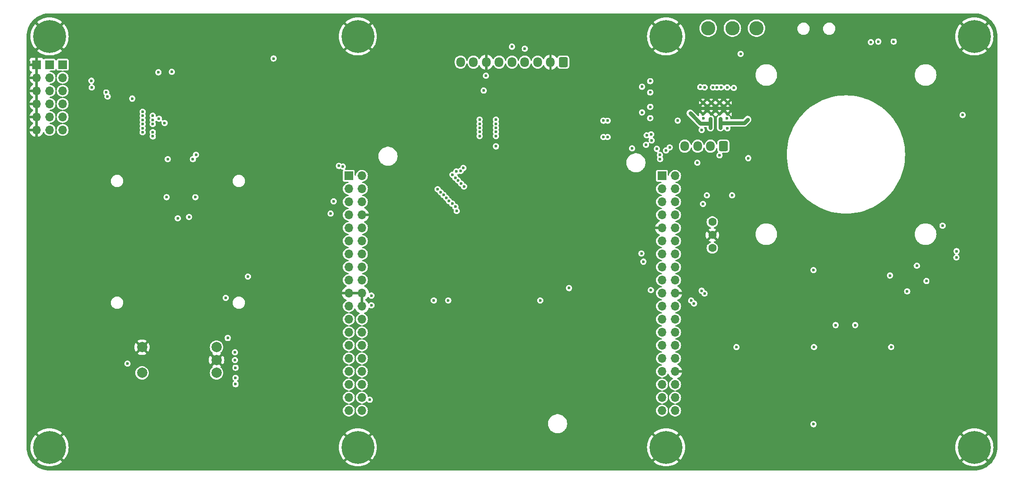
<source format=gbr>
%TF.GenerationSoftware,KiCad,Pcbnew,8.0.4-8.0.4-0~ubuntu22.04.1*%
%TF.CreationDate,2024-08-26T08:57:22+02:00*%
%TF.ProjectId,uC_TP_Boussole_mb,75435f54-505f-4426-9f75-73736f6c655f,rev?*%
%TF.SameCoordinates,Original*%
%TF.FileFunction,Copper,L3,Inr*%
%TF.FilePolarity,Positive*%
%FSLAX46Y46*%
G04 Gerber Fmt 4.6, Leading zero omitted, Abs format (unit mm)*
G04 Created by KiCad (PCBNEW 8.0.4-8.0.4-0~ubuntu22.04.1) date 2024-08-26 08:57:22*
%MOMM*%
%LPD*%
G01*
G04 APERTURE LIST*
G04 Aperture macros list*
%AMRoundRect*
0 Rectangle with rounded corners*
0 $1 Rounding radius*
0 $2 $3 $4 $5 $6 $7 $8 $9 X,Y pos of 4 corners*
0 Add a 4 corners polygon primitive as box body*
4,1,4,$2,$3,$4,$5,$6,$7,$8,$9,$2,$3,0*
0 Add four circle primitives for the rounded corners*
1,1,$1+$1,$2,$3*
1,1,$1+$1,$4,$5*
1,1,$1+$1,$6,$7*
1,1,$1+$1,$8,$9*
0 Add four rect primitives between the rounded corners*
20,1,$1+$1,$2,$3,$4,$5,0*
20,1,$1+$1,$4,$5,$6,$7,0*
20,1,$1+$1,$6,$7,$8,$9,0*
20,1,$1+$1,$8,$9,$2,$3,0*%
G04 Aperture macros list end*
%TA.AperFunction,ComponentPad*%
%ADD10C,6.400000*%
%TD*%
%TA.AperFunction,ComponentPad*%
%ADD11RoundRect,0.250000X0.600000X0.725000X-0.600000X0.725000X-0.600000X-0.725000X0.600000X-0.725000X0*%
%TD*%
%TA.AperFunction,ComponentPad*%
%ADD12O,1.700000X1.950000*%
%TD*%
%TA.AperFunction,ComponentPad*%
%ADD13R,1.700000X1.700000*%
%TD*%
%TA.AperFunction,ComponentPad*%
%ADD14O,1.700000X1.700000*%
%TD*%
%TA.AperFunction,ComponentPad*%
%ADD15C,2.775000*%
%TD*%
%TA.AperFunction,ComponentPad*%
%ADD16C,2.000000*%
%TD*%
%TA.AperFunction,ComponentPad*%
%ADD17C,1.600000*%
%TD*%
%TA.AperFunction,HeatsinkPad*%
%ADD18C,0.600000*%
%TD*%
%TA.AperFunction,ViaPad*%
%ADD19C,0.600000*%
%TD*%
%TA.AperFunction,ViaPad*%
%ADD20C,0.400000*%
%TD*%
%TA.AperFunction,Conductor*%
%ADD21C,0.800000*%
%TD*%
G04 APERTURE END LIST*
D10*
%TO.N,GND*%
%TO.C,H105*%
X235000000Y-135000000D03*
%TD*%
%TO.N,GND*%
%TO.C,H102*%
X115000000Y-55000000D03*
%TD*%
D11*
%TO.N,+3.3V*%
%TO.C,J701*%
X155000000Y-60000000D03*
D12*
%TO.N,GND*%
X152500000Y-60000000D03*
%TO.N,/Magnetometre_BMM150_SEN0419/SPI_CLK*%
X150000000Y-60000000D03*
%TO.N,/Magnetometre_BMM150_SEN0419/SPI_MOSI*%
X147500000Y-60000000D03*
%TO.N,/Magnetometre_BMM150_SEN0419/SPI_MISO*%
X145000000Y-60000000D03*
%TO.N,/Magnetometre_BMM150_SEN0419/SPI_CS*%
X142500000Y-60000000D03*
%TO.N,GND*%
X140000000Y-60000000D03*
%TO.N,/Magnetometre_BMM150_SEN0419/STATUS*%
X137500000Y-60000000D03*
%TO.N,/Magnetometre_BMM150_SEN0419/INT*%
X135000000Y-60000000D03*
%TD*%
D13*
%TO.N,+3.3V*%
%TO.C,J502*%
X55000000Y-60500000D03*
D14*
X55000000Y-63040000D03*
X55000000Y-65580000D03*
X55000000Y-68120000D03*
X55000000Y-70660000D03*
X55000000Y-73200000D03*
%TD*%
D10*
%TO.N,GND*%
%TO.C,H104*%
X235000000Y-55000000D03*
%TD*%
D15*
%TO.N,Net-(SW401-A)*%
%TO.C,SW401*%
X192600000Y-53400000D03*
%TO.N,+12V*%
X187900000Y-53400000D03*
%TO.N,Net-(SW401-C)*%
X183200000Y-53400000D03*
%TD*%
D16*
%TO.N,/Rotary_Encodeur/A*%
%TO.C,SW901*%
X87500000Y-120500000D03*
%TO.N,/Rotary_Encodeur/B*%
X87500000Y-115500000D03*
%TO.N,GND*%
X87500000Y-118000000D03*
%TO.N,/Rotary_Encodeur/S*%
X73000000Y-120500000D03*
%TO.N,GND*%
X73000000Y-115500000D03*
%TD*%
D10*
%TO.N,GND*%
%TO.C,H103*%
X175000000Y-55000000D03*
%TD*%
D17*
%TO.N,+12V*%
%TO.C,U401*%
X184000000Y-91120000D03*
%TO.N,GND*%
X184000000Y-93660000D03*
%TO.N,+5V*%
X184000000Y-96200000D03*
%TD*%
D10*
%TO.N,GND*%
%TO.C,H101*%
X55000000Y-55000000D03*
%TD*%
D13*
%TO.N,/NUCLEO_L476RG/PC10*%
%TO.C,U501*%
X113250000Y-82140000D03*
D14*
%TO.N,/NUCLEO_L476RG/PC11*%
X115790000Y-82140000D03*
%TO.N,/NUCLEO_L476RG/PC12*%
X113250000Y-84680000D03*
%TO.N,/NUCLEO_L476RG/PD2*%
X115790000Y-84680000D03*
%TO.N,unconnected-(U501A-VDD-Pad105)*%
X113250000Y-87220000D03*
%TO.N,/Current_NCS199A3RSQT2G/Load*%
X115790000Y-87220000D03*
%TO.N,unconnected-(U501A-BOOT0-Pad107)*%
X113250000Y-89760000D03*
%TO.N,GND*%
X115790000Y-89760000D03*
%TO.N,unconnected-(U501B-NC-Pad109)*%
X113250000Y-92300000D03*
%TO.N,unconnected-(U501B-NC-Pad110)*%
X115790000Y-92300000D03*
%TO.N,unconnected-(U501B-NC-Pad111)*%
X113250000Y-94840000D03*
%TO.N,unconnected-(U501A-IOREF-Pad112)*%
X115790000Y-94840000D03*
%TO.N,unconnected-(U501B-PA13-Pad113)*%
X113250000Y-97380000D03*
%TO.N,unconnected-(U501A-RESET-Pad114)*%
X115790000Y-97380000D03*
%TO.N,unconnected-(U501B-PA14-Pad115)*%
X113250000Y-99920000D03*
%TO.N,unconnected-(U501A-+3V3-Pad116)*%
X115790000Y-99920000D03*
%TO.N,/NUCLEO_L476RG/ENC_BTN*%
X113250000Y-102460000D03*
%TO.N,unconnected-(U501A-+5V-Pad118)*%
X115790000Y-102460000D03*
%TO.N,GND*%
X113250000Y-105000000D03*
X115790000Y-105000000D03*
%TO.N,/NUCLEO_L476RG/I2C1_SDA*%
X113250000Y-107540000D03*
%TO.N,GND*%
X115790000Y-107540000D03*
%TO.N,unconnected-(U501B-PC13-Pad123)*%
X113250000Y-110080000D03*
%TO.N,unconnected-(U501A-VIN-Pad124)*%
X115790000Y-110080000D03*
%TO.N,unconnected-(U501B-PC14-Pad125)*%
X113250000Y-112620000D03*
%TO.N,unconnected-(U501B-NC-Pad126)*%
X115790000Y-112620000D03*
%TO.N,unconnected-(U501B-PC15-Pad127)*%
X113250000Y-115160000D03*
%TO.N,/NUCLEO_L476RG/TIM2_CH1_ENC_A*%
X115790000Y-115160000D03*
%TO.N,unconnected-(U501B-PH0-Pad129)*%
X113250000Y-117700000D03*
%TO.N,/NUCLEO_L476RG/TIM2_CH2_ENC_B*%
X115790000Y-117700000D03*
%TO.N,unconnected-(U501B-PH1-Pad131)*%
X113250000Y-120240000D03*
%TO.N,/Current_NCS199A3RSQT2G/Imes*%
X115790000Y-120240000D03*
%TO.N,unconnected-(U501A-VBAT-Pad133)*%
X113250000Y-122780000D03*
%TO.N,/Magnetometre_BMM150_SEN0419/INT*%
X115790000Y-122780000D03*
%TO.N,/Magnetometre_BMM150_SEN0419/SPI_MISO*%
X113250000Y-125320000D03*
%TO.N,/Magnetometre_BMM150_SEN0419/STATUS*%
X115790000Y-125320000D03*
%TO.N,/Magnetometre_BMM150_SEN0419/SPI_MOSI*%
X113250000Y-127860000D03*
%TO.N,/Magnetometre_BMM150_SEN0419/SPI_CS*%
X115790000Y-127860000D03*
D13*
%TO.N,/NUCLEO_L476RG/BTN_RIGHT*%
X174210000Y-82150000D03*
D14*
%TO.N,/NUCLEO_L476RG/BTN_TOP*%
X176750000Y-82150000D03*
%TO.N,/NUCLEO_L476RG/PB8*%
X174210000Y-84680000D03*
%TO.N,/NUCLEO_L476RG/BTN_LEFT*%
X176750000Y-84680000D03*
%TO.N,/NUCLEO_L476RG/PB9*%
X174210000Y-87220000D03*
%TO.N,/NUCLEO_L476RG/BTN_CENTER*%
X176750000Y-87220000D03*
%TO.N,unconnected-(U501A-AVDD-Pad207)*%
X174210000Y-89760000D03*
%TO.N,unconnected-(U501A-U5V-Pad208)*%
X176750000Y-89760000D03*
%TO.N,GND*%
X174210000Y-92300000D03*
%TO.N,unconnected-(U501B-NC-Pad210)*%
X176750000Y-92300000D03*
%TO.N,unconnected-(U501B-PA5-Pad211)*%
X174210000Y-94840000D03*
%TO.N,/NUCLEO_L476RG/STEPPER_ENN*%
X176750000Y-94840000D03*
%TO.N,/NUCLEO_L476RG/TIM3_CH1_STEPPER_PWM*%
X174210000Y-97380000D03*
%TO.N,/NUCLEO_L476RG/STEPPER_MS1*%
X176750000Y-97380000D03*
%TO.N,/NUCLEO_L476RG/STEPPER_DIR*%
X174210000Y-99920000D03*
%TO.N,/NUCLEO_L476RG/STEPPER_MS2*%
X176750000Y-99920000D03*
%TO.N,/NUCLEO_L476RG/I2C1_SCL*%
X174210000Y-102460000D03*
%TO.N,/NUCLEO_L476RG/BTN_BOT*%
X176750000Y-102460000D03*
%TO.N,/NUCLEO_L476RG/LED_0*%
X174210000Y-105000000D03*
%TO.N,GND*%
X176750000Y-105000000D03*
%TO.N,/GPS_TEL0094_STM32C011J4M6/NUCLEO_TX*%
X174210000Y-107540000D03*
%TO.N,/NUCLEO_L476RG/LED_1*%
X176750000Y-107540000D03*
%TO.N,/NUCLEO_L476RG/LED_2*%
X174210000Y-110080000D03*
%TO.N,/NUCLEO_L476RG/LED_3*%
X176750000Y-110080000D03*
%TO.N,/Magnetometre_BMM150_SEN0419/SPI_CLK*%
X174210000Y-112620000D03*
%TO.N,/NUCLEO_L476RG/LED_4*%
X176750000Y-112620000D03*
%TO.N,/NUCLEO_L476RG/LED_5*%
X174210000Y-115160000D03*
%TO.N,/NUCLEO_L476RG/LED_6*%
X176750000Y-115160000D03*
%TO.N,/NUCLEO_L476RG/LED_7*%
X174210000Y-117700000D03*
%TO.N,unconnected-(U501B-PB13-Pad230)*%
X176750000Y-117700000D03*
%TO.N,unconnected-(U501B-PB3-Pad231)*%
X174210000Y-120240000D03*
%TO.N,GND*%
X176750000Y-120240000D03*
%TO.N,/GPS_TEL0094_STM32C011J4M6/NUCLEO_RX*%
X174210000Y-122780000D03*
%TO.N,unconnected-(U501B-PC4-Pad234)*%
X176750000Y-122780000D03*
%TO.N,unconnected-(U501B-PA2-Pad235)*%
X174210000Y-125320000D03*
%TO.N,unconnected-(U501B-NC-Pad236)*%
X176750000Y-125320000D03*
%TO.N,unconnected-(U501B-PA3-Pad237)*%
X174210000Y-127860000D03*
%TO.N,unconnected-(U501B-NC-Pad238)*%
X176750000Y-127860000D03*
%TD*%
D10*
%TO.N,GND*%
%TO.C,H107*%
X115000000Y-135000000D03*
%TD*%
D13*
%TO.N,GND*%
%TO.C,J501*%
X52460000Y-60500000D03*
D14*
X52460000Y-63040000D03*
X52460000Y-65580000D03*
X52460000Y-68120000D03*
X52460000Y-70660000D03*
X52460000Y-73200000D03*
%TD*%
D13*
%TO.N,/NUCLEO_L476RG/PC10*%
%TO.C,J503*%
X57540000Y-60500000D03*
D14*
%TO.N,/NUCLEO_L476RG/PC11*%
X57540000Y-63040000D03*
%TO.N,/NUCLEO_L476RG/PC12*%
X57540000Y-65580000D03*
%TO.N,/NUCLEO_L476RG/PB8*%
X57540000Y-68120000D03*
%TO.N,/NUCLEO_L476RG/PB9*%
X57540000Y-70660000D03*
%TO.N,/NUCLEO_L476RG/PD2*%
X57540000Y-73200000D03*
%TD*%
D10*
%TO.N,GND*%
%TO.C,H108*%
X55000000Y-135000000D03*
%TD*%
D18*
%TO.N,GND*%
%TO.C,U201*%
X182200000Y-70150000D03*
X183800000Y-70150000D03*
X185400000Y-70150000D03*
X187000000Y-70150000D03*
X182200000Y-67900000D03*
X183800000Y-67900000D03*
X185400000Y-67900000D03*
X187000000Y-67900000D03*
%TD*%
D10*
%TO.N,GND*%
%TO.C,H106*%
X175000000Y-135000000D03*
%TD*%
D11*
%TO.N,/TMC2225_Driver/B2*%
%TO.C,J201*%
X186150000Y-76375000D03*
D12*
%TO.N,/TMC2225_Driver/B1*%
X183650000Y-76375000D03*
%TO.N,/TMC2225_Driver/A1*%
X181150000Y-76375000D03*
%TO.N,/TMC2225_Driver/A2*%
X178650000Y-76375000D03*
%TD*%
D19*
%TO.N,+12V*%
X189500000Y-58400000D03*
X171900000Y-68700000D03*
X171900000Y-63700000D03*
X170300000Y-69800000D03*
X177250000Y-71400000D03*
X214850000Y-56100000D03*
X182294667Y-70950002D03*
X186925000Y-72910025D03*
X171900000Y-65900000D03*
X186874421Y-70950000D03*
X181937882Y-73210646D03*
X171900000Y-70900000D03*
X170300000Y-64800000D03*
%TO.N,GND*%
X51000000Y-62500000D03*
X51000000Y-90000000D03*
X177500000Y-51000000D03*
X157500000Y-51000000D03*
X226900000Y-106200000D03*
X172500000Y-139000000D03*
X88600000Y-101000000D03*
X51000000Y-87500000D03*
X151950000Y-78650000D03*
X234500000Y-67050000D03*
X87500000Y-139000000D03*
X236950000Y-84850000D03*
X66550000Y-64250000D03*
X125000000Y-51000000D03*
X127500000Y-139000000D03*
X190000000Y-139000000D03*
X70000000Y-139000000D03*
X180400000Y-64900000D03*
X213450000Y-128150000D03*
X115300000Y-79300000D03*
X142700000Y-78500000D03*
X130000000Y-51000000D03*
X147400000Y-74900000D03*
X217000000Y-110200000D03*
X158000000Y-57800000D03*
X117500000Y-139000000D03*
X162500000Y-139000000D03*
X219050000Y-107275000D03*
X51000000Y-92500000D03*
X233900000Y-78250000D03*
X212500000Y-139000000D03*
X85000000Y-139000000D03*
X73300000Y-88100000D03*
X51000000Y-85000000D03*
X212500000Y-51000000D03*
X102500000Y-51000000D03*
X218950000Y-97100000D03*
X125000000Y-139000000D03*
X133800000Y-90900000D03*
X239000000Y-60000000D03*
X77150000Y-75150000D03*
X80000000Y-139000000D03*
X75000000Y-139000000D03*
X126000000Y-70800000D03*
X232500000Y-51000000D03*
X230000000Y-51000000D03*
X165000000Y-139000000D03*
X237900000Y-137900000D03*
X202500000Y-139000000D03*
X51000000Y-70000000D03*
X70000000Y-51000000D03*
X230500000Y-73300000D03*
X98412500Y-83000000D03*
X155000000Y-51000000D03*
X67900000Y-72100000D03*
X143100000Y-70550000D03*
X235000000Y-51000000D03*
X239000000Y-92500000D03*
X51000000Y-72500000D03*
X51000000Y-60000000D03*
X165000000Y-51000000D03*
X71200000Y-122500000D03*
X128650000Y-105500000D03*
X145000000Y-139000000D03*
X187700000Y-81000000D03*
X226000000Y-86250000D03*
X142500000Y-51000000D03*
X176238000Y-78194000D03*
X175000000Y-51000000D03*
X132500000Y-51000000D03*
X145000000Y-51000000D03*
X115000000Y-139000000D03*
X98750000Y-108200000D03*
X78900000Y-74600000D03*
X159600000Y-74900000D03*
X239000000Y-87500000D03*
X210000000Y-135200000D03*
X75000000Y-51000000D03*
X200000000Y-139000000D03*
X239000000Y-117500000D03*
X225200000Y-120400000D03*
X95000000Y-115750000D03*
X185378197Y-113096692D03*
X135000000Y-51000000D03*
X198800000Y-132900000D03*
X65000000Y-139000000D03*
X226900000Y-109300000D03*
X142350000Y-108100000D03*
X91450000Y-57900000D03*
X60000000Y-139000000D03*
X161700000Y-61500000D03*
X77500000Y-139000000D03*
X98750000Y-105700000D03*
X175500000Y-65900000D03*
X169100000Y-112600000D03*
X210600000Y-107000000D03*
X137650000Y-77850000D03*
X70200000Y-117400000D03*
X159700000Y-106450000D03*
X51000000Y-97500000D03*
X239000000Y-57500000D03*
X222500000Y-139000000D03*
X239000000Y-110000000D03*
X51000000Y-65000000D03*
X98412500Y-91000000D03*
X90000000Y-51000000D03*
X182500000Y-139000000D03*
X55000000Y-139000000D03*
X162450000Y-111950000D03*
X239000000Y-122500000D03*
X239000000Y-72500000D03*
X221300000Y-99600000D03*
X140000000Y-139000000D03*
X128900000Y-111400000D03*
X51000000Y-105000000D03*
X197450000Y-109400000D03*
X201450000Y-112800000D03*
X98600000Y-64400000D03*
X112500000Y-139000000D03*
X141150000Y-61800000D03*
X178000000Y-118800000D03*
X221000000Y-114100000D03*
X72000000Y-72100000D03*
X107350000Y-90400000D03*
X195000000Y-139000000D03*
X160000000Y-139000000D03*
X98412500Y-87000000D03*
X188100000Y-109500000D03*
X182334000Y-83274000D03*
X97500000Y-51000000D03*
X215550000Y-51500000D03*
X71400000Y-74300000D03*
X167500000Y-51000000D03*
X239000000Y-55000000D03*
X239000000Y-95000000D03*
X117500000Y-51000000D03*
X120000000Y-139000000D03*
X227500000Y-139000000D03*
X51000000Y-127500000D03*
X187500000Y-51000000D03*
X235000000Y-139000000D03*
X191400000Y-101100000D03*
X201750000Y-131750000D03*
X120500000Y-58100000D03*
X51000000Y-130000000D03*
X77500000Y-51000000D03*
X205000000Y-139000000D03*
X137500000Y-139000000D03*
X215000000Y-139000000D03*
X187200000Y-100600000D03*
X168100000Y-84900000D03*
X93050735Y-103449265D03*
X51000000Y-120000000D03*
X60150000Y-66800000D03*
X132600000Y-114000000D03*
X213950000Y-106600000D03*
X165300000Y-61200000D03*
X169100000Y-107550000D03*
X135000000Y-139000000D03*
X90875000Y-105600000D03*
X157500000Y-139000000D03*
X239000000Y-82500000D03*
X67200000Y-70000000D03*
X177100000Y-64800000D03*
X97500000Y-139000000D03*
X72900000Y-80500000D03*
X110000000Y-51000000D03*
X118100000Y-93850000D03*
X66800000Y-72100000D03*
X147500000Y-139000000D03*
X132500000Y-139000000D03*
X98412500Y-79000000D03*
X57500000Y-139000000D03*
X188500000Y-73000000D03*
X51000000Y-95000000D03*
X80500000Y-92800000D03*
X192500000Y-139000000D03*
X169500000Y-117400000D03*
X130000000Y-139000000D03*
X100000000Y-139000000D03*
X51000000Y-67500000D03*
X192150000Y-122400000D03*
X239000000Y-125000000D03*
X90000000Y-139000000D03*
X110000000Y-139000000D03*
X105000000Y-139000000D03*
X82700000Y-70600000D03*
X76600000Y-105500000D03*
X51000000Y-102500000D03*
X82500000Y-51000000D03*
X67500000Y-139000000D03*
X223850000Y-86250000D03*
X228750000Y-52300000D03*
X136600000Y-99700000D03*
X107500000Y-51000000D03*
X168600000Y-92350000D03*
X134600000Y-79500000D03*
X150000000Y-51000000D03*
X132700000Y-55000000D03*
X68550000Y-67050000D03*
X155000000Y-139000000D03*
X185700000Y-93700000D03*
X239000000Y-85000000D03*
X51000000Y-57500000D03*
X81100000Y-78200000D03*
X198000000Y-97350000D03*
X110750000Y-108450000D03*
X226100000Y-70000000D03*
X72500000Y-139000000D03*
X67200000Y-62500000D03*
X67500000Y-51000000D03*
X72300000Y-53700000D03*
X72300000Y-68600000D03*
X188000000Y-122200000D03*
X156900000Y-54600000D03*
X88340000Y-113640000D03*
X167500000Y-139000000D03*
X72500000Y-51000000D03*
X129300000Y-95350000D03*
X98200000Y-117900000D03*
X55000000Y-51000000D03*
X179794000Y-82258000D03*
X217700000Y-114650000D03*
X185000000Y-139000000D03*
X185150000Y-106350000D03*
X211650000Y-109700000D03*
X140000000Y-51000000D03*
X98412500Y-81000000D03*
X131000000Y-76450000D03*
X168950000Y-70600000D03*
X156900000Y-89950000D03*
X239000000Y-70000000D03*
X134800000Y-62300000D03*
X239000000Y-77500000D03*
X181900000Y-109700000D03*
X115000000Y-51000000D03*
X109000000Y-105700000D03*
X239000000Y-127500000D03*
X143100000Y-66300000D03*
X78400000Y-106900000D03*
X51000000Y-115000000D03*
X182300000Y-61300000D03*
X177500000Y-139000000D03*
X239000000Y-107500000D03*
X110750000Y-115600000D03*
X134250000Y-105350000D03*
X239000000Y-80000000D03*
X180000000Y-51000000D03*
X60000000Y-51000000D03*
X182300000Y-102450000D03*
X118900000Y-105450000D03*
X228700000Y-98300000D03*
X194800000Y-120000000D03*
X187500000Y-139000000D03*
X98412500Y-89000000D03*
X200100000Y-98600000D03*
X107500000Y-139000000D03*
X92500000Y-139000000D03*
X51000000Y-100000000D03*
X162400000Y-57400000D03*
X162500000Y-51000000D03*
X66800000Y-56700000D03*
X52100000Y-52100000D03*
X210000000Y-139000000D03*
X207500000Y-139000000D03*
X87500000Y-51000000D03*
X82500000Y-139000000D03*
X161050000Y-78400000D03*
X120000000Y-51000000D03*
X190000000Y-51000000D03*
X135800000Y-76700000D03*
X85000000Y-51000000D03*
X185000000Y-51000000D03*
X197500000Y-139000000D03*
X112500000Y-51000000D03*
X213750000Y-117800000D03*
X239000000Y-130000000D03*
X83800000Y-90500000D03*
X143200000Y-55000000D03*
X217500000Y-139000000D03*
X133650000Y-107850000D03*
X225000000Y-139000000D03*
X239000000Y-135000000D03*
X232500000Y-139000000D03*
X170000000Y-51000000D03*
X239000000Y-100000000D03*
X122500000Y-51000000D03*
X62500000Y-139000000D03*
X126000000Y-59600000D03*
X95000000Y-139000000D03*
X62500000Y-51000000D03*
X128650000Y-107050000D03*
X176492000Y-75400000D03*
X147500000Y-51000000D03*
X65000000Y-51000000D03*
X175500000Y-63700000D03*
X51000000Y-110000000D03*
X155000000Y-101950000D03*
X119300000Y-121300000D03*
X221000000Y-118900000D03*
X170000000Y-139000000D03*
X210000000Y-118000000D03*
X239000000Y-67500000D03*
X138050000Y-67100000D03*
X51000000Y-82500000D03*
X150000000Y-139000000D03*
X160000000Y-51000000D03*
X51000000Y-55000000D03*
X122500000Y-139000000D03*
X132800000Y-104600000D03*
X182300000Y-77800000D03*
X152500000Y-139000000D03*
X119000000Y-116300000D03*
X239000000Y-102500000D03*
X51000000Y-122500000D03*
X88570000Y-121940000D03*
X51000000Y-117500000D03*
X110100000Y-63300000D03*
X230000000Y-139000000D03*
X51000000Y-135000000D03*
X137950000Y-84550000D03*
X51000000Y-77500000D03*
X96450000Y-107250000D03*
X92500000Y-51000000D03*
X51000000Y-107500000D03*
X142500000Y-139000000D03*
X118900000Y-107050000D03*
X51000000Y-75000000D03*
X142000000Y-105000000D03*
X239000000Y-115000000D03*
X100000000Y-51000000D03*
X60500000Y-61700000D03*
X146150000Y-93300000D03*
X220000000Y-139000000D03*
X123650000Y-79250000D03*
X165422268Y-70592708D03*
X216750000Y-96300000D03*
X180000000Y-139000000D03*
X129300000Y-84150000D03*
X175000000Y-139000000D03*
X51000000Y-80000000D03*
X80000000Y-51000000D03*
X218600000Y-51500000D03*
X57500000Y-51000000D03*
X68800000Y-117400000D03*
X239000000Y-120000000D03*
X122100000Y-124400000D03*
X182500000Y-51000000D03*
X94900000Y-59000000D03*
X183900000Y-61400000D03*
X170326722Y-124154919D03*
X201351190Y-109820181D03*
X111200000Y-117700000D03*
X208100000Y-113200000D03*
X51000000Y-112500000D03*
X191607805Y-58199420D03*
X51000000Y-125000000D03*
X179794000Y-83274000D03*
X138750000Y-61900000D03*
X137500000Y-51000000D03*
X178600000Y-105500000D03*
X152500000Y-51000000D03*
X91050000Y-101800000D03*
X138540147Y-70169421D03*
X52100000Y-137800000D03*
X98412500Y-85000000D03*
X91300000Y-98100000D03*
X239000000Y-62500000D03*
X182334000Y-82258000D03*
X105000000Y-51000000D03*
X222500000Y-51000000D03*
X236850000Y-93000000D03*
X60400000Y-69400000D03*
X132800000Y-95350000D03*
X169720000Y-67350000D03*
X141700000Y-64000000D03*
X239000000Y-132500000D03*
X90950000Y-113350000D03*
X219325000Y-99800000D03*
X51000000Y-132500000D03*
X169300000Y-102400000D03*
X239000000Y-105000000D03*
X102500000Y-139000000D03*
X127500000Y-51000000D03*
X60100000Y-74700000D03*
X172500000Y-51000000D03*
X161750000Y-70600000D03*
X237900000Y-52100000D03*
X239000000Y-112500000D03*
X225100000Y-68300000D03*
X183900000Y-58600000D03*
X95000000Y-51000000D03*
X231900000Y-77000000D03*
%TO.N,+3.3V*%
X218800000Y-115500000D03*
X98600000Y-59300000D03*
X83400000Y-86300000D03*
X91100000Y-118000000D03*
X78000000Y-78900000D03*
X187850000Y-85950000D03*
X182950000Y-85950000D03*
X203800000Y-115500000D03*
X91200000Y-119500000D03*
X223800000Y-99650000D03*
X188192041Y-65029539D03*
X203700000Y-130500000D03*
X228800000Y-91850000D03*
X232700000Y-70300000D03*
X91100000Y-116500000D03*
X70180000Y-118700000D03*
X203700000Y-100500000D03*
X188700000Y-115500000D03*
X77800000Y-86300000D03*
X185400000Y-78150000D03*
X109700000Y-89500000D03*
X219300000Y-56000000D03*
X218560000Y-101550000D03*
%TO.N,/GPS_TEL0094_STM32C011J4M6/STM32C0_BTN*%
X221925000Y-104650000D03*
X225660000Y-102640000D03*
%TO.N,/GPS_TEL0094_STM32C011J4M6/STM32C0_NRST*%
X133370514Y-87569042D03*
X231500002Y-98050000D03*
X231550000Y-96810000D03*
X134203333Y-81300000D03*
%TO.N,+5V*%
X181100000Y-79600000D03*
X216300000Y-56000000D03*
X182200000Y-87600000D03*
X110300000Y-87100000D03*
%TO.N,/NUCLEO_L476RG/TIM2_CH1_ENC_A*%
X91200000Y-121500000D03*
X89680343Y-113726383D03*
X91200000Y-122710000D03*
%TO.N,/GPS_TEL0094_STM32C011J4M6/STM32C0_SWDIO*%
X134995742Y-81190046D03*
X133970514Y-88169040D03*
%TO.N,/GPS_TEL0094_STM32C011J4M6/STM32C0_SWCLK*%
X135561428Y-80624359D03*
X134232190Y-88996405D03*
%TO.N,/Magnetometre_BMM150_SEN0419/INT*%
X133422627Y-81915671D03*
X130544360Y-84742890D03*
%TO.N,/Magnetometre_BMM150_SEN0419/STATUS*%
X131110048Y-85308578D03*
X139950000Y-62650000D03*
X139500000Y-65550000D03*
X133963479Y-82505147D03*
%TO.N,/Magnetometre_BMM150_SEN0419/SPI_CS*%
X134529166Y-83070834D03*
X117300000Y-125750000D03*
X131675735Y-85874265D03*
%TO.N,/Magnetometre_BMM150_SEN0419/SPI_MISO*%
X145000000Y-57000000D03*
X132240443Y-86440930D03*
X135094853Y-83636522D03*
%TO.N,/Magnetometre_BMM150_SEN0419/SPI_MOSI*%
X135660541Y-84202208D03*
X132756371Y-87056371D03*
X147500000Y-57400000D03*
%TO.N,/Magnetometre_BMM150_SEN0419/SPI_CLK*%
X172050000Y-104400000D03*
%TO.N,/NUCLEO_L476RG/I2C1_SDA*%
X76200000Y-62000000D03*
X82900000Y-78900000D03*
%TO.N,/NUCLEO_L476RG/I2C1_SCL*%
X132600000Y-106400000D03*
X129800000Y-106400000D03*
X156112009Y-104000000D03*
X150502208Y-106397794D03*
X83500000Y-78028272D03*
X78800000Y-61900000D03*
D20*
%TO.N,Net-(U201-BRA)*%
X183624547Y-71006454D03*
X183625367Y-72768740D03*
D19*
X179680000Y-69940000D03*
D20*
%TO.N,Net-(U201-BRB)*%
X185575537Y-71006640D03*
X185574582Y-72768624D03*
D19*
X190900000Y-71160000D03*
%TO.N,Net-(U201-DIAG)*%
X191000000Y-78700000D03*
X186900000Y-64900000D03*
%TO.N,/GPS_TEL0094_STM32C011J4M6/NUCLEO_TX*%
X179870735Y-106429265D03*
X162800000Y-71400000D03*
X170600000Y-98850000D03*
X181913137Y-104511863D03*
X162799997Y-74600000D03*
%TO.N,/GPS_TEL0094_STM32C011J4M6/NUCLEO_RX*%
X170200000Y-97254158D03*
X182478824Y-105077550D03*
X163600000Y-74600000D03*
X163600003Y-71400000D03*
X180436422Y-106994952D03*
%TO.N,/NUCLEO_L476RG/TIM3_CH1_STEPPER_PWM*%
X138700000Y-74400000D03*
X171100000Y-76100000D03*
X141900000Y-74400000D03*
X184099994Y-64900000D03*
X173835552Y-78862657D03*
%TO.N,/NUCLEO_L476RG/PC10*%
X73100000Y-69649985D03*
X77400000Y-71849988D03*
%TO.N,/NUCLEO_L476RG/PC12*%
X66300000Y-66700000D03*
X75100000Y-72049994D03*
X73100000Y-72049994D03*
X63200000Y-64925000D03*
%TO.N,/Current_NCS199A3RSQT2G/Imes*%
X75100000Y-74450003D03*
X117650000Y-107350000D03*
X117650000Y-105450000D03*
X71100000Y-67100000D03*
%TO.N,/NUCLEO_L476RG/PB8*%
X168400000Y-76800000D03*
X73100000Y-70449988D03*
X111307107Y-80207107D03*
X141900000Y-76400000D03*
X75100000Y-70449988D03*
%TO.N,/NUCLEO_L476RG/PD2*%
X73100000Y-73650000D03*
X75100000Y-73650000D03*
%TO.N,/NUCLEO_L476RG/PB9*%
X112094244Y-80350000D03*
X73100000Y-72849997D03*
X76300000Y-71049988D03*
%TO.N,/NUCLEO_L476RG/PC11*%
X63150000Y-63625000D03*
X73100000Y-71249991D03*
X66050000Y-65900000D03*
X75100000Y-71249991D03*
%TO.N,/NUCLEO_L476RG/STEPPER_ENN*%
X172094280Y-74050000D03*
X174982843Y-77200000D03*
X141900000Y-71199997D03*
X138700000Y-71199988D03*
X184899997Y-64900000D03*
%TO.N,/NUCLEO_L476RG/STEPPER_MS2*%
X138700000Y-72799994D03*
X181650000Y-64850000D03*
X141900000Y-72800000D03*
X173200000Y-76900000D03*
%TO.N,/NUCLEO_L476RG/STEPPER_MS1*%
X171224265Y-74250000D03*
X141900000Y-72000000D03*
X173782843Y-78064392D03*
X182500000Y-64900000D03*
X138700000Y-71999991D03*
%TO.N,/NUCLEO_L476RG/STEPPER_DIR*%
X185700000Y-64900000D03*
X138700000Y-73599997D03*
X172201470Y-75250000D03*
X175700000Y-76600000D03*
X141900000Y-73600000D03*
%TO.N,/NUCLEO_L476RG/ENC_BTN*%
X79950000Y-90400000D03*
X82150000Y-90150000D03*
X93607108Y-101742892D03*
X89275000Y-105900000D03*
%TO.N,/NUCLEO_L476RG/BTN_RIGHT*%
X208000000Y-111200000D03*
X211800000Y-111200000D03*
%TD*%
D21*
%TO.N,Net-(U201-BRA)*%
X183624547Y-72767920D02*
X183625367Y-72768740D01*
X183624547Y-71920000D02*
X181660000Y-71920000D01*
X181660000Y-71920000D02*
X179680000Y-69940000D01*
X183624547Y-71006454D02*
X183624547Y-71920000D01*
X183624547Y-71920000D02*
X183624547Y-72767920D01*
%TO.N,Net-(U201-BRB)*%
X185575537Y-71850000D02*
X185575537Y-72767669D01*
X185575537Y-72767669D02*
X185574582Y-72768624D01*
X185575537Y-71850000D02*
X190210000Y-71850000D01*
X190210000Y-71850000D02*
X190900000Y-71160000D01*
X185575537Y-71006640D02*
X185575537Y-71850000D01*
%TD*%
%TA.AperFunction,Conductor*%
%TO.N,GND*%
G36*
X116040000Y-107106988D02*
G01*
X115982993Y-107074075D01*
X115855826Y-107040000D01*
X115724174Y-107040000D01*
X115597007Y-107074075D01*
X115540000Y-107106988D01*
X115540000Y-105433012D01*
X115597007Y-105465925D01*
X115724174Y-105500000D01*
X115855826Y-105500000D01*
X115982993Y-105465925D01*
X116040000Y-105433012D01*
X116040000Y-107106988D01*
G37*
%TD.AperFunction*%
%TA.AperFunction,Conductor*%
G36*
X115324075Y-104807007D02*
G01*
X115290000Y-104934174D01*
X115290000Y-105065826D01*
X115324075Y-105192993D01*
X115356988Y-105250000D01*
X113683012Y-105250000D01*
X113715925Y-105192993D01*
X113750000Y-105065826D01*
X113750000Y-104934174D01*
X113715925Y-104807007D01*
X113683012Y-104750000D01*
X115356988Y-104750000D01*
X115324075Y-104807007D01*
G37*
%TD.AperFunction*%
%TA.AperFunction,Conductor*%
G36*
X52710000Y-72766988D02*
G01*
X52652993Y-72734075D01*
X52525826Y-72700000D01*
X52394174Y-72700000D01*
X52267007Y-72734075D01*
X52210000Y-72766988D01*
X52210000Y-71093012D01*
X52267007Y-71125925D01*
X52394174Y-71160000D01*
X52525826Y-71160000D01*
X52652993Y-71125925D01*
X52710000Y-71093012D01*
X52710000Y-72766988D01*
G37*
%TD.AperFunction*%
%TA.AperFunction,Conductor*%
G36*
X52710000Y-70226988D02*
G01*
X52652993Y-70194075D01*
X52525826Y-70160000D01*
X52394174Y-70160000D01*
X52267007Y-70194075D01*
X52210000Y-70226988D01*
X52210000Y-68553012D01*
X52267007Y-68585925D01*
X52394174Y-68620000D01*
X52525826Y-68620000D01*
X52652993Y-68585925D01*
X52710000Y-68553012D01*
X52710000Y-70226988D01*
G37*
%TD.AperFunction*%
%TA.AperFunction,Conductor*%
G36*
X52710000Y-67686988D02*
G01*
X52652993Y-67654075D01*
X52525826Y-67620000D01*
X52394174Y-67620000D01*
X52267007Y-67654075D01*
X52210000Y-67686988D01*
X52210000Y-66013012D01*
X52267007Y-66045925D01*
X52394174Y-66080000D01*
X52525826Y-66080000D01*
X52652993Y-66045925D01*
X52710000Y-66013012D01*
X52710000Y-67686988D01*
G37*
%TD.AperFunction*%
%TA.AperFunction,Conductor*%
G36*
X52710000Y-65146988D02*
G01*
X52652993Y-65114075D01*
X52525826Y-65080000D01*
X52394174Y-65080000D01*
X52267007Y-65114075D01*
X52210000Y-65146988D01*
X52210000Y-63473012D01*
X52267007Y-63505925D01*
X52394174Y-63540000D01*
X52525826Y-63540000D01*
X52652993Y-63505925D01*
X52710000Y-63473012D01*
X52710000Y-65146988D01*
G37*
%TD.AperFunction*%
%TA.AperFunction,Conductor*%
G36*
X52710000Y-62606988D02*
G01*
X52652993Y-62574075D01*
X52525826Y-62540000D01*
X52394174Y-62540000D01*
X52267007Y-62574075D01*
X52210000Y-62606988D01*
X52210000Y-60933012D01*
X52267007Y-60965925D01*
X52394174Y-61000000D01*
X52525826Y-61000000D01*
X52652993Y-60965925D01*
X52710000Y-60933012D01*
X52710000Y-62606988D01*
G37*
%TD.AperFunction*%
%TA.AperFunction,Conductor*%
G36*
X235002702Y-50500617D02*
G01*
X235386771Y-50517386D01*
X235397506Y-50518326D01*
X235775971Y-50568152D01*
X235786597Y-50570025D01*
X236159284Y-50652648D01*
X236169710Y-50655442D01*
X236533765Y-50770227D01*
X236543911Y-50773920D01*
X236896578Y-50920000D01*
X236906369Y-50924566D01*
X237244942Y-51100816D01*
X237254310Y-51106224D01*
X237576244Y-51311318D01*
X237585105Y-51317523D01*
X237887930Y-51549889D01*
X237896217Y-51556843D01*
X238177635Y-51814715D01*
X238185284Y-51822364D01*
X238443156Y-52103782D01*
X238450110Y-52112069D01*
X238682476Y-52414894D01*
X238688681Y-52423755D01*
X238893775Y-52745689D01*
X238899183Y-52755057D01*
X239075430Y-53093623D01*
X239080002Y-53103427D01*
X239226075Y-53456078D01*
X239229775Y-53466244D01*
X239344554Y-53830278D01*
X239347354Y-53840727D01*
X239429971Y-54213389D01*
X239431849Y-54224042D01*
X239481671Y-54602473D01*
X239482614Y-54613249D01*
X239499382Y-54997297D01*
X239499500Y-55002706D01*
X239499500Y-134997293D01*
X239499382Y-135002702D01*
X239482614Y-135386750D01*
X239481671Y-135397526D01*
X239431849Y-135775957D01*
X239429971Y-135786610D01*
X239347354Y-136159272D01*
X239344554Y-136169721D01*
X239229775Y-136533755D01*
X239226075Y-136543921D01*
X239080002Y-136896572D01*
X239075430Y-136906376D01*
X238899183Y-137244942D01*
X238893775Y-137254310D01*
X238688681Y-137576244D01*
X238682476Y-137585105D01*
X238450110Y-137887930D01*
X238443156Y-137896217D01*
X238185284Y-138177635D01*
X238177635Y-138185284D01*
X237896217Y-138443156D01*
X237887930Y-138450110D01*
X237585105Y-138682476D01*
X237576244Y-138688681D01*
X237254310Y-138893775D01*
X237244942Y-138899183D01*
X236906376Y-139075430D01*
X236896572Y-139080002D01*
X236543921Y-139226075D01*
X236533755Y-139229775D01*
X236169721Y-139344554D01*
X236159272Y-139347354D01*
X235786610Y-139429971D01*
X235775957Y-139431849D01*
X235397526Y-139481671D01*
X235386750Y-139482614D01*
X235002703Y-139499382D01*
X234997294Y-139499500D01*
X55002706Y-139499500D01*
X54997297Y-139499382D01*
X54613249Y-139482614D01*
X54602473Y-139481671D01*
X54224042Y-139431849D01*
X54213389Y-139429971D01*
X53840727Y-139347354D01*
X53830278Y-139344554D01*
X53466244Y-139229775D01*
X53456078Y-139226075D01*
X53103427Y-139080002D01*
X53093623Y-139075430D01*
X52755057Y-138899183D01*
X52745689Y-138893775D01*
X52423755Y-138688681D01*
X52414894Y-138682476D01*
X52112069Y-138450110D01*
X52103782Y-138443156D01*
X51822364Y-138185284D01*
X51814715Y-138177635D01*
X51556843Y-137896217D01*
X51549889Y-137887930D01*
X51317523Y-137585105D01*
X51311318Y-137576244D01*
X51106224Y-137254310D01*
X51100816Y-137244942D01*
X50924569Y-136906376D01*
X50919997Y-136896572D01*
X50773924Y-136543921D01*
X50770224Y-136533755D01*
X50655442Y-136169710D01*
X50652648Y-136159284D01*
X50570025Y-135786597D01*
X50568152Y-135775971D01*
X50518326Y-135397506D01*
X50517386Y-135386771D01*
X50500618Y-135002702D01*
X50500559Y-134999999D01*
X51294922Y-134999999D01*
X51294922Y-135000000D01*
X51315219Y-135387287D01*
X51375886Y-135770323D01*
X51375887Y-135770330D01*
X51476262Y-136144936D01*
X51615244Y-136506994D01*
X51791310Y-136852543D01*
X52002531Y-137177793D01*
X52211095Y-137435350D01*
X52211096Y-137435350D01*
X53705748Y-135940698D01*
X53779588Y-136042330D01*
X53957670Y-136220412D01*
X54059300Y-136294251D01*
X52564648Y-137788903D01*
X52564649Y-137788904D01*
X52822206Y-137997468D01*
X53147456Y-138208689D01*
X53493005Y-138384755D01*
X53855063Y-138523737D01*
X54229669Y-138624112D01*
X54229676Y-138624113D01*
X54612712Y-138684780D01*
X54999999Y-138705078D01*
X55000001Y-138705078D01*
X55387287Y-138684780D01*
X55770323Y-138624113D01*
X55770330Y-138624112D01*
X56144936Y-138523737D01*
X56506994Y-138384755D01*
X56852543Y-138208689D01*
X57177783Y-137997476D01*
X57177785Y-137997475D01*
X57435349Y-137788902D01*
X55940698Y-136294251D01*
X56042330Y-136220412D01*
X56220412Y-136042330D01*
X56294251Y-135940698D01*
X57788902Y-137435349D01*
X57997475Y-137177785D01*
X57997476Y-137177783D01*
X58208689Y-136852543D01*
X58384755Y-136506994D01*
X58523737Y-136144936D01*
X58624112Y-135770330D01*
X58624113Y-135770323D01*
X58684780Y-135387287D01*
X58705078Y-135000000D01*
X58705078Y-134999999D01*
X111294922Y-134999999D01*
X111294922Y-135000000D01*
X111315219Y-135387287D01*
X111375886Y-135770323D01*
X111375887Y-135770330D01*
X111476262Y-136144936D01*
X111615244Y-136506994D01*
X111791310Y-136852543D01*
X112002531Y-137177793D01*
X112211095Y-137435350D01*
X112211096Y-137435350D01*
X113705748Y-135940698D01*
X113779588Y-136042330D01*
X113957670Y-136220412D01*
X114059300Y-136294251D01*
X112564648Y-137788903D01*
X112564649Y-137788904D01*
X112822206Y-137997468D01*
X113147456Y-138208689D01*
X113493005Y-138384755D01*
X113855063Y-138523737D01*
X114229669Y-138624112D01*
X114229676Y-138624113D01*
X114612712Y-138684780D01*
X114999999Y-138705078D01*
X115000001Y-138705078D01*
X115387287Y-138684780D01*
X115770323Y-138624113D01*
X115770330Y-138624112D01*
X116144936Y-138523737D01*
X116506994Y-138384755D01*
X116852543Y-138208689D01*
X117177783Y-137997476D01*
X117177785Y-137997475D01*
X117435349Y-137788902D01*
X115940698Y-136294251D01*
X116042330Y-136220412D01*
X116220412Y-136042330D01*
X116294251Y-135940698D01*
X117788902Y-137435349D01*
X117997475Y-137177785D01*
X117997476Y-137177783D01*
X118208689Y-136852543D01*
X118384755Y-136506994D01*
X118523737Y-136144936D01*
X118624112Y-135770330D01*
X118624113Y-135770323D01*
X118684780Y-135387287D01*
X118705078Y-135000000D01*
X118705078Y-134999999D01*
X171294922Y-134999999D01*
X171294922Y-135000000D01*
X171315219Y-135387287D01*
X171375886Y-135770323D01*
X171375887Y-135770330D01*
X171476262Y-136144936D01*
X171615244Y-136506994D01*
X171791310Y-136852543D01*
X172002531Y-137177793D01*
X172211095Y-137435350D01*
X172211096Y-137435350D01*
X173705748Y-135940698D01*
X173779588Y-136042330D01*
X173957670Y-136220412D01*
X174059300Y-136294251D01*
X172564648Y-137788903D01*
X172564649Y-137788904D01*
X172822206Y-137997468D01*
X173147456Y-138208689D01*
X173493005Y-138384755D01*
X173855063Y-138523737D01*
X174229669Y-138624112D01*
X174229676Y-138624113D01*
X174612712Y-138684780D01*
X174999999Y-138705078D01*
X175000001Y-138705078D01*
X175387287Y-138684780D01*
X175770323Y-138624113D01*
X175770330Y-138624112D01*
X176144936Y-138523737D01*
X176506994Y-138384755D01*
X176852543Y-138208689D01*
X177177783Y-137997476D01*
X177177785Y-137997475D01*
X177435349Y-137788902D01*
X175940698Y-136294251D01*
X176042330Y-136220412D01*
X176220412Y-136042330D01*
X176294251Y-135940698D01*
X177788902Y-137435349D01*
X177997475Y-137177785D01*
X177997476Y-137177783D01*
X178208689Y-136852543D01*
X178384755Y-136506994D01*
X178523737Y-136144936D01*
X178624112Y-135770330D01*
X178624113Y-135770323D01*
X178684780Y-135387287D01*
X178705078Y-135000000D01*
X178705078Y-134999999D01*
X231294922Y-134999999D01*
X231294922Y-135000000D01*
X231315219Y-135387287D01*
X231375886Y-135770323D01*
X231375887Y-135770330D01*
X231476262Y-136144936D01*
X231615244Y-136506994D01*
X231791310Y-136852543D01*
X232002531Y-137177793D01*
X232211095Y-137435350D01*
X232211096Y-137435350D01*
X233705748Y-135940698D01*
X233779588Y-136042330D01*
X233957670Y-136220412D01*
X234059300Y-136294251D01*
X232564648Y-137788903D01*
X232564649Y-137788904D01*
X232822206Y-137997468D01*
X233147456Y-138208689D01*
X233493005Y-138384755D01*
X233855063Y-138523737D01*
X234229669Y-138624112D01*
X234229676Y-138624113D01*
X234612712Y-138684780D01*
X234999999Y-138705078D01*
X235000001Y-138705078D01*
X235387287Y-138684780D01*
X235770323Y-138624113D01*
X235770330Y-138624112D01*
X236144936Y-138523737D01*
X236506994Y-138384755D01*
X236852543Y-138208689D01*
X237177783Y-137997476D01*
X237177785Y-137997475D01*
X237435349Y-137788902D01*
X235940698Y-136294251D01*
X236042330Y-136220412D01*
X236220412Y-136042330D01*
X236294251Y-135940698D01*
X237788902Y-137435349D01*
X237997475Y-137177785D01*
X237997476Y-137177783D01*
X238208689Y-136852543D01*
X238384755Y-136506994D01*
X238523737Y-136144936D01*
X238624112Y-135770330D01*
X238624113Y-135770323D01*
X238684780Y-135387287D01*
X238705078Y-135000000D01*
X238705078Y-134999999D01*
X238684780Y-134612712D01*
X238624113Y-134229676D01*
X238624112Y-134229669D01*
X238523737Y-133855063D01*
X238384755Y-133493005D01*
X238208689Y-133147456D01*
X237997468Y-132822206D01*
X237788904Y-132564649D01*
X237788903Y-132564648D01*
X236294251Y-134059300D01*
X236220412Y-133957670D01*
X236042330Y-133779588D01*
X235940698Y-133705748D01*
X237435350Y-132211096D01*
X237435350Y-132211095D01*
X237177793Y-132002531D01*
X236852543Y-131791310D01*
X236506994Y-131615244D01*
X236144936Y-131476262D01*
X235770330Y-131375887D01*
X235770323Y-131375886D01*
X235387287Y-131315219D01*
X235000001Y-131294922D01*
X234999999Y-131294922D01*
X234612712Y-131315219D01*
X234229676Y-131375886D01*
X234229669Y-131375887D01*
X233855063Y-131476262D01*
X233493005Y-131615244D01*
X233147456Y-131791310D01*
X232822206Y-132002531D01*
X232564648Y-132211095D01*
X232564648Y-132211096D01*
X234059301Y-133705748D01*
X233957670Y-133779588D01*
X233779588Y-133957670D01*
X233705748Y-134059300D01*
X232211096Y-132564648D01*
X232211095Y-132564648D01*
X232002531Y-132822206D01*
X231791310Y-133147456D01*
X231615244Y-133493005D01*
X231476262Y-133855063D01*
X231375887Y-134229669D01*
X231375886Y-134229676D01*
X231315219Y-134612712D01*
X231294922Y-134999999D01*
X178705078Y-134999999D01*
X178684780Y-134612712D01*
X178624113Y-134229676D01*
X178624112Y-134229669D01*
X178523737Y-133855063D01*
X178384755Y-133493005D01*
X178208689Y-133147456D01*
X177997468Y-132822206D01*
X177788904Y-132564649D01*
X177788903Y-132564648D01*
X176294251Y-134059300D01*
X176220412Y-133957670D01*
X176042330Y-133779588D01*
X175940698Y-133705748D01*
X177435350Y-132211096D01*
X177435350Y-132211095D01*
X177177793Y-132002531D01*
X176852543Y-131791310D01*
X176506994Y-131615244D01*
X176144936Y-131476262D01*
X175770330Y-131375887D01*
X175770323Y-131375886D01*
X175387287Y-131315219D01*
X175000001Y-131294922D01*
X174999999Y-131294922D01*
X174612712Y-131315219D01*
X174229676Y-131375886D01*
X174229669Y-131375887D01*
X173855063Y-131476262D01*
X173493005Y-131615244D01*
X173147456Y-131791310D01*
X172822206Y-132002531D01*
X172564648Y-132211095D01*
X172564648Y-132211096D01*
X174059301Y-133705748D01*
X173957670Y-133779588D01*
X173779588Y-133957670D01*
X173705748Y-134059300D01*
X172211096Y-132564648D01*
X172211095Y-132564648D01*
X172002531Y-132822206D01*
X171791310Y-133147456D01*
X171615244Y-133493005D01*
X171476262Y-133855063D01*
X171375887Y-134229669D01*
X171375886Y-134229676D01*
X171315219Y-134612712D01*
X171294922Y-134999999D01*
X118705078Y-134999999D01*
X118684780Y-134612712D01*
X118624113Y-134229676D01*
X118624112Y-134229669D01*
X118523737Y-133855063D01*
X118384755Y-133493005D01*
X118208689Y-133147456D01*
X117997468Y-132822206D01*
X117788904Y-132564649D01*
X117788903Y-132564648D01*
X116294251Y-134059300D01*
X116220412Y-133957670D01*
X116042330Y-133779588D01*
X115940698Y-133705748D01*
X117435350Y-132211096D01*
X117435350Y-132211095D01*
X117177793Y-132002531D01*
X116852543Y-131791310D01*
X116506994Y-131615244D01*
X116144936Y-131476262D01*
X115770330Y-131375887D01*
X115770323Y-131375886D01*
X115387287Y-131315219D01*
X115000001Y-131294922D01*
X114999999Y-131294922D01*
X114612712Y-131315219D01*
X114229676Y-131375886D01*
X114229669Y-131375887D01*
X113855063Y-131476262D01*
X113493005Y-131615244D01*
X113147456Y-131791310D01*
X112822206Y-132002531D01*
X112564648Y-132211095D01*
X112564648Y-132211096D01*
X114059301Y-133705748D01*
X113957670Y-133779588D01*
X113779588Y-133957670D01*
X113705748Y-134059300D01*
X112211096Y-132564648D01*
X112211095Y-132564648D01*
X112002531Y-132822206D01*
X111791310Y-133147456D01*
X111615244Y-133493005D01*
X111476262Y-133855063D01*
X111375887Y-134229669D01*
X111375886Y-134229676D01*
X111315219Y-134612712D01*
X111294922Y-134999999D01*
X58705078Y-134999999D01*
X58684780Y-134612712D01*
X58624113Y-134229676D01*
X58624112Y-134229669D01*
X58523737Y-133855063D01*
X58384755Y-133493005D01*
X58208689Y-133147456D01*
X57997468Y-132822206D01*
X57788904Y-132564649D01*
X57788903Y-132564648D01*
X56294251Y-134059300D01*
X56220412Y-133957670D01*
X56042330Y-133779588D01*
X55940698Y-133705748D01*
X57435350Y-132211096D01*
X57435350Y-132211095D01*
X57177793Y-132002531D01*
X56852543Y-131791310D01*
X56506994Y-131615244D01*
X56144936Y-131476262D01*
X55770330Y-131375887D01*
X55770323Y-131375886D01*
X55387287Y-131315219D01*
X55000001Y-131294922D01*
X54999999Y-131294922D01*
X54612712Y-131315219D01*
X54229676Y-131375886D01*
X54229669Y-131375887D01*
X53855063Y-131476262D01*
X53493005Y-131615244D01*
X53147456Y-131791310D01*
X52822206Y-132002531D01*
X52564648Y-132211095D01*
X52564648Y-132211096D01*
X54059301Y-133705748D01*
X53957670Y-133779588D01*
X53779588Y-133957670D01*
X53705748Y-134059300D01*
X52211096Y-132564648D01*
X52211095Y-132564648D01*
X52002531Y-132822206D01*
X51791310Y-133147456D01*
X51615244Y-133493005D01*
X51476262Y-133855063D01*
X51375887Y-134229669D01*
X51375886Y-134229676D01*
X51315219Y-134612712D01*
X51294922Y-134999999D01*
X50500559Y-134999999D01*
X50500500Y-134997293D01*
X50500500Y-130278711D01*
X152039500Y-130278711D01*
X152039500Y-130521288D01*
X152071161Y-130761785D01*
X152133947Y-130996104D01*
X152179336Y-131105682D01*
X152226776Y-131220212D01*
X152348064Y-131430289D01*
X152348066Y-131430292D01*
X152348067Y-131430293D01*
X152495733Y-131622736D01*
X152495739Y-131622743D01*
X152667256Y-131794260D01*
X152667262Y-131794265D01*
X152859711Y-131941936D01*
X153069788Y-132063224D01*
X153293900Y-132156054D01*
X153528211Y-132218838D01*
X153708586Y-132242584D01*
X153768711Y-132250500D01*
X153768712Y-132250500D01*
X154011289Y-132250500D01*
X154059388Y-132244167D01*
X154251789Y-132218838D01*
X154486100Y-132156054D01*
X154710212Y-132063224D01*
X154920289Y-131941936D01*
X155112738Y-131794265D01*
X155284265Y-131622738D01*
X155431936Y-131430289D01*
X155553224Y-131220212D01*
X155646054Y-130996100D01*
X155708838Y-130761789D01*
X155740500Y-130521288D01*
X155740500Y-130499998D01*
X203094318Y-130499998D01*
X203094318Y-130500001D01*
X203114955Y-130656760D01*
X203114956Y-130656762D01*
X203175464Y-130802841D01*
X203271718Y-130928282D01*
X203397159Y-131024536D01*
X203543238Y-131085044D01*
X203621619Y-131095363D01*
X203699999Y-131105682D01*
X203700000Y-131105682D01*
X203700001Y-131105682D01*
X203752254Y-131098802D01*
X203856762Y-131085044D01*
X204002841Y-131024536D01*
X204128282Y-130928282D01*
X204224536Y-130802841D01*
X204285044Y-130656762D01*
X204305682Y-130500000D01*
X204285044Y-130343238D01*
X204224536Y-130197159D01*
X204128282Y-130071718D01*
X204002841Y-129975464D01*
X203856762Y-129914956D01*
X203856760Y-129914955D01*
X203700001Y-129894318D01*
X203699999Y-129894318D01*
X203543239Y-129914955D01*
X203543237Y-129914956D01*
X203397160Y-129975463D01*
X203271718Y-130071718D01*
X203175463Y-130197160D01*
X203114956Y-130343237D01*
X203114955Y-130343239D01*
X203094318Y-130499998D01*
X155740500Y-130499998D01*
X155740500Y-130278712D01*
X155708838Y-130038211D01*
X155646054Y-129803900D01*
X155553224Y-129579788D01*
X155431936Y-129369711D01*
X155284265Y-129177262D01*
X155284260Y-129177256D01*
X155112743Y-129005739D01*
X155112736Y-129005733D01*
X154920293Y-128858067D01*
X154920292Y-128858066D01*
X154920289Y-128858064D01*
X154710212Y-128736776D01*
X154710205Y-128736773D01*
X154486104Y-128643947D01*
X154251785Y-128581161D01*
X154011289Y-128549500D01*
X154011288Y-128549500D01*
X153768712Y-128549500D01*
X153768711Y-128549500D01*
X153528214Y-128581161D01*
X153293895Y-128643947D01*
X153069794Y-128736773D01*
X153069785Y-128736777D01*
X152859706Y-128858067D01*
X152667263Y-129005733D01*
X152667256Y-129005739D01*
X152495739Y-129177256D01*
X152495733Y-129177263D01*
X152348067Y-129369706D01*
X152226777Y-129579785D01*
X152226773Y-129579794D01*
X152133947Y-129803895D01*
X152071161Y-130038214D01*
X152039500Y-130278711D01*
X50500500Y-130278711D01*
X50500500Y-120499998D01*
X71694532Y-120499998D01*
X71694532Y-120500001D01*
X71714364Y-120726686D01*
X71714366Y-120726697D01*
X71773258Y-120946488D01*
X71773261Y-120946497D01*
X71869431Y-121152732D01*
X71869432Y-121152734D01*
X71999954Y-121339141D01*
X72160858Y-121500045D01*
X72160861Y-121500047D01*
X72347266Y-121630568D01*
X72553504Y-121726739D01*
X72553509Y-121726740D01*
X72553511Y-121726741D01*
X72582375Y-121734475D01*
X72773308Y-121785635D01*
X72935230Y-121799801D01*
X72999998Y-121805468D01*
X73000000Y-121805468D01*
X73000002Y-121805468D01*
X73056673Y-121800509D01*
X73226692Y-121785635D01*
X73446496Y-121726739D01*
X73652734Y-121630568D01*
X73839139Y-121500047D01*
X74000047Y-121339139D01*
X74130568Y-121152734D01*
X74226739Y-120946496D01*
X74285635Y-120726692D01*
X74305468Y-120500000D01*
X74285635Y-120273308D01*
X74226739Y-120053504D01*
X74130568Y-119847266D01*
X74000047Y-119660861D01*
X74000045Y-119660858D01*
X73839141Y-119499954D01*
X73652734Y-119369432D01*
X73652732Y-119369431D01*
X73446497Y-119273261D01*
X73446488Y-119273258D01*
X73226697Y-119214366D01*
X73226693Y-119214365D01*
X73226692Y-119214365D01*
X73226691Y-119214364D01*
X73226686Y-119214364D01*
X73000002Y-119194532D01*
X72999998Y-119194532D01*
X72773313Y-119214364D01*
X72773302Y-119214366D01*
X72553511Y-119273258D01*
X72553502Y-119273261D01*
X72347267Y-119369431D01*
X72347265Y-119369432D01*
X72160858Y-119499954D01*
X71999954Y-119660858D01*
X71869432Y-119847265D01*
X71869431Y-119847267D01*
X71773261Y-120053502D01*
X71773258Y-120053511D01*
X71714366Y-120273302D01*
X71714364Y-120273313D01*
X71694532Y-120499998D01*
X50500500Y-120499998D01*
X50500500Y-118699998D01*
X69574318Y-118699998D01*
X69574318Y-118700001D01*
X69594955Y-118856760D01*
X69594956Y-118856762D01*
X69655464Y-119002841D01*
X69751718Y-119128282D01*
X69877159Y-119224536D01*
X70023238Y-119285044D01*
X70101619Y-119295363D01*
X70179999Y-119305682D01*
X70180000Y-119305682D01*
X70180001Y-119305682D01*
X70232254Y-119298802D01*
X70336762Y-119285044D01*
X70482841Y-119224536D01*
X70608282Y-119128282D01*
X70704536Y-119002841D01*
X70765044Y-118856762D01*
X70779689Y-118745523D01*
X70785682Y-118700001D01*
X70785682Y-118699998D01*
X70765044Y-118543239D01*
X70765044Y-118543238D01*
X70704536Y-118397159D01*
X70608282Y-118271718D01*
X70482841Y-118175464D01*
X70437690Y-118156762D01*
X70336762Y-118114956D01*
X70336760Y-118114955D01*
X70180001Y-118094318D01*
X70179999Y-118094318D01*
X70023239Y-118114955D01*
X70023237Y-118114956D01*
X69877160Y-118175463D01*
X69751718Y-118271718D01*
X69655463Y-118397160D01*
X69594956Y-118543237D01*
X69594955Y-118543239D01*
X69574318Y-118699998D01*
X50500500Y-118699998D01*
X50500500Y-117999994D01*
X85994859Y-117999994D01*
X85994859Y-118000005D01*
X86015385Y-118247729D01*
X86015387Y-118247738D01*
X86076412Y-118488717D01*
X86176266Y-118716364D01*
X86276564Y-118869882D01*
X87017037Y-118129409D01*
X87034075Y-118192993D01*
X87099901Y-118307007D01*
X87192993Y-118400099D01*
X87307007Y-118465925D01*
X87370590Y-118482962D01*
X86629942Y-119223609D01*
X86676768Y-119260055D01*
X86676774Y-119260059D01*
X86684544Y-119264264D01*
X86734134Y-119313483D01*
X86749242Y-119381700D01*
X86725071Y-119447255D01*
X86696650Y-119474892D01*
X86660860Y-119499952D01*
X86499954Y-119660858D01*
X86369432Y-119847265D01*
X86369431Y-119847267D01*
X86273261Y-120053502D01*
X86273258Y-120053511D01*
X86214366Y-120273302D01*
X86214364Y-120273313D01*
X86194532Y-120499998D01*
X86194532Y-120500001D01*
X86214364Y-120726686D01*
X86214366Y-120726697D01*
X86273258Y-120946488D01*
X86273261Y-120946497D01*
X86369431Y-121152732D01*
X86369432Y-121152734D01*
X86499954Y-121339141D01*
X86660858Y-121500045D01*
X86660861Y-121500047D01*
X86847266Y-121630568D01*
X87053504Y-121726739D01*
X87053509Y-121726740D01*
X87053511Y-121726741D01*
X87082375Y-121734475D01*
X87273308Y-121785635D01*
X87435230Y-121799801D01*
X87499998Y-121805468D01*
X87500000Y-121805468D01*
X87500002Y-121805468D01*
X87556673Y-121800509D01*
X87726692Y-121785635D01*
X87946496Y-121726739D01*
X88152734Y-121630568D01*
X88339139Y-121500047D01*
X88339188Y-121499998D01*
X90594318Y-121499998D01*
X90594318Y-121500001D01*
X90614955Y-121656760D01*
X90614956Y-121656762D01*
X90646140Y-121732048D01*
X90675464Y-121802841D01*
X90771718Y-121928282D01*
X90873816Y-122006624D01*
X90915018Y-122063052D01*
X90919173Y-122132798D01*
X90884960Y-122193719D01*
X90873816Y-122203376D01*
X90771718Y-122281718D01*
X90675463Y-122407160D01*
X90614956Y-122553237D01*
X90614955Y-122553239D01*
X90594318Y-122709998D01*
X90594318Y-122710001D01*
X90614955Y-122866760D01*
X90614956Y-122866762D01*
X90675464Y-123012841D01*
X90771718Y-123138282D01*
X90897159Y-123234536D01*
X91043238Y-123295044D01*
X91121619Y-123305363D01*
X91199999Y-123315682D01*
X91200000Y-123315682D01*
X91200001Y-123315682D01*
X91252254Y-123308802D01*
X91356762Y-123295044D01*
X91502841Y-123234536D01*
X91628282Y-123138282D01*
X91724536Y-123012841D01*
X91785044Y-122866762D01*
X91805682Y-122710000D01*
X91785044Y-122553238D01*
X91724536Y-122407159D01*
X91628282Y-122281718D01*
X91628280Y-122281717D01*
X91628280Y-122281716D01*
X91526184Y-122203376D01*
X91484981Y-122146948D01*
X91480826Y-122077202D01*
X91515038Y-122016282D01*
X91526184Y-122006624D01*
X91532741Y-122001593D01*
X91628282Y-121928282D01*
X91724536Y-121802841D01*
X91785044Y-121656762D01*
X91805682Y-121500000D01*
X91785044Y-121343238D01*
X91724536Y-121197159D01*
X91628282Y-121071718D01*
X91502841Y-120975464D01*
X91356762Y-120914956D01*
X91356760Y-120914955D01*
X91200001Y-120894318D01*
X91199999Y-120894318D01*
X91043239Y-120914955D01*
X91043237Y-120914956D01*
X90897160Y-120975463D01*
X90771718Y-121071718D01*
X90675463Y-121197160D01*
X90614956Y-121343237D01*
X90614955Y-121343239D01*
X90594318Y-121499998D01*
X88339188Y-121499998D01*
X88500047Y-121339139D01*
X88630568Y-121152734D01*
X88726739Y-120946496D01*
X88785635Y-120726692D01*
X88805468Y-120500000D01*
X88785635Y-120273308D01*
X88726739Y-120053504D01*
X88630568Y-119847266D01*
X88500047Y-119660861D01*
X88500045Y-119660858D01*
X88339185Y-119499998D01*
X90594318Y-119499998D01*
X90594318Y-119500001D01*
X90614955Y-119656760D01*
X90614956Y-119656762D01*
X90664558Y-119776513D01*
X90675464Y-119802841D01*
X90771718Y-119928282D01*
X90897159Y-120024536D01*
X91043238Y-120085044D01*
X91121619Y-120095363D01*
X91199999Y-120105682D01*
X91200000Y-120105682D01*
X91200001Y-120105682D01*
X91252254Y-120098802D01*
X91356762Y-120085044D01*
X91502841Y-120024536D01*
X91628282Y-119928282D01*
X91724536Y-119802841D01*
X91785044Y-119656762D01*
X91805682Y-119500000D01*
X91802376Y-119474892D01*
X91785044Y-119343239D01*
X91785044Y-119343238D01*
X91724536Y-119197159D01*
X91628282Y-119071718D01*
X91502841Y-118975464D01*
X91498179Y-118973533D01*
X91356762Y-118914956D01*
X91356760Y-118914955D01*
X91200001Y-118894318D01*
X91199999Y-118894318D01*
X91043239Y-118914955D01*
X91043237Y-118914956D01*
X90897160Y-118975463D01*
X90771718Y-119071718D01*
X90675463Y-119197160D01*
X90614956Y-119343237D01*
X90614955Y-119343239D01*
X90594318Y-119499998D01*
X88339185Y-119499998D01*
X88339140Y-119499953D01*
X88303350Y-119474893D01*
X88259725Y-119420316D01*
X88252531Y-119350818D01*
X88284054Y-119288463D01*
X88315459Y-119264261D01*
X88323232Y-119260054D01*
X88370056Y-119223609D01*
X87629409Y-118482962D01*
X87692993Y-118465925D01*
X87807007Y-118400099D01*
X87900099Y-118307007D01*
X87965925Y-118192993D01*
X87982962Y-118129409D01*
X88723434Y-118869882D01*
X88823731Y-118716369D01*
X88923587Y-118488717D01*
X88984612Y-118247738D01*
X88984614Y-118247729D01*
X89005141Y-118000005D01*
X89005141Y-117999998D01*
X90494318Y-117999998D01*
X90494318Y-118000001D01*
X90514955Y-118156760D01*
X90514956Y-118156762D01*
X90552639Y-118247738D01*
X90575464Y-118302841D01*
X90671718Y-118428282D01*
X90797159Y-118524536D01*
X90943238Y-118585044D01*
X91021619Y-118595363D01*
X91099999Y-118605682D01*
X91100000Y-118605682D01*
X91100001Y-118605682D01*
X91152254Y-118598802D01*
X91256762Y-118585044D01*
X91402841Y-118524536D01*
X91528282Y-118428282D01*
X91624536Y-118302841D01*
X91685044Y-118156762D01*
X91705682Y-118000000D01*
X91685044Y-117843238D01*
X91624536Y-117697159D01*
X91528282Y-117571718D01*
X91402841Y-117475464D01*
X91256762Y-117414956D01*
X91256760Y-117414955D01*
X91100001Y-117394318D01*
X91099999Y-117394318D01*
X90943239Y-117414955D01*
X90943237Y-117414956D01*
X90797160Y-117475463D01*
X90671718Y-117571718D01*
X90575463Y-117697160D01*
X90514956Y-117843237D01*
X90514955Y-117843239D01*
X90494318Y-117999998D01*
X89005141Y-117999998D01*
X89005141Y-117999994D01*
X88984614Y-117752270D01*
X88984612Y-117752261D01*
X88923587Y-117511282D01*
X88823731Y-117283630D01*
X88723434Y-117130116D01*
X87982962Y-117870589D01*
X87965925Y-117807007D01*
X87900099Y-117692993D01*
X87807007Y-117599901D01*
X87692993Y-117534075D01*
X87629410Y-117517037D01*
X88370057Y-116776390D01*
X88370056Y-116776389D01*
X88323229Y-116739943D01*
X88315452Y-116735734D01*
X88265863Y-116686513D01*
X88250757Y-116618296D01*
X88274930Y-116552741D01*
X88303348Y-116525107D01*
X88339139Y-116500047D01*
X88339188Y-116499998D01*
X90494318Y-116499998D01*
X90494318Y-116500001D01*
X90514955Y-116656760D01*
X90514956Y-116656762D01*
X90565152Y-116777947D01*
X90575464Y-116802841D01*
X90671718Y-116928282D01*
X90797159Y-117024536D01*
X90943238Y-117085044D01*
X90994145Y-117091746D01*
X91099999Y-117105682D01*
X91100000Y-117105682D01*
X91100001Y-117105682D01*
X91152254Y-117098802D01*
X91256762Y-117085044D01*
X91402841Y-117024536D01*
X91528282Y-116928282D01*
X91624536Y-116802841D01*
X91685044Y-116656762D01*
X91705682Y-116500000D01*
X91685044Y-116343238D01*
X91624536Y-116197159D01*
X91528282Y-116071718D01*
X91402841Y-115975464D01*
X91256762Y-115914956D01*
X91256760Y-115914955D01*
X91100001Y-115894318D01*
X91099999Y-115894318D01*
X90943239Y-115914955D01*
X90943237Y-115914956D01*
X90797160Y-115975463D01*
X90671718Y-116071718D01*
X90575463Y-116197160D01*
X90514956Y-116343237D01*
X90514955Y-116343239D01*
X90494318Y-116499998D01*
X88339188Y-116499998D01*
X88500047Y-116339139D01*
X88630568Y-116152734D01*
X88726739Y-115946496D01*
X88785635Y-115726692D01*
X88805468Y-115500000D01*
X88805467Y-115499994D01*
X88799709Y-115434174D01*
X88785635Y-115273308D01*
X88726739Y-115053504D01*
X88630568Y-114847266D01*
X88500047Y-114660861D01*
X88500045Y-114660858D01*
X88339141Y-114499954D01*
X88152734Y-114369432D01*
X88152732Y-114369431D01*
X87946497Y-114273261D01*
X87946488Y-114273258D01*
X87726697Y-114214366D01*
X87726693Y-114214365D01*
X87726692Y-114214365D01*
X87726691Y-114214364D01*
X87726686Y-114214364D01*
X87500002Y-114194532D01*
X87499998Y-114194532D01*
X87273313Y-114214364D01*
X87273302Y-114214366D01*
X87053511Y-114273258D01*
X87053502Y-114273261D01*
X86847267Y-114369431D01*
X86847265Y-114369432D01*
X86660858Y-114499954D01*
X86499954Y-114660858D01*
X86369432Y-114847265D01*
X86369431Y-114847267D01*
X86273261Y-115053502D01*
X86273258Y-115053511D01*
X86214366Y-115273302D01*
X86214364Y-115273313D01*
X86194532Y-115499998D01*
X86194532Y-115500001D01*
X86214364Y-115726686D01*
X86214366Y-115726697D01*
X86273258Y-115946488D01*
X86273261Y-115946497D01*
X86369431Y-116152732D01*
X86369432Y-116152734D01*
X86499954Y-116339141D01*
X86660858Y-116500045D01*
X86696649Y-116525106D01*
X86740274Y-116579682D01*
X86747468Y-116649181D01*
X86715946Y-116711535D01*
X86684551Y-116735732D01*
X86676766Y-116739945D01*
X86629942Y-116776388D01*
X86629942Y-116776390D01*
X87370590Y-117517037D01*
X87307007Y-117534075D01*
X87192993Y-117599901D01*
X87099901Y-117692993D01*
X87034075Y-117807007D01*
X87017037Y-117870589D01*
X86276564Y-117130116D01*
X86176267Y-117283632D01*
X86076412Y-117511282D01*
X86015387Y-117752261D01*
X86015385Y-117752270D01*
X85994859Y-117999994D01*
X50500500Y-117999994D01*
X50500500Y-115499994D01*
X71494859Y-115499994D01*
X71494859Y-115500005D01*
X71515385Y-115747729D01*
X71515387Y-115747738D01*
X71576412Y-115988717D01*
X71676266Y-116216364D01*
X71776564Y-116369882D01*
X72517037Y-115629409D01*
X72534075Y-115692993D01*
X72599901Y-115807007D01*
X72692993Y-115900099D01*
X72807007Y-115965925D01*
X72870590Y-115982962D01*
X72129942Y-116723609D01*
X72176768Y-116760055D01*
X72176770Y-116760056D01*
X72395385Y-116878364D01*
X72395396Y-116878369D01*
X72630506Y-116959083D01*
X72875707Y-117000000D01*
X73124293Y-117000000D01*
X73369493Y-116959083D01*
X73604603Y-116878369D01*
X73604614Y-116878364D01*
X73823228Y-116760057D01*
X73823231Y-116760055D01*
X73870056Y-116723609D01*
X73129409Y-115982962D01*
X73192993Y-115965925D01*
X73307007Y-115900099D01*
X73400099Y-115807007D01*
X73465925Y-115692993D01*
X73482962Y-115629409D01*
X74223434Y-116369882D01*
X74323731Y-116216369D01*
X74423587Y-115988717D01*
X74484612Y-115747738D01*
X74484614Y-115747729D01*
X74505141Y-115500005D01*
X74505141Y-115499994D01*
X74484614Y-115252270D01*
X74484612Y-115252261D01*
X74423587Y-115011282D01*
X74323731Y-114783630D01*
X74223434Y-114630116D01*
X73482962Y-115370589D01*
X73465925Y-115307007D01*
X73400099Y-115192993D01*
X73307007Y-115099901D01*
X73192993Y-115034075D01*
X73129410Y-115017037D01*
X73870057Y-114276390D01*
X73870056Y-114276389D01*
X73823229Y-114239943D01*
X73604614Y-114121635D01*
X73604603Y-114121630D01*
X73369493Y-114040916D01*
X73124293Y-114000000D01*
X72875707Y-114000000D01*
X72630506Y-114040916D01*
X72395396Y-114121630D01*
X72395390Y-114121632D01*
X72176761Y-114239949D01*
X72129942Y-114276388D01*
X72129942Y-114276390D01*
X72870590Y-115017037D01*
X72807007Y-115034075D01*
X72692993Y-115099901D01*
X72599901Y-115192993D01*
X72534075Y-115307007D01*
X72517037Y-115370589D01*
X71776564Y-114630116D01*
X71676267Y-114783632D01*
X71576412Y-115011282D01*
X71515387Y-115252261D01*
X71515385Y-115252270D01*
X71494859Y-115499994D01*
X50500500Y-115499994D01*
X50500500Y-113726381D01*
X89074661Y-113726381D01*
X89074661Y-113726384D01*
X89095298Y-113883143D01*
X89095299Y-113883145D01*
X89148626Y-114011889D01*
X89155807Y-114029224D01*
X89252061Y-114154665D01*
X89377502Y-114250919D01*
X89523581Y-114311427D01*
X89601962Y-114321746D01*
X89680342Y-114332065D01*
X89680343Y-114332065D01*
X89680344Y-114332065D01*
X89732597Y-114325185D01*
X89837105Y-114311427D01*
X89983184Y-114250919D01*
X90108625Y-114154665D01*
X90204879Y-114029224D01*
X90265387Y-113883145D01*
X90286025Y-113726383D01*
X90265387Y-113569621D01*
X90204879Y-113423542D01*
X90108625Y-113298101D01*
X89983184Y-113201847D01*
X89837105Y-113141339D01*
X89837103Y-113141338D01*
X89680344Y-113120701D01*
X89680342Y-113120701D01*
X89523582Y-113141338D01*
X89523580Y-113141339D01*
X89377503Y-113201846D01*
X89252061Y-113298101D01*
X89155806Y-113423543D01*
X89095299Y-113569620D01*
X89095298Y-113569622D01*
X89074661Y-113726381D01*
X50500500Y-113726381D01*
X50500500Y-106755513D01*
X66949500Y-106755513D01*
X66949500Y-106944486D01*
X66979059Y-107131118D01*
X67037454Y-107310836D01*
X67120680Y-107474174D01*
X67123240Y-107479199D01*
X67234310Y-107632073D01*
X67367927Y-107765690D01*
X67520801Y-107876760D01*
X67556994Y-107895201D01*
X67689163Y-107962545D01*
X67689165Y-107962545D01*
X67689168Y-107962547D01*
X67785497Y-107993846D01*
X67868881Y-108020940D01*
X68055514Y-108050500D01*
X68055519Y-108050500D01*
X68244486Y-108050500D01*
X68431118Y-108020940D01*
X68444318Y-108016651D01*
X68610832Y-107962547D01*
X68779199Y-107876760D01*
X68932073Y-107765690D01*
X69065690Y-107632073D01*
X69176760Y-107479199D01*
X69262547Y-107310832D01*
X69320940Y-107131118D01*
X69331674Y-107063348D01*
X69350500Y-106944486D01*
X69350500Y-106755513D01*
X90649500Y-106755513D01*
X90649500Y-106944486D01*
X90679059Y-107131118D01*
X90737454Y-107310836D01*
X90820680Y-107474174D01*
X90823240Y-107479199D01*
X90934310Y-107632073D01*
X91067927Y-107765690D01*
X91220801Y-107876760D01*
X91256994Y-107895201D01*
X91389163Y-107962545D01*
X91389165Y-107962545D01*
X91389168Y-107962547D01*
X91485497Y-107993846D01*
X91568881Y-108020940D01*
X91755514Y-108050500D01*
X91755519Y-108050500D01*
X91944486Y-108050500D01*
X92131118Y-108020940D01*
X92144318Y-108016651D01*
X92310832Y-107962547D01*
X92479199Y-107876760D01*
X92632073Y-107765690D01*
X92765690Y-107632073D01*
X92876760Y-107479199D01*
X92962547Y-107310832D01*
X93020940Y-107131118D01*
X93031674Y-107063348D01*
X93050500Y-106944486D01*
X93050500Y-106755513D01*
X93020940Y-106568881D01*
X92982931Y-106451903D01*
X92962547Y-106389168D01*
X92962545Y-106389165D01*
X92962545Y-106389163D01*
X92890363Y-106247499D01*
X92876760Y-106220801D01*
X92765690Y-106067927D01*
X92632073Y-105934310D01*
X92479199Y-105823240D01*
X92458609Y-105812749D01*
X92310836Y-105737454D01*
X92131118Y-105679059D01*
X91944486Y-105649500D01*
X91944481Y-105649500D01*
X91755519Y-105649500D01*
X91755514Y-105649500D01*
X91568881Y-105679059D01*
X91389163Y-105737454D01*
X91220800Y-105823240D01*
X91133579Y-105886610D01*
X91067927Y-105934310D01*
X91067925Y-105934312D01*
X91067924Y-105934312D01*
X90934312Y-106067924D01*
X90934312Y-106067925D01*
X90934310Y-106067927D01*
X90914674Y-106094954D01*
X90823240Y-106220800D01*
X90737454Y-106389163D01*
X90679059Y-106568881D01*
X90649500Y-106755513D01*
X69350500Y-106755513D01*
X69320940Y-106568881D01*
X69282931Y-106451903D01*
X69262547Y-106389168D01*
X69262545Y-106389165D01*
X69262545Y-106389163D01*
X69190363Y-106247499D01*
X69176760Y-106220801D01*
X69065690Y-106067927D01*
X68932073Y-105934310D01*
X68884847Y-105899998D01*
X88669318Y-105899998D01*
X88669318Y-105900001D01*
X88689955Y-106056760D01*
X88689956Y-106056762D01*
X88738351Y-106173599D01*
X88750464Y-106202841D01*
X88846718Y-106328282D01*
X88972159Y-106424536D01*
X89118238Y-106485044D01*
X89171439Y-106492048D01*
X89274999Y-106505682D01*
X89275000Y-106505682D01*
X89275001Y-106505682D01*
X89327254Y-106498802D01*
X89431762Y-106485044D01*
X89577841Y-106424536D01*
X89703282Y-106328282D01*
X89799536Y-106202841D01*
X89860044Y-106056762D01*
X89877779Y-105922052D01*
X89880682Y-105900001D01*
X89880682Y-105899998D01*
X89860044Y-105743239D01*
X89860044Y-105743238D01*
X89799536Y-105597159D01*
X89703282Y-105471718D01*
X89577841Y-105375464D01*
X89431762Y-105314956D01*
X89431760Y-105314955D01*
X89275001Y-105294318D01*
X89274999Y-105294318D01*
X89118239Y-105314955D01*
X89118237Y-105314956D01*
X88972160Y-105375463D01*
X88846718Y-105471718D01*
X88750463Y-105597160D01*
X88689956Y-105743237D01*
X88689955Y-105743239D01*
X88669318Y-105899998D01*
X68884847Y-105899998D01*
X68779199Y-105823240D01*
X68758609Y-105812749D01*
X68610836Y-105737454D01*
X68431118Y-105679059D01*
X68244486Y-105649500D01*
X68244481Y-105649500D01*
X68055519Y-105649500D01*
X68055514Y-105649500D01*
X67868881Y-105679059D01*
X67689163Y-105737454D01*
X67520800Y-105823240D01*
X67433579Y-105886610D01*
X67367927Y-105934310D01*
X67367925Y-105934312D01*
X67367924Y-105934312D01*
X67234312Y-106067924D01*
X67234312Y-106067925D01*
X67234310Y-106067927D01*
X67214674Y-106094954D01*
X67123240Y-106220800D01*
X67037454Y-106389163D01*
X66979059Y-106568881D01*
X66949500Y-106755513D01*
X50500500Y-106755513D01*
X50500500Y-101742890D01*
X93001426Y-101742890D01*
X93001426Y-101742893D01*
X93022063Y-101899652D01*
X93022064Y-101899654D01*
X93082572Y-102045733D01*
X93178826Y-102171174D01*
X93304267Y-102267428D01*
X93450346Y-102327936D01*
X93520402Y-102337159D01*
X93607107Y-102348574D01*
X93607108Y-102348574D01*
X93607109Y-102348574D01*
X93693806Y-102337160D01*
X93763870Y-102327936D01*
X93909949Y-102267428D01*
X94035390Y-102171174D01*
X94131644Y-102045733D01*
X94192152Y-101899654D01*
X94212790Y-101742892D01*
X94208033Y-101706762D01*
X94192152Y-101586131D01*
X94192152Y-101586130D01*
X94131644Y-101440051D01*
X94035390Y-101314610D01*
X93909949Y-101218356D01*
X93769287Y-101160092D01*
X93763870Y-101157848D01*
X93763868Y-101157847D01*
X93607109Y-101137210D01*
X93607107Y-101137210D01*
X93450347Y-101157847D01*
X93450345Y-101157848D01*
X93304268Y-101218355D01*
X93178826Y-101314610D01*
X93082571Y-101440052D01*
X93022064Y-101586129D01*
X93022063Y-101586131D01*
X93001426Y-101742890D01*
X50500500Y-101742890D01*
X50500500Y-90399998D01*
X79344318Y-90399998D01*
X79344318Y-90400001D01*
X79364955Y-90556760D01*
X79364956Y-90556762D01*
X79425464Y-90702841D01*
X79521718Y-90828282D01*
X79647159Y-90924536D01*
X79793238Y-90985044D01*
X79871619Y-90995363D01*
X79949999Y-91005682D01*
X79950000Y-91005682D01*
X79950001Y-91005682D01*
X80002254Y-90998802D01*
X80106762Y-90985044D01*
X80252841Y-90924536D01*
X80378282Y-90828282D01*
X80474536Y-90702841D01*
X80535044Y-90556762D01*
X80555682Y-90400000D01*
X80551502Y-90368253D01*
X80535044Y-90243239D01*
X80535044Y-90243238D01*
X80496423Y-90149998D01*
X81544318Y-90149998D01*
X81544318Y-90150001D01*
X81564955Y-90306760D01*
X81564956Y-90306762D01*
X81603576Y-90400000D01*
X81625464Y-90452841D01*
X81721718Y-90578282D01*
X81847159Y-90674536D01*
X81993238Y-90735044D01*
X82071619Y-90745363D01*
X82149999Y-90755682D01*
X82150000Y-90755682D01*
X82150001Y-90755682D01*
X82202254Y-90748802D01*
X82306762Y-90735044D01*
X82452841Y-90674536D01*
X82578282Y-90578282D01*
X82674536Y-90452841D01*
X82735044Y-90306762D01*
X82753691Y-90165126D01*
X82755682Y-90150001D01*
X82755682Y-90149998D01*
X82735044Y-89993239D01*
X82735044Y-89993238D01*
X82674536Y-89847159D01*
X82578282Y-89721718D01*
X82452841Y-89625464D01*
X82311602Y-89566961D01*
X82306762Y-89564956D01*
X82306760Y-89564955D01*
X82150001Y-89544318D01*
X82149999Y-89544318D01*
X81993239Y-89564955D01*
X81993237Y-89564956D01*
X81847160Y-89625463D01*
X81721718Y-89721718D01*
X81625463Y-89847160D01*
X81564956Y-89993237D01*
X81564955Y-89993239D01*
X81544318Y-90149998D01*
X80496423Y-90149998D01*
X80474536Y-90097159D01*
X80378282Y-89971718D01*
X80252841Y-89875464D01*
X80133004Y-89825826D01*
X80106762Y-89814956D01*
X80106760Y-89814955D01*
X79950001Y-89794318D01*
X79949999Y-89794318D01*
X79793239Y-89814955D01*
X79793237Y-89814956D01*
X79647160Y-89875463D01*
X79521718Y-89971718D01*
X79425463Y-90097160D01*
X79364956Y-90243237D01*
X79364955Y-90243239D01*
X79344318Y-90399998D01*
X50500500Y-90399998D01*
X50500500Y-89499998D01*
X109094318Y-89499998D01*
X109094318Y-89500001D01*
X109114955Y-89656760D01*
X109114956Y-89656762D01*
X109171933Y-89794318D01*
X109175464Y-89802841D01*
X109271718Y-89928282D01*
X109397159Y-90024536D01*
X109543238Y-90085044D01*
X109621619Y-90095363D01*
X109699999Y-90105682D01*
X109700000Y-90105682D01*
X109700001Y-90105682D01*
X109764739Y-90097159D01*
X109856762Y-90085044D01*
X110002841Y-90024536D01*
X110128282Y-89928282D01*
X110224536Y-89802841D01*
X110285044Y-89656762D01*
X110303658Y-89515371D01*
X110305682Y-89500001D01*
X110305682Y-89499998D01*
X110285044Y-89343239D01*
X110285044Y-89343238D01*
X110224536Y-89197159D01*
X110128282Y-89071718D01*
X110002841Y-88975464D01*
X109856762Y-88914956D01*
X109856760Y-88914955D01*
X109700001Y-88894318D01*
X109699999Y-88894318D01*
X109543239Y-88914955D01*
X109543237Y-88914956D01*
X109397160Y-88975463D01*
X109271718Y-89071718D01*
X109175463Y-89197160D01*
X109114956Y-89343237D01*
X109114955Y-89343239D01*
X109094318Y-89499998D01*
X50500500Y-89499998D01*
X50500500Y-87099998D01*
X109694318Y-87099998D01*
X109694318Y-87100001D01*
X109714955Y-87256760D01*
X109714956Y-87256762D01*
X109734390Y-87303681D01*
X109775464Y-87402841D01*
X109871718Y-87528282D01*
X109997159Y-87624536D01*
X110143238Y-87685044D01*
X110221619Y-87695363D01*
X110299999Y-87705682D01*
X110300000Y-87705682D01*
X110300001Y-87705682D01*
X110352254Y-87698802D01*
X110456762Y-87685044D01*
X110602841Y-87624536D01*
X110728282Y-87528282D01*
X110824536Y-87402841D01*
X110885044Y-87256762D01*
X110905682Y-87100000D01*
X110895963Y-87026180D01*
X110885044Y-86943239D01*
X110885044Y-86943238D01*
X110824536Y-86797159D01*
X110728282Y-86671718D01*
X110602841Y-86575464D01*
X110497511Y-86531835D01*
X110456762Y-86514956D01*
X110456760Y-86514955D01*
X110300001Y-86494318D01*
X110299999Y-86494318D01*
X110143239Y-86514955D01*
X110143237Y-86514956D01*
X109997160Y-86575463D01*
X109871718Y-86671718D01*
X109775463Y-86797160D01*
X109714956Y-86943237D01*
X109714955Y-86943239D01*
X109694318Y-87099998D01*
X50500500Y-87099998D01*
X50500500Y-86299998D01*
X77194318Y-86299998D01*
X77194318Y-86300001D01*
X77214955Y-86456760D01*
X77214956Y-86456762D01*
X77247381Y-86535044D01*
X77275464Y-86602841D01*
X77371718Y-86728282D01*
X77497159Y-86824536D01*
X77643238Y-86885044D01*
X77721619Y-86895363D01*
X77799999Y-86905682D01*
X77800000Y-86905682D01*
X77800001Y-86905682D01*
X77867139Y-86896843D01*
X77956762Y-86885044D01*
X78102841Y-86824536D01*
X78228282Y-86728282D01*
X78324536Y-86602841D01*
X78385044Y-86456762D01*
X78405682Y-86300000D01*
X78405682Y-86299998D01*
X82794318Y-86299998D01*
X82794318Y-86300001D01*
X82814955Y-86456760D01*
X82814956Y-86456762D01*
X82847381Y-86535044D01*
X82875464Y-86602841D01*
X82971718Y-86728282D01*
X83097159Y-86824536D01*
X83243238Y-86885044D01*
X83321619Y-86895363D01*
X83399999Y-86905682D01*
X83400000Y-86905682D01*
X83400001Y-86905682D01*
X83467139Y-86896843D01*
X83556762Y-86885044D01*
X83702841Y-86824536D01*
X83828282Y-86728282D01*
X83924536Y-86602841D01*
X83985044Y-86456762D01*
X84005682Y-86300000D01*
X83999473Y-86252841D01*
X83989503Y-86177106D01*
X83985044Y-86143238D01*
X83924536Y-85997159D01*
X83828282Y-85871718D01*
X83702841Y-85775464D01*
X83609640Y-85736859D01*
X83556762Y-85714956D01*
X83556760Y-85714955D01*
X83400001Y-85694318D01*
X83399999Y-85694318D01*
X83243239Y-85714955D01*
X83243237Y-85714956D01*
X83097160Y-85775463D01*
X82971718Y-85871718D01*
X82875463Y-85997160D01*
X82814956Y-86143237D01*
X82814955Y-86143239D01*
X82794318Y-86299998D01*
X78405682Y-86299998D01*
X78399473Y-86252841D01*
X78389503Y-86177106D01*
X78385044Y-86143238D01*
X78324536Y-85997159D01*
X78228282Y-85871718D01*
X78102841Y-85775464D01*
X78009640Y-85736859D01*
X77956762Y-85714956D01*
X77956760Y-85714955D01*
X77800001Y-85694318D01*
X77799999Y-85694318D01*
X77643239Y-85714955D01*
X77643237Y-85714956D01*
X77497160Y-85775463D01*
X77371718Y-85871718D01*
X77275463Y-85997160D01*
X77214956Y-86143237D01*
X77214955Y-86143239D01*
X77194318Y-86299998D01*
X50500500Y-86299998D01*
X50500500Y-83055513D01*
X66949500Y-83055513D01*
X66949500Y-83244486D01*
X66979059Y-83431118D01*
X67037454Y-83610836D01*
X67112412Y-83757948D01*
X67123240Y-83779199D01*
X67234310Y-83932073D01*
X67367927Y-84065690D01*
X67520801Y-84176760D01*
X67570742Y-84202206D01*
X67689163Y-84262545D01*
X67689165Y-84262545D01*
X67689168Y-84262547D01*
X67785497Y-84293846D01*
X67868881Y-84320940D01*
X68055514Y-84350500D01*
X68055519Y-84350500D01*
X68244486Y-84350500D01*
X68431118Y-84320940D01*
X68459497Y-84311719D01*
X68610832Y-84262547D01*
X68779199Y-84176760D01*
X68932073Y-84065690D01*
X69065690Y-83932073D01*
X69176760Y-83779199D01*
X69262547Y-83610832D01*
X69320940Y-83431118D01*
X69330038Y-83373675D01*
X69350500Y-83244486D01*
X69350500Y-83055513D01*
X90649500Y-83055513D01*
X90649500Y-83244486D01*
X90679059Y-83431118D01*
X90737454Y-83610836D01*
X90812412Y-83757948D01*
X90823240Y-83779199D01*
X90934310Y-83932073D01*
X91067927Y-84065690D01*
X91220801Y-84176760D01*
X91270742Y-84202206D01*
X91389163Y-84262545D01*
X91389165Y-84262545D01*
X91389168Y-84262547D01*
X91485497Y-84293846D01*
X91568881Y-84320940D01*
X91755514Y-84350500D01*
X91755519Y-84350500D01*
X91944486Y-84350500D01*
X92131118Y-84320940D01*
X92159497Y-84311719D01*
X92310832Y-84262547D01*
X92479199Y-84176760D01*
X92632073Y-84065690D01*
X92765690Y-83932073D01*
X92876760Y-83779199D01*
X92962547Y-83610832D01*
X93020940Y-83431118D01*
X93030038Y-83373675D01*
X93050500Y-83244486D01*
X93050500Y-83055513D01*
X93020940Y-82868881D01*
X92962545Y-82689163D01*
X92900499Y-82567392D01*
X92876760Y-82520801D01*
X92765690Y-82367927D01*
X92632073Y-82234310D01*
X92479199Y-82123240D01*
X92310836Y-82037454D01*
X92131118Y-81979059D01*
X91944486Y-81949500D01*
X91944481Y-81949500D01*
X91755519Y-81949500D01*
X91755514Y-81949500D01*
X91568881Y-81979059D01*
X91389163Y-82037454D01*
X91220800Y-82123240D01*
X91183969Y-82150000D01*
X91067927Y-82234310D01*
X91067925Y-82234312D01*
X91067924Y-82234312D01*
X90934312Y-82367924D01*
X90934312Y-82367925D01*
X90934310Y-82367927D01*
X90886610Y-82433579D01*
X90823240Y-82520800D01*
X90737454Y-82689163D01*
X90679059Y-82868881D01*
X90649500Y-83055513D01*
X69350500Y-83055513D01*
X69320940Y-82868881D01*
X69262545Y-82689163D01*
X69200499Y-82567392D01*
X69176760Y-82520801D01*
X69065690Y-82367927D01*
X68932073Y-82234310D01*
X68779199Y-82123240D01*
X68610836Y-82037454D01*
X68431118Y-81979059D01*
X68244486Y-81949500D01*
X68244481Y-81949500D01*
X68055519Y-81949500D01*
X68055514Y-81949500D01*
X67868881Y-81979059D01*
X67689163Y-82037454D01*
X67520800Y-82123240D01*
X67483969Y-82150000D01*
X67367927Y-82234310D01*
X67367925Y-82234312D01*
X67367924Y-82234312D01*
X67234312Y-82367924D01*
X67234312Y-82367925D01*
X67234310Y-82367927D01*
X67186610Y-82433579D01*
X67123240Y-82520800D01*
X67037454Y-82689163D01*
X66979059Y-82868881D01*
X66949500Y-83055513D01*
X50500500Y-83055513D01*
X50500500Y-80207105D01*
X110701425Y-80207105D01*
X110701425Y-80207108D01*
X110722062Y-80363867D01*
X110722063Y-80363869D01*
X110765028Y-80467597D01*
X110782571Y-80509948D01*
X110878825Y-80635389D01*
X111004266Y-80731643D01*
X111150345Y-80792151D01*
X111228726Y-80802470D01*
X111307106Y-80812789D01*
X111307107Y-80812789D01*
X111307108Y-80812789D01*
X111359361Y-80805909D01*
X111463869Y-80792151D01*
X111540711Y-80760321D01*
X111610179Y-80752853D01*
X111663650Y-80776507D01*
X111665960Y-80778279D01*
X111665962Y-80778282D01*
X111791403Y-80874536D01*
X111937482Y-80935044D01*
X112048160Y-80949614D01*
X112112054Y-80977880D01*
X112150526Y-81036204D01*
X112151358Y-81106069D01*
X112145408Y-81122637D01*
X112136313Y-81143237D01*
X112102415Y-81220009D01*
X112099500Y-81245131D01*
X112099500Y-83034856D01*
X112099502Y-83034882D01*
X112102413Y-83059987D01*
X112102415Y-83059991D01*
X112147793Y-83162764D01*
X112147794Y-83162765D01*
X112227235Y-83242206D01*
X112330009Y-83287585D01*
X112355135Y-83290500D01*
X113083758Y-83290499D01*
X113150795Y-83310183D01*
X113196550Y-83362987D01*
X113206494Y-83432146D01*
X113177469Y-83495702D01*
X113118691Y-83533476D01*
X113106542Y-83536388D01*
X113068625Y-83543476D01*
X112933802Y-83568679D01*
X112933800Y-83568679D01*
X112933798Y-83568680D01*
X112734982Y-83645701D01*
X112734980Y-83645702D01*
X112553699Y-83757947D01*
X112396127Y-83901593D01*
X112267632Y-84071746D01*
X112172596Y-84262605D01*
X112172596Y-84262607D01*
X112114244Y-84467689D01*
X112094571Y-84679999D01*
X112094571Y-84680000D01*
X112114244Y-84892310D01*
X112172596Y-85097392D01*
X112172596Y-85097394D01*
X112267632Y-85288253D01*
X112396127Y-85458406D01*
X112396128Y-85458407D01*
X112553698Y-85602052D01*
X112734981Y-85714298D01*
X112933802Y-85791321D01*
X113130613Y-85828111D01*
X113192893Y-85859779D01*
X113228166Y-85920092D01*
X113225232Y-85989900D01*
X113185023Y-86047040D01*
X113130613Y-86071888D01*
X112933802Y-86108679D01*
X112933799Y-86108679D01*
X112933799Y-86108680D01*
X112734982Y-86185701D01*
X112734980Y-86185702D01*
X112553699Y-86297947D01*
X112396127Y-86441593D01*
X112267632Y-86611746D01*
X112172596Y-86802605D01*
X112172596Y-86802607D01*
X112114244Y-87007689D01*
X112101914Y-87140760D01*
X112094571Y-87220000D01*
X112114244Y-87432310D01*
X112167918Y-87620953D01*
X112172596Y-87637392D01*
X112172596Y-87637394D01*
X112267632Y-87828253D01*
X112395309Y-87997323D01*
X112396128Y-87998407D01*
X112553698Y-88142052D01*
X112734981Y-88254298D01*
X112933802Y-88331321D01*
X113130613Y-88368111D01*
X113192893Y-88399779D01*
X113228166Y-88460092D01*
X113225232Y-88529900D01*
X113185023Y-88587040D01*
X113130613Y-88611888D01*
X112933802Y-88648679D01*
X112933799Y-88648679D01*
X112933799Y-88648680D01*
X112734982Y-88725701D01*
X112734980Y-88725702D01*
X112553699Y-88837947D01*
X112396127Y-88981593D01*
X112267632Y-89151746D01*
X112172596Y-89342605D01*
X112172596Y-89342607D01*
X112114244Y-89547689D01*
X112100671Y-89694174D01*
X112094571Y-89760000D01*
X112114244Y-89972310D01*
X112167675Y-90160099D01*
X112172596Y-90177392D01*
X112172596Y-90177394D01*
X112267632Y-90368253D01*
X112331509Y-90452839D01*
X112396128Y-90538407D01*
X112553698Y-90682052D01*
X112734981Y-90794298D01*
X112933802Y-90871321D01*
X113130613Y-90908111D01*
X113192893Y-90939779D01*
X113228166Y-91000092D01*
X113225232Y-91069900D01*
X113185023Y-91127040D01*
X113130613Y-91151888D01*
X112933802Y-91188679D01*
X112933799Y-91188679D01*
X112933799Y-91188680D01*
X112734982Y-91265701D01*
X112734980Y-91265702D01*
X112553699Y-91377947D01*
X112396127Y-91521593D01*
X112267632Y-91691746D01*
X112172596Y-91882605D01*
X112172596Y-91882607D01*
X112114244Y-92087689D01*
X112096584Y-92278281D01*
X112094571Y-92300000D01*
X112114244Y-92512310D01*
X112167675Y-92700099D01*
X112172596Y-92717392D01*
X112172596Y-92717394D01*
X112267632Y-92908253D01*
X112342590Y-93007512D01*
X112396128Y-93078407D01*
X112553698Y-93222052D01*
X112734981Y-93334298D01*
X112933802Y-93411321D01*
X113130613Y-93448111D01*
X113192893Y-93479779D01*
X113228166Y-93540092D01*
X113225232Y-93609900D01*
X113185023Y-93667040D01*
X113130613Y-93691888D01*
X112933802Y-93728679D01*
X112933799Y-93728679D01*
X112933799Y-93728680D01*
X112734982Y-93805701D01*
X112734980Y-93805702D01*
X112553699Y-93917947D01*
X112396127Y-94061593D01*
X112267632Y-94231746D01*
X112172596Y-94422605D01*
X112172596Y-94422607D01*
X112114244Y-94627689D01*
X112103928Y-94739025D01*
X112094571Y-94840000D01*
X112114244Y-95052310D01*
X112161972Y-95220055D01*
X112172596Y-95257392D01*
X112172596Y-95257394D01*
X112267632Y-95448253D01*
X112353055Y-95561370D01*
X112396128Y-95618407D01*
X112553698Y-95762052D01*
X112734981Y-95874298D01*
X112933802Y-95951321D01*
X113130613Y-95988111D01*
X113192893Y-96019779D01*
X113228166Y-96080092D01*
X113225232Y-96149900D01*
X113185023Y-96207040D01*
X113130613Y-96231888D01*
X112933802Y-96268679D01*
X112933799Y-96268679D01*
X112933799Y-96268680D01*
X112734982Y-96345701D01*
X112734980Y-96345702D01*
X112553699Y-96457947D01*
X112396127Y-96601593D01*
X112267632Y-96771746D01*
X112172596Y-96962605D01*
X112172596Y-96962607D01*
X112114244Y-97167689D01*
X112094571Y-97379999D01*
X112094571Y-97380000D01*
X112114244Y-97592310D01*
X112172596Y-97797392D01*
X112172596Y-97797394D01*
X112267632Y-97988253D01*
X112396127Y-98158406D01*
X112396128Y-98158407D01*
X112553698Y-98302052D01*
X112734981Y-98414298D01*
X112933802Y-98491321D01*
X113130613Y-98528111D01*
X113192893Y-98559779D01*
X113228166Y-98620092D01*
X113225232Y-98689900D01*
X113185023Y-98747040D01*
X113130613Y-98771888D01*
X112933802Y-98808679D01*
X112933799Y-98808679D01*
X112933799Y-98808680D01*
X112734982Y-98885701D01*
X112734980Y-98885702D01*
X112553699Y-98997947D01*
X112396127Y-99141593D01*
X112267632Y-99311746D01*
X112172596Y-99502605D01*
X112172596Y-99502607D01*
X112114244Y-99707689D01*
X112094571Y-99919999D01*
X112094571Y-99920000D01*
X112114244Y-100132310D01*
X112172596Y-100337392D01*
X112172596Y-100337394D01*
X112267632Y-100528253D01*
X112267634Y-100528255D01*
X112396128Y-100698407D01*
X112553698Y-100842052D01*
X112734981Y-100954298D01*
X112933802Y-101031321D01*
X113130613Y-101068111D01*
X113192893Y-101099779D01*
X113228166Y-101160092D01*
X113225232Y-101229900D01*
X113185023Y-101287040D01*
X113130613Y-101311888D01*
X112933802Y-101348679D01*
X112933799Y-101348679D01*
X112933799Y-101348680D01*
X112734982Y-101425701D01*
X112734980Y-101425702D01*
X112553699Y-101537947D01*
X112396127Y-101681593D01*
X112267632Y-101851746D01*
X112172596Y-102042605D01*
X112172596Y-102042607D01*
X112114244Y-102247689D01*
X112094571Y-102459999D01*
X112094571Y-102460000D01*
X112114244Y-102672310D01*
X112172596Y-102877392D01*
X112172596Y-102877394D01*
X112267632Y-103068253D01*
X112396127Y-103238406D01*
X112396128Y-103238407D01*
X112553698Y-103382052D01*
X112734981Y-103494298D01*
X112763961Y-103505525D01*
X112819362Y-103548095D01*
X112842954Y-103613861D01*
X112827244Y-103681942D01*
X112777222Y-103730722D01*
X112771573Y-103733533D01*
X112572422Y-103826399D01*
X112572420Y-103826400D01*
X112378926Y-103961886D01*
X112378920Y-103961891D01*
X112211891Y-104128920D01*
X112211886Y-104128926D01*
X112076400Y-104322420D01*
X112076399Y-104322422D01*
X111976570Y-104536507D01*
X111976567Y-104536513D01*
X111919364Y-104749999D01*
X111919364Y-104750000D01*
X112816988Y-104750000D01*
X112784075Y-104807007D01*
X112750000Y-104934174D01*
X112750000Y-105065826D01*
X112784075Y-105192993D01*
X112816988Y-105250000D01*
X111919364Y-105250000D01*
X111976567Y-105463486D01*
X111976570Y-105463492D01*
X112076399Y-105677578D01*
X112211894Y-105871082D01*
X112378917Y-106038105D01*
X112572421Y-106173600D01*
X112771573Y-106266466D01*
X112824012Y-106312638D01*
X112843164Y-106379832D01*
X112822948Y-106446713D01*
X112769783Y-106492048D01*
X112763968Y-106494472D01*
X112756771Y-106497260D01*
X112734982Y-106505701D01*
X112734980Y-106505702D01*
X112553699Y-106617947D01*
X112396127Y-106761593D01*
X112267632Y-106931746D01*
X112172596Y-107122605D01*
X112172596Y-107122607D01*
X112114244Y-107327689D01*
X112100671Y-107474174D01*
X112094571Y-107540000D01*
X112114244Y-107752310D01*
X112167675Y-107940099D01*
X112172596Y-107957392D01*
X112172596Y-107957394D01*
X112267632Y-108148253D01*
X112396127Y-108318406D01*
X112396128Y-108318407D01*
X112553698Y-108462052D01*
X112734981Y-108574298D01*
X112933802Y-108651321D01*
X113130613Y-108688111D01*
X113192893Y-108719779D01*
X113228166Y-108780092D01*
X113225232Y-108849900D01*
X113185023Y-108907040D01*
X113130613Y-108931888D01*
X112933802Y-108968679D01*
X112933799Y-108968679D01*
X112933799Y-108968680D01*
X112734982Y-109045701D01*
X112734980Y-109045702D01*
X112553699Y-109157947D01*
X112396127Y-109301593D01*
X112267632Y-109471746D01*
X112172596Y-109662605D01*
X112172596Y-109662607D01*
X112114244Y-109867689D01*
X112094571Y-110079999D01*
X112094571Y-110080000D01*
X112114244Y-110292310D01*
X112172596Y-110497392D01*
X112172596Y-110497394D01*
X112267632Y-110688253D01*
X112267634Y-110688255D01*
X112396128Y-110858407D01*
X112553698Y-111002052D01*
X112734981Y-111114298D01*
X112933802Y-111191321D01*
X113130613Y-111228111D01*
X113192893Y-111259779D01*
X113228166Y-111320092D01*
X113225232Y-111389900D01*
X113185023Y-111447040D01*
X113130613Y-111471888D01*
X112933802Y-111508679D01*
X112933799Y-111508679D01*
X112933799Y-111508680D01*
X112734982Y-111585701D01*
X112734980Y-111585702D01*
X112553699Y-111697947D01*
X112396127Y-111841593D01*
X112267632Y-112011746D01*
X112172596Y-112202605D01*
X112172596Y-112202607D01*
X112114244Y-112407689D01*
X112094571Y-112619999D01*
X112094571Y-112620000D01*
X112114244Y-112832310D01*
X112172596Y-113037392D01*
X112172596Y-113037394D01*
X112267632Y-113228253D01*
X112396127Y-113398406D01*
X112396128Y-113398407D01*
X112553698Y-113542052D01*
X112734981Y-113654298D01*
X112933802Y-113731321D01*
X113130613Y-113768111D01*
X113192893Y-113799779D01*
X113228166Y-113860092D01*
X113225232Y-113929900D01*
X113185023Y-113987040D01*
X113130613Y-114011888D01*
X112933802Y-114048679D01*
X112933799Y-114048679D01*
X112933799Y-114048680D01*
X112734982Y-114125701D01*
X112734980Y-114125702D01*
X112553699Y-114237947D01*
X112396127Y-114381593D01*
X112267632Y-114551746D01*
X112172596Y-114742605D01*
X112172596Y-114742607D01*
X112114244Y-114947689D01*
X112094571Y-115159999D01*
X112094571Y-115160000D01*
X112114244Y-115372310D01*
X112172596Y-115577392D01*
X112172596Y-115577394D01*
X112267632Y-115768253D01*
X112378418Y-115914956D01*
X112396128Y-115938407D01*
X112553698Y-116082052D01*
X112734981Y-116194298D01*
X112933802Y-116271321D01*
X113130613Y-116308111D01*
X113192893Y-116339779D01*
X113228166Y-116400092D01*
X113225232Y-116469900D01*
X113185023Y-116527040D01*
X113130613Y-116551888D01*
X112933802Y-116588679D01*
X112933799Y-116588679D01*
X112933799Y-116588680D01*
X112734982Y-116665701D01*
X112734980Y-116665702D01*
X112553699Y-116777947D01*
X112396127Y-116921593D01*
X112267632Y-117091746D01*
X112172596Y-117282605D01*
X112172596Y-117282607D01*
X112117723Y-117475464D01*
X112114244Y-117487690D01*
X112094571Y-117700000D01*
X112114244Y-117912310D01*
X112171902Y-118114955D01*
X112172596Y-118117392D01*
X112172596Y-118117394D01*
X112267632Y-118308253D01*
X112336992Y-118400099D01*
X112396128Y-118478407D01*
X112553698Y-118622052D01*
X112734981Y-118734298D01*
X112933802Y-118811321D01*
X113130613Y-118848111D01*
X113192893Y-118879779D01*
X113228166Y-118940092D01*
X113225232Y-119009900D01*
X113185023Y-119067040D01*
X113130613Y-119091888D01*
X112933802Y-119128679D01*
X112933799Y-119128679D01*
X112933799Y-119128680D01*
X112734982Y-119205701D01*
X112734980Y-119205702D01*
X112553699Y-119317947D01*
X112396127Y-119461593D01*
X112267632Y-119631746D01*
X112172596Y-119822605D01*
X112172596Y-119822607D01*
X112114244Y-120027689D01*
X112100671Y-120174174D01*
X112094571Y-120240000D01*
X112114244Y-120452310D01*
X112167675Y-120640099D01*
X112172596Y-120657392D01*
X112172596Y-120657394D01*
X112267632Y-120848253D01*
X112396127Y-121018406D01*
X112396128Y-121018407D01*
X112553698Y-121162052D01*
X112734981Y-121274298D01*
X112933802Y-121351321D01*
X113130613Y-121388111D01*
X113192893Y-121419779D01*
X113228166Y-121480092D01*
X113225232Y-121549900D01*
X113185023Y-121607040D01*
X113130613Y-121631888D01*
X112933802Y-121668679D01*
X112933799Y-121668679D01*
X112933799Y-121668680D01*
X112734982Y-121745701D01*
X112734980Y-121745702D01*
X112553699Y-121857947D01*
X112396127Y-122001593D01*
X112267632Y-122171746D01*
X112172596Y-122362605D01*
X112172596Y-122362607D01*
X112114244Y-122567689D01*
X112094571Y-122779999D01*
X112094571Y-122780000D01*
X112114244Y-122992310D01*
X112172596Y-123197392D01*
X112172596Y-123197394D01*
X112267632Y-123388253D01*
X112267634Y-123388255D01*
X112396128Y-123558407D01*
X112553698Y-123702052D01*
X112734981Y-123814298D01*
X112933802Y-123891321D01*
X113130613Y-123928111D01*
X113192893Y-123959779D01*
X113228166Y-124020092D01*
X113225232Y-124089900D01*
X113185023Y-124147040D01*
X113130613Y-124171888D01*
X112933802Y-124208679D01*
X112933799Y-124208679D01*
X112933799Y-124208680D01*
X112734982Y-124285701D01*
X112734980Y-124285702D01*
X112553699Y-124397947D01*
X112396127Y-124541593D01*
X112267632Y-124711746D01*
X112172596Y-124902605D01*
X112172596Y-124902607D01*
X112114244Y-125107689D01*
X112094571Y-125319999D01*
X112094571Y-125320000D01*
X112114244Y-125532310D01*
X112172596Y-125737392D01*
X112172596Y-125737394D01*
X112267632Y-125928253D01*
X112396127Y-126098406D01*
X112396128Y-126098407D01*
X112553698Y-126242052D01*
X112734981Y-126354298D01*
X112933802Y-126431321D01*
X113130613Y-126468111D01*
X113192893Y-126499779D01*
X113228166Y-126560092D01*
X113225232Y-126629900D01*
X113185023Y-126687040D01*
X113130613Y-126711888D01*
X112933802Y-126748679D01*
X112933799Y-126748679D01*
X112933799Y-126748680D01*
X112734982Y-126825701D01*
X112734980Y-126825702D01*
X112553699Y-126937947D01*
X112396127Y-127081593D01*
X112267632Y-127251746D01*
X112172596Y-127442605D01*
X112172596Y-127442607D01*
X112114244Y-127647689D01*
X112094571Y-127859999D01*
X112094571Y-127860000D01*
X112114244Y-128072310D01*
X112172596Y-128277392D01*
X112172596Y-128277394D01*
X112267632Y-128468253D01*
X112267634Y-128468255D01*
X112396128Y-128638407D01*
X112553698Y-128782052D01*
X112734981Y-128894298D01*
X112933802Y-128971321D01*
X113143390Y-129010500D01*
X113143392Y-129010500D01*
X113356608Y-129010500D01*
X113356610Y-129010500D01*
X113566198Y-128971321D01*
X113765019Y-128894298D01*
X113946302Y-128782052D01*
X114103872Y-128638407D01*
X114232366Y-128468255D01*
X114327405Y-128277389D01*
X114385756Y-128072310D01*
X114396529Y-127956047D01*
X114422315Y-127891111D01*
X114466869Y-127859194D01*
X114430497Y-127838331D01*
X114398307Y-127776318D01*
X114396529Y-127763951D01*
X114395849Y-127756613D01*
X114385756Y-127647690D01*
X114327405Y-127442611D01*
X114327403Y-127442606D01*
X114327403Y-127442605D01*
X114232367Y-127251746D01*
X114103872Y-127081593D01*
X113946302Y-126937948D01*
X113765019Y-126825702D01*
X113765017Y-126825701D01*
X113665608Y-126787190D01*
X113566198Y-126748679D01*
X113369385Y-126711888D01*
X113307106Y-126680221D01*
X113271833Y-126619908D01*
X113274767Y-126550100D01*
X113314976Y-126492960D01*
X113369384Y-126468111D01*
X113566198Y-126431321D01*
X113765019Y-126354298D01*
X113946302Y-126242052D01*
X114103872Y-126098407D01*
X114232366Y-125928255D01*
X114327405Y-125737389D01*
X114385756Y-125532310D01*
X114396529Y-125416047D01*
X114422315Y-125351111D01*
X114466869Y-125319194D01*
X114430497Y-125298331D01*
X114398307Y-125236318D01*
X114396529Y-125223951D01*
X114395849Y-125216613D01*
X114385756Y-125107690D01*
X114327405Y-124902611D01*
X114327403Y-124902606D01*
X114327403Y-124902605D01*
X114232367Y-124711746D01*
X114103872Y-124541593D01*
X113946302Y-124397948D01*
X113765019Y-124285702D01*
X113765017Y-124285701D01*
X113665608Y-124247190D01*
X113566198Y-124208679D01*
X113369385Y-124171888D01*
X113307106Y-124140221D01*
X113271833Y-124079908D01*
X113274767Y-124010100D01*
X113314976Y-123952960D01*
X113369384Y-123928111D01*
X113566198Y-123891321D01*
X113765019Y-123814298D01*
X113946302Y-123702052D01*
X114103872Y-123558407D01*
X114232366Y-123388255D01*
X114278780Y-123295043D01*
X114327403Y-123197394D01*
X114327403Y-123197393D01*
X114327405Y-123197389D01*
X114385756Y-122992310D01*
X114396529Y-122876047D01*
X114422315Y-122811111D01*
X114466869Y-122779194D01*
X114430497Y-122758331D01*
X114398307Y-122696318D01*
X114396529Y-122683951D01*
X114395849Y-122676613D01*
X114385756Y-122567690D01*
X114327405Y-122362611D01*
X114327403Y-122362606D01*
X114327403Y-122362605D01*
X114232367Y-122171746D01*
X114103872Y-122001593D01*
X114023453Y-121928281D01*
X113946302Y-121857948D01*
X113765019Y-121745702D01*
X113765017Y-121745701D01*
X113665608Y-121707190D01*
X113566198Y-121668679D01*
X113369385Y-121631888D01*
X113307106Y-121600221D01*
X113271833Y-121539908D01*
X113274767Y-121470100D01*
X113314976Y-121412960D01*
X113369384Y-121388111D01*
X113566198Y-121351321D01*
X113765019Y-121274298D01*
X113946302Y-121162052D01*
X114103872Y-121018407D01*
X114232366Y-120848255D01*
X114292900Y-120726686D01*
X114327403Y-120657394D01*
X114327403Y-120657393D01*
X114327405Y-120657389D01*
X114385756Y-120452310D01*
X114396529Y-120336047D01*
X114422315Y-120271111D01*
X114466869Y-120239194D01*
X114430497Y-120218331D01*
X114398307Y-120156318D01*
X114396529Y-120143951D01*
X114395849Y-120136613D01*
X114385756Y-120027690D01*
X114327405Y-119822611D01*
X114327403Y-119822606D01*
X114327403Y-119822605D01*
X114232367Y-119631746D01*
X114103872Y-119461593D01*
X114088144Y-119447255D01*
X113946302Y-119317948D01*
X113765019Y-119205702D01*
X113765017Y-119205701D01*
X113665608Y-119167190D01*
X113566198Y-119128679D01*
X113369385Y-119091888D01*
X113307106Y-119060221D01*
X113271833Y-118999908D01*
X113274767Y-118930100D01*
X113314976Y-118872960D01*
X113369384Y-118848111D01*
X113566198Y-118811321D01*
X113765019Y-118734298D01*
X113946302Y-118622052D01*
X114103872Y-118478407D01*
X114232366Y-118308255D01*
X114289759Y-118192993D01*
X114327403Y-118117394D01*
X114327403Y-118117393D01*
X114327405Y-118117389D01*
X114385756Y-117912310D01*
X114396529Y-117796047D01*
X114422315Y-117731111D01*
X114466869Y-117699194D01*
X114430497Y-117678331D01*
X114398307Y-117616318D01*
X114396529Y-117603951D01*
X114390054Y-117534075D01*
X114385756Y-117487690D01*
X114327405Y-117282611D01*
X114327403Y-117282606D01*
X114327403Y-117282605D01*
X114232367Y-117091746D01*
X114103872Y-116921593D01*
X114056452Y-116878364D01*
X113946302Y-116777948D01*
X113765019Y-116665702D01*
X113765017Y-116665701D01*
X113642649Y-116618296D01*
X113566198Y-116588679D01*
X113369385Y-116551888D01*
X113307106Y-116520221D01*
X113271833Y-116459908D01*
X113274767Y-116390100D01*
X113314976Y-116332960D01*
X113369384Y-116308111D01*
X113566198Y-116271321D01*
X113765019Y-116194298D01*
X113946302Y-116082052D01*
X114103872Y-115938407D01*
X114232366Y-115768255D01*
X114269842Y-115692993D01*
X114327403Y-115577394D01*
X114327403Y-115577393D01*
X114327405Y-115577389D01*
X114385756Y-115372310D01*
X114396529Y-115256047D01*
X114422315Y-115191111D01*
X114466869Y-115159194D01*
X114430497Y-115138331D01*
X114398307Y-115076318D01*
X114396529Y-115063951D01*
X114395561Y-115053502D01*
X114385756Y-114947690D01*
X114327405Y-114742611D01*
X114327403Y-114742606D01*
X114327403Y-114742605D01*
X114232367Y-114551746D01*
X114103872Y-114381593D01*
X114090531Y-114369431D01*
X113946302Y-114237948D01*
X113765019Y-114125702D01*
X113765017Y-114125701D01*
X113665608Y-114087190D01*
X113566198Y-114048679D01*
X113369385Y-114011888D01*
X113307106Y-113980221D01*
X113271833Y-113919908D01*
X113274767Y-113850100D01*
X113314976Y-113792960D01*
X113369384Y-113768111D01*
X113566198Y-113731321D01*
X113765019Y-113654298D01*
X113946302Y-113542052D01*
X114103872Y-113398407D01*
X114232366Y-113228255D01*
X114232367Y-113228253D01*
X114327403Y-113037394D01*
X114327403Y-113037393D01*
X114327405Y-113037389D01*
X114385756Y-112832310D01*
X114396529Y-112716047D01*
X114422315Y-112651111D01*
X114466869Y-112619194D01*
X114430497Y-112598331D01*
X114398307Y-112536318D01*
X114396529Y-112523951D01*
X114395849Y-112516613D01*
X114385756Y-112407690D01*
X114327405Y-112202611D01*
X114327403Y-112202606D01*
X114327403Y-112202605D01*
X114232367Y-112011746D01*
X114103872Y-111841593D01*
X113975467Y-111724536D01*
X113946302Y-111697948D01*
X113765019Y-111585702D01*
X113765017Y-111585701D01*
X113665608Y-111547190D01*
X113566198Y-111508679D01*
X113369385Y-111471888D01*
X113307106Y-111440221D01*
X113271833Y-111379908D01*
X113274767Y-111310100D01*
X113314976Y-111252960D01*
X113369384Y-111228111D01*
X113566198Y-111191321D01*
X113765019Y-111114298D01*
X113946302Y-111002052D01*
X114103872Y-110858407D01*
X114232366Y-110688255D01*
X114327405Y-110497389D01*
X114385756Y-110292310D01*
X114396529Y-110176047D01*
X114422315Y-110111111D01*
X114466869Y-110079194D01*
X114430497Y-110058331D01*
X114398307Y-109996318D01*
X114396529Y-109983951D01*
X114395849Y-109976613D01*
X114385756Y-109867690D01*
X114327405Y-109662611D01*
X114327403Y-109662606D01*
X114327403Y-109662605D01*
X114232367Y-109471746D01*
X114103872Y-109301593D01*
X113946302Y-109157948D01*
X113765019Y-109045702D01*
X113765017Y-109045701D01*
X113665608Y-109007190D01*
X113566198Y-108968679D01*
X113369385Y-108931888D01*
X113307106Y-108900221D01*
X113271833Y-108839908D01*
X113274767Y-108770100D01*
X113314976Y-108712960D01*
X113369384Y-108688111D01*
X113566198Y-108651321D01*
X113765019Y-108574298D01*
X113946302Y-108462052D01*
X114103872Y-108318407D01*
X114232366Y-108148255D01*
X114299325Y-108013781D01*
X114346825Y-107962548D01*
X114414488Y-107945126D01*
X114480828Y-107967051D01*
X114522705Y-108016651D01*
X114616399Y-108217578D01*
X114751894Y-108411082D01*
X114918917Y-108578105D01*
X115112421Y-108713600D01*
X115311573Y-108806466D01*
X115364012Y-108852638D01*
X115383164Y-108919832D01*
X115362948Y-108986713D01*
X115309783Y-109032048D01*
X115303968Y-109034472D01*
X115296771Y-109037260D01*
X115274982Y-109045701D01*
X115274980Y-109045702D01*
X115093699Y-109157947D01*
X114936127Y-109301593D01*
X114807632Y-109471746D01*
X114712596Y-109662605D01*
X114712596Y-109662607D01*
X114654244Y-109867689D01*
X114643471Y-109983951D01*
X114617685Y-110048888D01*
X114573130Y-110080804D01*
X114609503Y-110101668D01*
X114641693Y-110163681D01*
X114643471Y-110176048D01*
X114654244Y-110292310D01*
X114712596Y-110497392D01*
X114712596Y-110497394D01*
X114807632Y-110688253D01*
X114807634Y-110688255D01*
X114936128Y-110858407D01*
X115093698Y-111002052D01*
X115274981Y-111114298D01*
X115473802Y-111191321D01*
X115670613Y-111228111D01*
X115732893Y-111259779D01*
X115768166Y-111320092D01*
X115765232Y-111389900D01*
X115725023Y-111447040D01*
X115670613Y-111471888D01*
X115473802Y-111508679D01*
X115473799Y-111508679D01*
X115473799Y-111508680D01*
X115274982Y-111585701D01*
X115274980Y-111585702D01*
X115093699Y-111697947D01*
X114936127Y-111841593D01*
X114807632Y-112011746D01*
X114712596Y-112202605D01*
X114712596Y-112202607D01*
X114654244Y-112407689D01*
X114643471Y-112523951D01*
X114617685Y-112588888D01*
X114573130Y-112620804D01*
X114609503Y-112641668D01*
X114641693Y-112703681D01*
X114643471Y-112716048D01*
X114654244Y-112832310D01*
X114712596Y-113037392D01*
X114712596Y-113037394D01*
X114807632Y-113228253D01*
X114936127Y-113398406D01*
X114936128Y-113398407D01*
X115093698Y-113542052D01*
X115274981Y-113654298D01*
X115473802Y-113731321D01*
X115670613Y-113768111D01*
X115732893Y-113799779D01*
X115768166Y-113860092D01*
X115765232Y-113929900D01*
X115725023Y-113987040D01*
X115670613Y-114011888D01*
X115473802Y-114048679D01*
X115473799Y-114048679D01*
X115473799Y-114048680D01*
X115274982Y-114125701D01*
X115274980Y-114125702D01*
X115093699Y-114237947D01*
X114936127Y-114381593D01*
X114807632Y-114551746D01*
X114712596Y-114742605D01*
X114712596Y-114742607D01*
X114654244Y-114947689D01*
X114643471Y-115063951D01*
X114617685Y-115128888D01*
X114573130Y-115160804D01*
X114609503Y-115181668D01*
X114641693Y-115243681D01*
X114643471Y-115256048D01*
X114654244Y-115372310D01*
X114712596Y-115577392D01*
X114712596Y-115577394D01*
X114807632Y-115768253D01*
X114918418Y-115914956D01*
X114936128Y-115938407D01*
X115093698Y-116082052D01*
X115274981Y-116194298D01*
X115473802Y-116271321D01*
X115670613Y-116308111D01*
X115732893Y-116339779D01*
X115768166Y-116400092D01*
X115765232Y-116469900D01*
X115725023Y-116527040D01*
X115670613Y-116551888D01*
X115473802Y-116588679D01*
X115473799Y-116588679D01*
X115473799Y-116588680D01*
X115274982Y-116665701D01*
X115274980Y-116665702D01*
X115093699Y-116777947D01*
X114936127Y-116921593D01*
X114807632Y-117091746D01*
X114712596Y-117282605D01*
X114712596Y-117282607D01*
X114654244Y-117487689D01*
X114643471Y-117603951D01*
X114617685Y-117668888D01*
X114573130Y-117700804D01*
X114609503Y-117721668D01*
X114641693Y-117783681D01*
X114643470Y-117796047D01*
X114654244Y-117912310D01*
X114711902Y-118114955D01*
X114712596Y-118117392D01*
X114712596Y-118117394D01*
X114807632Y-118308253D01*
X114876992Y-118400099D01*
X114936128Y-118478407D01*
X115093698Y-118622052D01*
X115274981Y-118734298D01*
X115473802Y-118811321D01*
X115670613Y-118848111D01*
X115732893Y-118879779D01*
X115768166Y-118940092D01*
X115765232Y-119009900D01*
X115725023Y-119067040D01*
X115670613Y-119091888D01*
X115473802Y-119128679D01*
X115473799Y-119128679D01*
X115473799Y-119128680D01*
X115274982Y-119205701D01*
X115274980Y-119205702D01*
X115093699Y-119317947D01*
X114936127Y-119461593D01*
X114807632Y-119631746D01*
X114712596Y-119822605D01*
X114712596Y-119822607D01*
X114654244Y-120027689D01*
X114643471Y-120143951D01*
X114617685Y-120208888D01*
X114573130Y-120240804D01*
X114609503Y-120261668D01*
X114641693Y-120323681D01*
X114643470Y-120336047D01*
X114654244Y-120452310D01*
X114707675Y-120640099D01*
X114712596Y-120657392D01*
X114712596Y-120657394D01*
X114807632Y-120848253D01*
X114936127Y-121018406D01*
X114936128Y-121018407D01*
X115093698Y-121162052D01*
X115274981Y-121274298D01*
X115473802Y-121351321D01*
X115670613Y-121388111D01*
X115732893Y-121419779D01*
X115768166Y-121480092D01*
X115765232Y-121549900D01*
X115725023Y-121607040D01*
X115670613Y-121631888D01*
X115473802Y-121668679D01*
X115473799Y-121668679D01*
X115473799Y-121668680D01*
X115274982Y-121745701D01*
X115274980Y-121745702D01*
X115093699Y-121857947D01*
X114936127Y-122001593D01*
X114807632Y-122171746D01*
X114712596Y-122362605D01*
X114712596Y-122362607D01*
X114654244Y-122567689D01*
X114643471Y-122683951D01*
X114617685Y-122748888D01*
X114573130Y-122780804D01*
X114609503Y-122801668D01*
X114641693Y-122863681D01*
X114643471Y-122876048D01*
X114654244Y-122992310D01*
X114712596Y-123197392D01*
X114712596Y-123197394D01*
X114807632Y-123388253D01*
X114807634Y-123388255D01*
X114936128Y-123558407D01*
X115093698Y-123702052D01*
X115274981Y-123814298D01*
X115473802Y-123891321D01*
X115670613Y-123928111D01*
X115732893Y-123959779D01*
X115768166Y-124020092D01*
X115765232Y-124089900D01*
X115725023Y-124147040D01*
X115670613Y-124171888D01*
X115473802Y-124208679D01*
X115473799Y-124208679D01*
X115473799Y-124208680D01*
X115274982Y-124285701D01*
X115274980Y-124285702D01*
X115093699Y-124397947D01*
X114936127Y-124541593D01*
X114807632Y-124711746D01*
X114712596Y-124902605D01*
X114712596Y-124902607D01*
X114654244Y-125107689D01*
X114643471Y-125223951D01*
X114617685Y-125288888D01*
X114573130Y-125320804D01*
X114609503Y-125341668D01*
X114641693Y-125403681D01*
X114643471Y-125416048D01*
X114654244Y-125532310D01*
X114712596Y-125737392D01*
X114712596Y-125737394D01*
X114807632Y-125928253D01*
X114936127Y-126098406D01*
X114936128Y-126098407D01*
X115093698Y-126242052D01*
X115274981Y-126354298D01*
X115473802Y-126431321D01*
X115670613Y-126468111D01*
X115732893Y-126499779D01*
X115768166Y-126560092D01*
X115765232Y-126629900D01*
X115725023Y-126687040D01*
X115670613Y-126711888D01*
X115473802Y-126748679D01*
X115473799Y-126748679D01*
X115473799Y-126748680D01*
X115274982Y-126825701D01*
X115274980Y-126825702D01*
X115093699Y-126937947D01*
X114936127Y-127081593D01*
X114807632Y-127251746D01*
X114712596Y-127442605D01*
X114712596Y-127442607D01*
X114654244Y-127647689D01*
X114643471Y-127763951D01*
X114617685Y-127828888D01*
X114573130Y-127860804D01*
X114609503Y-127881668D01*
X114641693Y-127943681D01*
X114643471Y-127956048D01*
X114654244Y-128072310D01*
X114712596Y-128277392D01*
X114712596Y-128277394D01*
X114807632Y-128468253D01*
X114807634Y-128468255D01*
X114936128Y-128638407D01*
X115093698Y-128782052D01*
X115274981Y-128894298D01*
X115473802Y-128971321D01*
X115683390Y-129010500D01*
X115683392Y-129010500D01*
X115896608Y-129010500D01*
X115896610Y-129010500D01*
X116106198Y-128971321D01*
X116305019Y-128894298D01*
X116486302Y-128782052D01*
X116643872Y-128638407D01*
X116772366Y-128468255D01*
X116867405Y-128277389D01*
X116925756Y-128072310D01*
X116945429Y-127860000D01*
X116925756Y-127647690D01*
X116867405Y-127442611D01*
X116867403Y-127442606D01*
X116867403Y-127442605D01*
X116772367Y-127251746D01*
X116643872Y-127081593D01*
X116486302Y-126937948D01*
X116305019Y-126825702D01*
X116305017Y-126825701D01*
X116205608Y-126787190D01*
X116106198Y-126748679D01*
X115909385Y-126711888D01*
X115847106Y-126680221D01*
X115811833Y-126619908D01*
X115814767Y-126550100D01*
X115854976Y-126492960D01*
X115909384Y-126468111D01*
X116106198Y-126431321D01*
X116305019Y-126354298D01*
X116486302Y-126242052D01*
X116642130Y-126099995D01*
X116704930Y-126069380D01*
X116774317Y-126077577D01*
X116824039Y-126116145D01*
X116871718Y-126178282D01*
X116997159Y-126274536D01*
X117143238Y-126335044D01*
X117221619Y-126345363D01*
X117299999Y-126355682D01*
X117300000Y-126355682D01*
X117300001Y-126355682D01*
X117352254Y-126348802D01*
X117456762Y-126335044D01*
X117602841Y-126274536D01*
X117728282Y-126178282D01*
X117824536Y-126052841D01*
X117885044Y-125906762D01*
X117905682Y-125750000D01*
X117904022Y-125737394D01*
X117885044Y-125593239D01*
X117885044Y-125593238D01*
X117824536Y-125447159D01*
X117728282Y-125321718D01*
X117602841Y-125225464D01*
X117599188Y-125223951D01*
X117456762Y-125164956D01*
X117456760Y-125164955D01*
X117300001Y-125144318D01*
X117299999Y-125144318D01*
X117143239Y-125164955D01*
X117143237Y-125164956D01*
X117091881Y-125186229D01*
X117022411Y-125193698D01*
X116959932Y-125162423D01*
X116925162Y-125105603D01*
X116867405Y-124902611D01*
X116867403Y-124902606D01*
X116867403Y-124902605D01*
X116772367Y-124711746D01*
X116643872Y-124541593D01*
X116486302Y-124397948D01*
X116305019Y-124285702D01*
X116305017Y-124285701D01*
X116205608Y-124247190D01*
X116106198Y-124208679D01*
X115909385Y-124171888D01*
X115847106Y-124140221D01*
X115811833Y-124079908D01*
X115814767Y-124010100D01*
X115854976Y-123952960D01*
X115909384Y-123928111D01*
X116106198Y-123891321D01*
X116305019Y-123814298D01*
X116486302Y-123702052D01*
X116643872Y-123558407D01*
X116772366Y-123388255D01*
X116818780Y-123295043D01*
X116867403Y-123197394D01*
X116867403Y-123197393D01*
X116867405Y-123197389D01*
X116925756Y-122992310D01*
X116945429Y-122780000D01*
X116925756Y-122567690D01*
X116867405Y-122362611D01*
X116867403Y-122362606D01*
X116867403Y-122362605D01*
X116772367Y-122171746D01*
X116643872Y-122001593D01*
X116563453Y-121928281D01*
X116486302Y-121857948D01*
X116305019Y-121745702D01*
X116305017Y-121745701D01*
X116205608Y-121707190D01*
X116106198Y-121668679D01*
X115909385Y-121631888D01*
X115847106Y-121600221D01*
X115811833Y-121539908D01*
X115814767Y-121470100D01*
X115854976Y-121412960D01*
X115909384Y-121388111D01*
X116106198Y-121351321D01*
X116305019Y-121274298D01*
X116486302Y-121162052D01*
X116643872Y-121018407D01*
X116772366Y-120848255D01*
X116832900Y-120726686D01*
X116867403Y-120657394D01*
X116867403Y-120657393D01*
X116867405Y-120657389D01*
X116925756Y-120452310D01*
X116945429Y-120240000D01*
X116925756Y-120027690D01*
X116867405Y-119822611D01*
X116867403Y-119822606D01*
X116867403Y-119822605D01*
X116772367Y-119631746D01*
X116643872Y-119461593D01*
X116628144Y-119447255D01*
X116486302Y-119317948D01*
X116305019Y-119205702D01*
X116305017Y-119205701D01*
X116205608Y-119167190D01*
X116106198Y-119128679D01*
X115909385Y-119091888D01*
X115847106Y-119060221D01*
X115811833Y-118999908D01*
X115814767Y-118930100D01*
X115854976Y-118872960D01*
X115909384Y-118848111D01*
X116106198Y-118811321D01*
X116305019Y-118734298D01*
X116486302Y-118622052D01*
X116643872Y-118478407D01*
X116772366Y-118308255D01*
X116829759Y-118192993D01*
X116867403Y-118117394D01*
X116867403Y-118117393D01*
X116867405Y-118117389D01*
X116925756Y-117912310D01*
X116945429Y-117700000D01*
X116925756Y-117487690D01*
X116867405Y-117282611D01*
X116867403Y-117282606D01*
X116867403Y-117282605D01*
X116772367Y-117091746D01*
X116643872Y-116921593D01*
X116596452Y-116878364D01*
X116486302Y-116777948D01*
X116305019Y-116665702D01*
X116305017Y-116665701D01*
X116182649Y-116618296D01*
X116106198Y-116588679D01*
X115909385Y-116551888D01*
X115847106Y-116520221D01*
X115811833Y-116459908D01*
X115814767Y-116390100D01*
X115854976Y-116332960D01*
X115909384Y-116308111D01*
X116106198Y-116271321D01*
X116305019Y-116194298D01*
X116486302Y-116082052D01*
X116643872Y-115938407D01*
X116772366Y-115768255D01*
X116809842Y-115692993D01*
X116867403Y-115577394D01*
X116867403Y-115577393D01*
X116867405Y-115577389D01*
X116925756Y-115372310D01*
X116945429Y-115160000D01*
X116925756Y-114947690D01*
X116867405Y-114742611D01*
X116867403Y-114742606D01*
X116867403Y-114742605D01*
X116772367Y-114551746D01*
X116643872Y-114381593D01*
X116630531Y-114369431D01*
X116486302Y-114237948D01*
X116305019Y-114125702D01*
X116305017Y-114125701D01*
X116205608Y-114087190D01*
X116106198Y-114048679D01*
X115909385Y-114011888D01*
X115847106Y-113980221D01*
X115811833Y-113919908D01*
X115814767Y-113850100D01*
X115854976Y-113792960D01*
X115909384Y-113768111D01*
X116106198Y-113731321D01*
X116305019Y-113654298D01*
X116486302Y-113542052D01*
X116643872Y-113398407D01*
X116772366Y-113228255D01*
X116772367Y-113228253D01*
X116867403Y-113037394D01*
X116867403Y-113037393D01*
X116867405Y-113037389D01*
X116925756Y-112832310D01*
X116945429Y-112620000D01*
X116925756Y-112407690D01*
X116867405Y-112202611D01*
X116867403Y-112202606D01*
X116867403Y-112202605D01*
X116772367Y-112011746D01*
X116643872Y-111841593D01*
X116515467Y-111724536D01*
X116486302Y-111697948D01*
X116305019Y-111585702D01*
X116305017Y-111585701D01*
X116205608Y-111547190D01*
X116106198Y-111508679D01*
X115909385Y-111471888D01*
X115847106Y-111440221D01*
X115811833Y-111379908D01*
X115814767Y-111310100D01*
X115854976Y-111252960D01*
X115909384Y-111228111D01*
X116106198Y-111191321D01*
X116305019Y-111114298D01*
X116486302Y-111002052D01*
X116643872Y-110858407D01*
X116772366Y-110688255D01*
X116867405Y-110497389D01*
X116925756Y-110292310D01*
X116945429Y-110080000D01*
X116925756Y-109867690D01*
X116867405Y-109662611D01*
X116867403Y-109662606D01*
X116867403Y-109662605D01*
X116772367Y-109471746D01*
X116643872Y-109301593D01*
X116486302Y-109157948D01*
X116305019Y-109045702D01*
X116305014Y-109045700D01*
X116298129Y-109043032D01*
X116276037Y-109034474D01*
X116220636Y-108991903D01*
X116197045Y-108926136D01*
X116212756Y-108858056D01*
X116262779Y-108809276D01*
X116268426Y-108806466D01*
X116467578Y-108713599D01*
X116661082Y-108578105D01*
X116828105Y-108411082D01*
X116963600Y-108217578D01*
X117063429Y-108003492D01*
X117063433Y-108003483D01*
X117092447Y-107895201D01*
X117128812Y-107835540D01*
X117191658Y-107805011D01*
X117261034Y-107813305D01*
X117287708Y-107828918D01*
X117347157Y-107874535D01*
X117347158Y-107874535D01*
X117347159Y-107874536D01*
X117493238Y-107935044D01*
X117531635Y-107940099D01*
X117649999Y-107955682D01*
X117650000Y-107955682D01*
X117650001Y-107955682D01*
X117730181Y-107945126D01*
X117806762Y-107935044D01*
X117952841Y-107874536D01*
X118078282Y-107778282D01*
X118174536Y-107652841D01*
X118235044Y-107506762D01*
X118255682Y-107350000D01*
X118250525Y-107310832D01*
X118235044Y-107193239D01*
X118235044Y-107193238D01*
X118174536Y-107047159D01*
X118078282Y-106921718D01*
X117952841Y-106825464D01*
X117806762Y-106764956D01*
X117806760Y-106764955D01*
X117650001Y-106744318D01*
X117649999Y-106744318D01*
X117493239Y-106764955D01*
X117493237Y-106764956D01*
X117347160Y-106825463D01*
X117221715Y-106921720D01*
X117202763Y-106946420D01*
X117146335Y-106987623D01*
X117076589Y-106991777D01*
X117015669Y-106957564D01*
X116992006Y-106923338D01*
X116963600Y-106862422D01*
X116963599Y-106862420D01*
X116828113Y-106668926D01*
X116828108Y-106668920D01*
X116661082Y-106501894D01*
X116515560Y-106399998D01*
X129194318Y-106399998D01*
X129194318Y-106400001D01*
X129214955Y-106556760D01*
X129214956Y-106556762D01*
X129275464Y-106702841D01*
X129371718Y-106828282D01*
X129497159Y-106924536D01*
X129643238Y-106985044D01*
X129718482Y-106994950D01*
X129799999Y-107005682D01*
X129800000Y-107005682D01*
X129800001Y-107005682D01*
X129881495Y-106994953D01*
X129956762Y-106985044D01*
X130102841Y-106924536D01*
X130228282Y-106828282D01*
X130324536Y-106702841D01*
X130385044Y-106556762D01*
X130401829Y-106429265D01*
X130405682Y-106400001D01*
X130405682Y-106399998D01*
X131994318Y-106399998D01*
X131994318Y-106400001D01*
X132014955Y-106556760D01*
X132014956Y-106556762D01*
X132075464Y-106702841D01*
X132171718Y-106828282D01*
X132297159Y-106924536D01*
X132443238Y-106985044D01*
X132518482Y-106994950D01*
X132599999Y-107005682D01*
X132600000Y-107005682D01*
X132600001Y-107005682D01*
X132681495Y-106994953D01*
X132756762Y-106985044D01*
X132902841Y-106924536D01*
X133028282Y-106828282D01*
X133124536Y-106702841D01*
X133185044Y-106556762D01*
X133201829Y-106429265D01*
X133205682Y-106400001D01*
X133205682Y-106399998D01*
X133205392Y-106397792D01*
X149896526Y-106397792D01*
X149896526Y-106397795D01*
X149917163Y-106554554D01*
X149917164Y-106554556D01*
X149974141Y-106692112D01*
X149977672Y-106700635D01*
X150073926Y-106826076D01*
X150199367Y-106922330D01*
X150345446Y-106982838D01*
X150381792Y-106987623D01*
X150502207Y-107003476D01*
X150502208Y-107003476D01*
X150502209Y-107003476D01*
X150566947Y-106994953D01*
X150658970Y-106982838D01*
X150805049Y-106922330D01*
X150930490Y-106826076D01*
X151026744Y-106700635D01*
X151087252Y-106554556D01*
X151106765Y-106406341D01*
X151107890Y-106397795D01*
X151107890Y-106397792D01*
X151088103Y-106247499D01*
X151087252Y-106241032D01*
X151026744Y-106094953D01*
X150930490Y-105969512D01*
X150805049Y-105873258D01*
X150658970Y-105812750D01*
X150658968Y-105812749D01*
X150502209Y-105792112D01*
X150502207Y-105792112D01*
X150345447Y-105812749D01*
X150345445Y-105812750D01*
X150199368Y-105873257D01*
X150073926Y-105969512D01*
X149977671Y-106094954D01*
X149917164Y-106241031D01*
X149917163Y-106241033D01*
X149896526Y-106397792D01*
X133205392Y-106397792D01*
X133185044Y-106243239D01*
X133185044Y-106243238D01*
X133124536Y-106097159D01*
X133028282Y-105971718D01*
X132902841Y-105875464D01*
X132897515Y-105873258D01*
X132756762Y-105814956D01*
X132756760Y-105814955D01*
X132600001Y-105794318D01*
X132599999Y-105794318D01*
X132443239Y-105814955D01*
X132443237Y-105814956D01*
X132297160Y-105875463D01*
X132171718Y-105971718D01*
X132075463Y-106097160D01*
X132014956Y-106243237D01*
X132014955Y-106243239D01*
X131994318Y-106399998D01*
X130405682Y-106399998D01*
X130385044Y-106243239D01*
X130385044Y-106243238D01*
X130324536Y-106097159D01*
X130228282Y-105971718D01*
X130102841Y-105875464D01*
X130097515Y-105873258D01*
X129956762Y-105814956D01*
X129956760Y-105814955D01*
X129800001Y-105794318D01*
X129799999Y-105794318D01*
X129643239Y-105814955D01*
X129643237Y-105814956D01*
X129497160Y-105875463D01*
X129371718Y-105971718D01*
X129275463Y-106097160D01*
X129214956Y-106243237D01*
X129214955Y-106243239D01*
X129194318Y-106399998D01*
X116515560Y-106399998D01*
X116474968Y-106371575D01*
X116431344Y-106316998D01*
X116424151Y-106247499D01*
X116455673Y-106185145D01*
X116474968Y-106168425D01*
X116661082Y-106038105D01*
X116828105Y-105871082D01*
X116916857Y-105744333D01*
X116971434Y-105700708D01*
X117040933Y-105693516D01*
X117103287Y-105725038D01*
X117120330Y-105746534D01*
X117120516Y-105746392D01*
X117125463Y-105752839D01*
X117125464Y-105752841D01*
X117221718Y-105878282D01*
X117347159Y-105974536D01*
X117493238Y-106035044D01*
X117516489Y-106038105D01*
X117649999Y-106055682D01*
X117650000Y-106055682D01*
X117650001Y-106055682D01*
X117702254Y-106048802D01*
X117806762Y-106035044D01*
X117952841Y-105974536D01*
X118078282Y-105878282D01*
X118174536Y-105752841D01*
X118235044Y-105606762D01*
X118252823Y-105471718D01*
X118255682Y-105450001D01*
X118255682Y-105449998D01*
X118235044Y-105293239D01*
X118235044Y-105293238D01*
X118174536Y-105147159D01*
X118078282Y-105021718D01*
X117952841Y-104925464D01*
X117941552Y-104920788D01*
X117806762Y-104864956D01*
X117806760Y-104864955D01*
X117650001Y-104844318D01*
X117649999Y-104844318D01*
X117493239Y-104864955D01*
X117493237Y-104864956D01*
X117347156Y-104925465D01*
X117347155Y-104925465D01*
X117331066Y-104937811D01*
X117265897Y-104963004D01*
X117197452Y-104948964D01*
X117147463Y-104900149D01*
X117132054Y-104850240D01*
X117124569Y-104764684D01*
X117124567Y-104764673D01*
X117063433Y-104536516D01*
X117063429Y-104536507D01*
X116963600Y-104322422D01*
X116963599Y-104322420D01*
X116828113Y-104128926D01*
X116828108Y-104128920D01*
X116699186Y-103999998D01*
X155506327Y-103999998D01*
X155506327Y-104000001D01*
X155526964Y-104156760D01*
X155526965Y-104156762D01*
X155562784Y-104243238D01*
X155587473Y-104302841D01*
X155683727Y-104428282D01*
X155809168Y-104524536D01*
X155955247Y-104585044D01*
X156030407Y-104594939D01*
X156112008Y-104605682D01*
X156112009Y-104605682D01*
X156112010Y-104605682D01*
X156164263Y-104598802D01*
X156268771Y-104585044D01*
X156414850Y-104524536D01*
X156540291Y-104428282D01*
X156561994Y-104399998D01*
X171444318Y-104399998D01*
X171444318Y-104400001D01*
X171464955Y-104556760D01*
X171464956Y-104556762D01*
X171503576Y-104650000D01*
X171525464Y-104702841D01*
X171621718Y-104828282D01*
X171747159Y-104924536D01*
X171893238Y-104985044D01*
X171971619Y-104995363D01*
X172049999Y-105005682D01*
X172050000Y-105005682D01*
X172050001Y-105005682D01*
X172102254Y-104998802D01*
X172206762Y-104985044D01*
X172352841Y-104924536D01*
X172478282Y-104828282D01*
X172574536Y-104702841D01*
X172635044Y-104556762D01*
X172655682Y-104400000D01*
X172654595Y-104391746D01*
X172635044Y-104243239D01*
X172635044Y-104243238D01*
X172574536Y-104097159D01*
X172478282Y-103971718D01*
X172352841Y-103875464D01*
X172290158Y-103849500D01*
X172206762Y-103814956D01*
X172206760Y-103814955D01*
X172050001Y-103794318D01*
X172049999Y-103794318D01*
X171893239Y-103814955D01*
X171893237Y-103814956D01*
X171747160Y-103875463D01*
X171621718Y-103971718D01*
X171525463Y-104097160D01*
X171464956Y-104243237D01*
X171464955Y-104243239D01*
X171444318Y-104399998D01*
X156561994Y-104399998D01*
X156636545Y-104302841D01*
X156697053Y-104156762D01*
X156717691Y-104000000D01*
X156716022Y-103987326D01*
X156697053Y-103843239D01*
X156697053Y-103843238D01*
X156636545Y-103697159D01*
X156540291Y-103571718D01*
X156414850Y-103475464D01*
X156268771Y-103414956D01*
X156268769Y-103414955D01*
X156112010Y-103394318D01*
X156112008Y-103394318D01*
X155955248Y-103414955D01*
X155955246Y-103414956D01*
X155809169Y-103475463D01*
X155683727Y-103571718D01*
X155587472Y-103697160D01*
X155526965Y-103843237D01*
X155526964Y-103843239D01*
X155506327Y-103999998D01*
X116699186Y-103999998D01*
X116661082Y-103961894D01*
X116467578Y-103826399D01*
X116268426Y-103733533D01*
X116215987Y-103687360D01*
X116196835Y-103620167D01*
X116217051Y-103553286D01*
X116270216Y-103507951D01*
X116276005Y-103505537D01*
X116305019Y-103494298D01*
X116486302Y-103382052D01*
X116643872Y-103238407D01*
X116772366Y-103068255D01*
X116867405Y-102877389D01*
X116925756Y-102672310D01*
X116945429Y-102460000D01*
X116925756Y-102247690D01*
X116867405Y-102042611D01*
X116867403Y-102042606D01*
X116867403Y-102042605D01*
X116772367Y-101851746D01*
X116643872Y-101681593D01*
X116486302Y-101537948D01*
X116305019Y-101425702D01*
X116305017Y-101425701D01*
X116205608Y-101387190D01*
X116106198Y-101348679D01*
X115909385Y-101311888D01*
X115847106Y-101280221D01*
X115811833Y-101219908D01*
X115814767Y-101150100D01*
X115854976Y-101092960D01*
X115909384Y-101068111D01*
X116106198Y-101031321D01*
X116305019Y-100954298D01*
X116486302Y-100842052D01*
X116643872Y-100698407D01*
X116772366Y-100528255D01*
X116786436Y-100499998D01*
X116867403Y-100337394D01*
X116867403Y-100337393D01*
X116867405Y-100337389D01*
X116925756Y-100132310D01*
X116945429Y-99920000D01*
X116925756Y-99707690D01*
X116867405Y-99502611D01*
X116867403Y-99502606D01*
X116867403Y-99502605D01*
X116772367Y-99311746D01*
X116643872Y-99141593D01*
X116626178Y-99125463D01*
X116486302Y-98997948D01*
X116305019Y-98885702D01*
X116305017Y-98885701D01*
X116212856Y-98849998D01*
X169994318Y-98849998D01*
X169994318Y-98850001D01*
X170014955Y-99006760D01*
X170014956Y-99006762D01*
X170075464Y-99152841D01*
X170171718Y-99278282D01*
X170297159Y-99374536D01*
X170443238Y-99435044D01*
X170521619Y-99445363D01*
X170599999Y-99455682D01*
X170600000Y-99455682D01*
X170600001Y-99455682D01*
X170652254Y-99448802D01*
X170756762Y-99435044D01*
X170902841Y-99374536D01*
X171028282Y-99278282D01*
X171124536Y-99152841D01*
X171185044Y-99006762D01*
X171205682Y-98850000D01*
X171185044Y-98693238D01*
X171124536Y-98547159D01*
X171028282Y-98421718D01*
X170902841Y-98325464D01*
X170756762Y-98264956D01*
X170756760Y-98264955D01*
X170600001Y-98244318D01*
X170599999Y-98244318D01*
X170443239Y-98264955D01*
X170443237Y-98264956D01*
X170297160Y-98325463D01*
X170171718Y-98421718D01*
X170075463Y-98547160D01*
X170014956Y-98693237D01*
X170014955Y-98693239D01*
X169994318Y-98849998D01*
X116212856Y-98849998D01*
X116205608Y-98847190D01*
X116106198Y-98808679D01*
X115909385Y-98771888D01*
X115847106Y-98740221D01*
X115811833Y-98679908D01*
X115814767Y-98610100D01*
X115854976Y-98552960D01*
X115909384Y-98528111D01*
X116106198Y-98491321D01*
X116305019Y-98414298D01*
X116486302Y-98302052D01*
X116643872Y-98158407D01*
X116772366Y-97988255D01*
X116819678Y-97893239D01*
X116867403Y-97797394D01*
X116867403Y-97797393D01*
X116867405Y-97797389D01*
X116925756Y-97592310D01*
X116945429Y-97380000D01*
X116933768Y-97254156D01*
X169594318Y-97254156D01*
X169594318Y-97254159D01*
X169614955Y-97410918D01*
X169614956Y-97410920D01*
X169675464Y-97556999D01*
X169771718Y-97682440D01*
X169897159Y-97778694D01*
X170043238Y-97839202D01*
X170121619Y-97849521D01*
X170199999Y-97859840D01*
X170200000Y-97859840D01*
X170200001Y-97859840D01*
X170252254Y-97852960D01*
X170356762Y-97839202D01*
X170502841Y-97778694D01*
X170628282Y-97682440D01*
X170724536Y-97556999D01*
X170785044Y-97410920D01*
X170805682Y-97254158D01*
X170785044Y-97097396D01*
X170724536Y-96951317D01*
X170628282Y-96825876D01*
X170502841Y-96729622D01*
X170356762Y-96669114D01*
X170356760Y-96669113D01*
X170200001Y-96648476D01*
X170199999Y-96648476D01*
X170043239Y-96669113D01*
X170043237Y-96669114D01*
X169897160Y-96729621D01*
X169771718Y-96825876D01*
X169675463Y-96951318D01*
X169614956Y-97097395D01*
X169614955Y-97097397D01*
X169594318Y-97254156D01*
X116933768Y-97254156D01*
X116925756Y-97167690D01*
X116867405Y-96962611D01*
X116867403Y-96962606D01*
X116867403Y-96962605D01*
X116772367Y-96771746D01*
X116643872Y-96601593D01*
X116641299Y-96599247D01*
X116486302Y-96457948D01*
X116305019Y-96345702D01*
X116305017Y-96345701D01*
X116149523Y-96285463D01*
X116106198Y-96268679D01*
X115909385Y-96231888D01*
X115847106Y-96200221D01*
X115811833Y-96139908D01*
X115814767Y-96070100D01*
X115854976Y-96012960D01*
X115909384Y-95988111D01*
X116106198Y-95951321D01*
X116305019Y-95874298D01*
X116486302Y-95762052D01*
X116643872Y-95618407D01*
X116772366Y-95448255D01*
X116867405Y-95257389D01*
X116925756Y-95052310D01*
X116945429Y-94840000D01*
X116925756Y-94627690D01*
X116867405Y-94422611D01*
X116867403Y-94422606D01*
X116867403Y-94422605D01*
X116772367Y-94231746D01*
X116643872Y-94061593D01*
X116591175Y-94013553D01*
X116486302Y-93917948D01*
X116305019Y-93805702D01*
X116305017Y-93805701D01*
X116205608Y-93767190D01*
X116106198Y-93728679D01*
X115909385Y-93691888D01*
X115847106Y-93660221D01*
X115811833Y-93599908D01*
X115814767Y-93530100D01*
X115854976Y-93472960D01*
X115909384Y-93448111D01*
X116106198Y-93411321D01*
X116305019Y-93334298D01*
X116486302Y-93222052D01*
X116643872Y-93078407D01*
X116772366Y-92908255D01*
X116826270Y-92800000D01*
X116867403Y-92717394D01*
X116867403Y-92717393D01*
X116867405Y-92717389D01*
X116925756Y-92512310D01*
X116945429Y-92300000D01*
X116925756Y-92087690D01*
X116915032Y-92049999D01*
X172879364Y-92049999D01*
X172879364Y-92050000D01*
X173776988Y-92050000D01*
X173744075Y-92107007D01*
X173710000Y-92234174D01*
X173710000Y-92365826D01*
X173744075Y-92492993D01*
X173776988Y-92550000D01*
X172879364Y-92550000D01*
X172936567Y-92763486D01*
X172936570Y-92763492D01*
X173036399Y-92977578D01*
X173171894Y-93171082D01*
X173338917Y-93338105D01*
X173532421Y-93473600D01*
X173731573Y-93566466D01*
X173784012Y-93612638D01*
X173803164Y-93679832D01*
X173782948Y-93746713D01*
X173729783Y-93792048D01*
X173723968Y-93794472D01*
X173716771Y-93797260D01*
X173694982Y-93805701D01*
X173694980Y-93805702D01*
X173513699Y-93917947D01*
X173356127Y-94061593D01*
X173227632Y-94231746D01*
X173132596Y-94422605D01*
X173132596Y-94422607D01*
X173074244Y-94627689D01*
X173063928Y-94739025D01*
X173054571Y-94840000D01*
X173074244Y-95052310D01*
X173121972Y-95220055D01*
X173132596Y-95257392D01*
X173132596Y-95257394D01*
X173227632Y-95448253D01*
X173313055Y-95561370D01*
X173356128Y-95618407D01*
X173513698Y-95762052D01*
X173694981Y-95874298D01*
X173893802Y-95951321D01*
X174090613Y-95988111D01*
X174152893Y-96019779D01*
X174188166Y-96080092D01*
X174185232Y-96149900D01*
X174145023Y-96207040D01*
X174090613Y-96231888D01*
X173893802Y-96268679D01*
X173893799Y-96268679D01*
X173893799Y-96268680D01*
X173694982Y-96345701D01*
X173694980Y-96345702D01*
X173513699Y-96457947D01*
X173356127Y-96601593D01*
X173227632Y-96771746D01*
X173132596Y-96962605D01*
X173132596Y-96962607D01*
X173074244Y-97167689D01*
X173054571Y-97379999D01*
X173054571Y-97380000D01*
X173074244Y-97592310D01*
X173132596Y-97797392D01*
X173132596Y-97797394D01*
X173227632Y-97988253D01*
X173356127Y-98158406D01*
X173356128Y-98158407D01*
X173513698Y-98302052D01*
X173694981Y-98414298D01*
X173893802Y-98491321D01*
X174090613Y-98528111D01*
X174152893Y-98559779D01*
X174188166Y-98620092D01*
X174185232Y-98689900D01*
X174145023Y-98747040D01*
X174090613Y-98771888D01*
X173893802Y-98808679D01*
X173893799Y-98808679D01*
X173893799Y-98808680D01*
X173694982Y-98885701D01*
X173694980Y-98885702D01*
X173513699Y-98997947D01*
X173356127Y-99141593D01*
X173227632Y-99311746D01*
X173132596Y-99502605D01*
X173132596Y-99502607D01*
X173074244Y-99707689D01*
X173054571Y-99919999D01*
X173054571Y-99920000D01*
X173074244Y-100132310D01*
X173132596Y-100337392D01*
X173132596Y-100337394D01*
X173227632Y-100528253D01*
X173227634Y-100528255D01*
X173356128Y-100698407D01*
X173513698Y-100842052D01*
X173694981Y-100954298D01*
X173893802Y-101031321D01*
X174090613Y-101068111D01*
X174152893Y-101099779D01*
X174188166Y-101160092D01*
X174185232Y-101229900D01*
X174145023Y-101287040D01*
X174090613Y-101311888D01*
X173893802Y-101348679D01*
X173893799Y-101348679D01*
X173893799Y-101348680D01*
X173694982Y-101425701D01*
X173694980Y-101425702D01*
X173513699Y-101537947D01*
X173356127Y-101681593D01*
X173227632Y-101851746D01*
X173132596Y-102042605D01*
X173132596Y-102042607D01*
X173074244Y-102247689D01*
X173054571Y-102459999D01*
X173054571Y-102460000D01*
X173074244Y-102672310D01*
X173132596Y-102877392D01*
X173132596Y-102877394D01*
X173227632Y-103068253D01*
X173356127Y-103238406D01*
X173356128Y-103238407D01*
X173513698Y-103382052D01*
X173694981Y-103494298D01*
X173893802Y-103571321D01*
X174090613Y-103608111D01*
X174152893Y-103639779D01*
X174188166Y-103700092D01*
X174185232Y-103769900D01*
X174145023Y-103827040D01*
X174090613Y-103851888D01*
X173893802Y-103888679D01*
X173893799Y-103888679D01*
X173893799Y-103888680D01*
X173694982Y-103965701D01*
X173694980Y-103965702D01*
X173513699Y-104077947D01*
X173356127Y-104221593D01*
X173227632Y-104391746D01*
X173132596Y-104582605D01*
X173132596Y-104582607D01*
X173074244Y-104787689D01*
X173060334Y-104937811D01*
X173054571Y-105000000D01*
X173074244Y-105212310D01*
X173127675Y-105400099D01*
X173132596Y-105417392D01*
X173132596Y-105417394D01*
X173227632Y-105608253D01*
X173336821Y-105752841D01*
X173356128Y-105778407D01*
X173513698Y-105922052D01*
X173694981Y-106034298D01*
X173893802Y-106111321D01*
X174090613Y-106148111D01*
X174152893Y-106179779D01*
X174188166Y-106240092D01*
X174185232Y-106309900D01*
X174145023Y-106367040D01*
X174090613Y-106391888D01*
X173893802Y-106428679D01*
X173893799Y-106428679D01*
X173893799Y-106428680D01*
X173694982Y-106505701D01*
X173694980Y-106505702D01*
X173513699Y-106617947D01*
X173356127Y-106761593D01*
X173227632Y-106931746D01*
X173132596Y-107122605D01*
X173132596Y-107122607D01*
X173074244Y-107327689D01*
X173060671Y-107474174D01*
X173054571Y-107540000D01*
X173074244Y-107752310D01*
X173127675Y-107940099D01*
X173132596Y-107957392D01*
X173132596Y-107957394D01*
X173227632Y-108148253D01*
X173356127Y-108318406D01*
X173356128Y-108318407D01*
X173513698Y-108462052D01*
X173694981Y-108574298D01*
X173893802Y-108651321D01*
X174090613Y-108688111D01*
X174152893Y-108719779D01*
X174188166Y-108780092D01*
X174185232Y-108849900D01*
X174145023Y-108907040D01*
X174090613Y-108931888D01*
X173893802Y-108968679D01*
X173893799Y-108968679D01*
X173893799Y-108968680D01*
X173694982Y-109045701D01*
X173694980Y-109045702D01*
X173513699Y-109157947D01*
X173356127Y-109301593D01*
X173227632Y-109471746D01*
X173132596Y-109662605D01*
X173132596Y-109662607D01*
X173074244Y-109867689D01*
X173054571Y-110079999D01*
X173054571Y-110080000D01*
X173074244Y-110292310D01*
X173132596Y-110497392D01*
X173132596Y-110497394D01*
X173227632Y-110688253D01*
X173227634Y-110688255D01*
X173356128Y-110858407D01*
X173513698Y-111002052D01*
X173694981Y-111114298D01*
X173893802Y-111191321D01*
X174090613Y-111228111D01*
X174152893Y-111259779D01*
X174188166Y-111320092D01*
X174185232Y-111389900D01*
X174145023Y-111447040D01*
X174090613Y-111471888D01*
X173893802Y-111508679D01*
X173893799Y-111508679D01*
X173893799Y-111508680D01*
X173694982Y-111585701D01*
X173694980Y-111585702D01*
X173513699Y-111697947D01*
X173356127Y-111841593D01*
X173227632Y-112011746D01*
X173132596Y-112202605D01*
X173132596Y-112202607D01*
X173074244Y-112407689D01*
X173054571Y-112619999D01*
X173054571Y-112620000D01*
X173074244Y-112832310D01*
X173132596Y-113037392D01*
X173132596Y-113037394D01*
X173227632Y-113228253D01*
X173356127Y-113398406D01*
X173356128Y-113398407D01*
X173513698Y-113542052D01*
X173694981Y-113654298D01*
X173893802Y-113731321D01*
X174090613Y-113768111D01*
X174152893Y-113799779D01*
X174188166Y-113860092D01*
X174185232Y-113929900D01*
X174145023Y-113987040D01*
X174090613Y-114011888D01*
X173893802Y-114048679D01*
X173893799Y-114048679D01*
X173893799Y-114048680D01*
X173694982Y-114125701D01*
X173694980Y-114125702D01*
X173513699Y-114237947D01*
X173356127Y-114381593D01*
X173227632Y-114551746D01*
X173132596Y-114742605D01*
X173132596Y-114742607D01*
X173074244Y-114947689D01*
X173054571Y-115159999D01*
X173054571Y-115160000D01*
X173074244Y-115372310D01*
X173132596Y-115577392D01*
X173132596Y-115577394D01*
X173227632Y-115768253D01*
X173338418Y-115914956D01*
X173356128Y-115938407D01*
X173513698Y-116082052D01*
X173694981Y-116194298D01*
X173893802Y-116271321D01*
X174090613Y-116308111D01*
X174152893Y-116339779D01*
X174188166Y-116400092D01*
X174185232Y-116469900D01*
X174145023Y-116527040D01*
X174090613Y-116551888D01*
X173893802Y-116588679D01*
X173893799Y-116588679D01*
X173893799Y-116588680D01*
X173694982Y-116665701D01*
X173694980Y-116665702D01*
X173513699Y-116777947D01*
X173356127Y-116921593D01*
X173227632Y-117091746D01*
X173132596Y-117282605D01*
X173132596Y-117282607D01*
X173077723Y-117475464D01*
X173074244Y-117487690D01*
X173054571Y-117700000D01*
X173074244Y-117912310D01*
X173131902Y-118114955D01*
X173132596Y-118117392D01*
X173132596Y-118117394D01*
X173227632Y-118308253D01*
X173296992Y-118400099D01*
X173356128Y-118478407D01*
X173513698Y-118622052D01*
X173694981Y-118734298D01*
X173893802Y-118811321D01*
X174090613Y-118848111D01*
X174152893Y-118879779D01*
X174188166Y-118940092D01*
X174185232Y-119009900D01*
X174145023Y-119067040D01*
X174090613Y-119091888D01*
X173893802Y-119128679D01*
X173893799Y-119128679D01*
X173893799Y-119128680D01*
X173694982Y-119205701D01*
X173694980Y-119205702D01*
X173513699Y-119317947D01*
X173356127Y-119461593D01*
X173227632Y-119631746D01*
X173132596Y-119822605D01*
X173132596Y-119822607D01*
X173074244Y-120027689D01*
X173060671Y-120174174D01*
X173054571Y-120240000D01*
X173074244Y-120452310D01*
X173127675Y-120640099D01*
X173132596Y-120657392D01*
X173132596Y-120657394D01*
X173227632Y-120848253D01*
X173356127Y-121018406D01*
X173356128Y-121018407D01*
X173513698Y-121162052D01*
X173694981Y-121274298D01*
X173893802Y-121351321D01*
X174090613Y-121388111D01*
X174152893Y-121419779D01*
X174188166Y-121480092D01*
X174185232Y-121549900D01*
X174145023Y-121607040D01*
X174090613Y-121631888D01*
X173893802Y-121668679D01*
X173893799Y-121668679D01*
X173893799Y-121668680D01*
X173694982Y-121745701D01*
X173694980Y-121745702D01*
X173513699Y-121857947D01*
X173356127Y-122001593D01*
X173227632Y-122171746D01*
X173132596Y-122362605D01*
X173132596Y-122362607D01*
X173074244Y-122567689D01*
X173054571Y-122779999D01*
X173054571Y-122780000D01*
X173074244Y-122992310D01*
X173132596Y-123197392D01*
X173132596Y-123197394D01*
X173227632Y-123388253D01*
X173227634Y-123388255D01*
X173356128Y-123558407D01*
X173513698Y-123702052D01*
X173694981Y-123814298D01*
X173893802Y-123891321D01*
X174090613Y-123928111D01*
X174152893Y-123959779D01*
X174188166Y-124020092D01*
X174185232Y-124089900D01*
X174145023Y-124147040D01*
X174090613Y-124171888D01*
X173893802Y-124208679D01*
X173893799Y-124208679D01*
X173893799Y-124208680D01*
X173694982Y-124285701D01*
X173694980Y-124285702D01*
X173513699Y-124397947D01*
X173356127Y-124541593D01*
X173227632Y-124711746D01*
X173132596Y-124902605D01*
X173132596Y-124902607D01*
X173074244Y-125107689D01*
X173054571Y-125319999D01*
X173054571Y-125320000D01*
X173074244Y-125532310D01*
X173132596Y-125737392D01*
X173132596Y-125737394D01*
X173227632Y-125928253D01*
X173356127Y-126098406D01*
X173356128Y-126098407D01*
X173513698Y-126242052D01*
X173694981Y-126354298D01*
X173893802Y-126431321D01*
X174090613Y-126468111D01*
X174152893Y-126499779D01*
X174188166Y-126560092D01*
X174185232Y-126629900D01*
X174145023Y-126687040D01*
X174090613Y-126711888D01*
X173893802Y-126748679D01*
X173893799Y-126748679D01*
X173893799Y-126748680D01*
X173694982Y-126825701D01*
X173694980Y-126825702D01*
X173513699Y-126937947D01*
X173356127Y-127081593D01*
X173227632Y-127251746D01*
X173132596Y-127442605D01*
X173132596Y-127442607D01*
X173074244Y-127647689D01*
X173054571Y-127859999D01*
X173054571Y-127860000D01*
X173074244Y-128072310D01*
X173132596Y-128277392D01*
X173132596Y-128277394D01*
X173227632Y-128468253D01*
X173227634Y-128468255D01*
X173356128Y-128638407D01*
X173513698Y-128782052D01*
X173694981Y-128894298D01*
X173893802Y-128971321D01*
X174103390Y-129010500D01*
X174103392Y-129010500D01*
X174316608Y-129010500D01*
X174316610Y-129010500D01*
X174526198Y-128971321D01*
X174725019Y-128894298D01*
X174906302Y-128782052D01*
X175063872Y-128638407D01*
X175192366Y-128468255D01*
X175287405Y-128277389D01*
X175345756Y-128072310D01*
X175356529Y-127956047D01*
X175382315Y-127891111D01*
X175426869Y-127859194D01*
X175390497Y-127838331D01*
X175358307Y-127776318D01*
X175356529Y-127763951D01*
X175355849Y-127756613D01*
X175345756Y-127647690D01*
X175287405Y-127442611D01*
X175287403Y-127442606D01*
X175287403Y-127442605D01*
X175192367Y-127251746D01*
X175063872Y-127081593D01*
X174906302Y-126937948D01*
X174725019Y-126825702D01*
X174725017Y-126825701D01*
X174625608Y-126787190D01*
X174526198Y-126748679D01*
X174329385Y-126711888D01*
X174267106Y-126680221D01*
X174231833Y-126619908D01*
X174234767Y-126550100D01*
X174274976Y-126492960D01*
X174329384Y-126468111D01*
X174526198Y-126431321D01*
X174725019Y-126354298D01*
X174906302Y-126242052D01*
X175063872Y-126098407D01*
X175192366Y-125928255D01*
X175287405Y-125737389D01*
X175345756Y-125532310D01*
X175356529Y-125416047D01*
X175382315Y-125351111D01*
X175426869Y-125319194D01*
X175390497Y-125298331D01*
X175358307Y-125236318D01*
X175356529Y-125223951D01*
X175355849Y-125216613D01*
X175345756Y-125107690D01*
X175287405Y-124902611D01*
X175287403Y-124902606D01*
X175287403Y-124902605D01*
X175192367Y-124711746D01*
X175063872Y-124541593D01*
X174906302Y-124397948D01*
X174725019Y-124285702D01*
X174725017Y-124285701D01*
X174625608Y-124247190D01*
X174526198Y-124208679D01*
X174329385Y-124171888D01*
X174267106Y-124140221D01*
X174231833Y-124079908D01*
X174234767Y-124010100D01*
X174274976Y-123952960D01*
X174329384Y-123928111D01*
X174526198Y-123891321D01*
X174725019Y-123814298D01*
X174906302Y-123702052D01*
X175063872Y-123558407D01*
X175192366Y-123388255D01*
X175238780Y-123295043D01*
X175287403Y-123197394D01*
X175287403Y-123197393D01*
X175287405Y-123197389D01*
X175345756Y-122992310D01*
X175356529Y-122876047D01*
X175382315Y-122811111D01*
X175426869Y-122779194D01*
X175390497Y-122758331D01*
X175358307Y-122696318D01*
X175356529Y-122683951D01*
X175355849Y-122676613D01*
X175345756Y-122567690D01*
X175287405Y-122362611D01*
X175287403Y-122362606D01*
X175287403Y-122362605D01*
X175192367Y-122171746D01*
X175063872Y-122001593D01*
X174983453Y-121928281D01*
X174906302Y-121857948D01*
X174725019Y-121745702D01*
X174725017Y-121745701D01*
X174625608Y-121707190D01*
X174526198Y-121668679D01*
X174329385Y-121631888D01*
X174267106Y-121600221D01*
X174231833Y-121539908D01*
X174234767Y-121470100D01*
X174274976Y-121412960D01*
X174329384Y-121388111D01*
X174526198Y-121351321D01*
X174725019Y-121274298D01*
X174906302Y-121162052D01*
X175063872Y-121018407D01*
X175192366Y-120848255D01*
X175259325Y-120713781D01*
X175306825Y-120662548D01*
X175374488Y-120645126D01*
X175440828Y-120667051D01*
X175482705Y-120716651D01*
X175576399Y-120917578D01*
X175711894Y-121111082D01*
X175878917Y-121278105D01*
X176072421Y-121413600D01*
X176271573Y-121506466D01*
X176324012Y-121552638D01*
X176343164Y-121619832D01*
X176322948Y-121686713D01*
X176269783Y-121732048D01*
X176263968Y-121734472D01*
X176256771Y-121737260D01*
X176234982Y-121745701D01*
X176234980Y-121745702D01*
X176053699Y-121857947D01*
X175896127Y-122001593D01*
X175767632Y-122171746D01*
X175672596Y-122362605D01*
X175672596Y-122362607D01*
X175614244Y-122567689D01*
X175603471Y-122683951D01*
X175577685Y-122748888D01*
X175533130Y-122780804D01*
X175569503Y-122801668D01*
X175601693Y-122863681D01*
X175603471Y-122876048D01*
X175614244Y-122992310D01*
X175672596Y-123197392D01*
X175672596Y-123197394D01*
X175767632Y-123388253D01*
X175767634Y-123388255D01*
X175896128Y-123558407D01*
X176053698Y-123702052D01*
X176234981Y-123814298D01*
X176433802Y-123891321D01*
X176630613Y-123928111D01*
X176692893Y-123959779D01*
X176728166Y-124020092D01*
X176725232Y-124089900D01*
X176685023Y-124147040D01*
X176630613Y-124171888D01*
X176433802Y-124208679D01*
X176433799Y-124208679D01*
X176433799Y-124208680D01*
X176234982Y-124285701D01*
X176234980Y-124285702D01*
X176053699Y-124397947D01*
X175896127Y-124541593D01*
X175767632Y-124711746D01*
X175672596Y-124902605D01*
X175672596Y-124902607D01*
X175614244Y-125107689D01*
X175603471Y-125223951D01*
X175577685Y-125288888D01*
X175533130Y-125320804D01*
X175569503Y-125341668D01*
X175601693Y-125403681D01*
X175603471Y-125416048D01*
X175614244Y-125532310D01*
X175672596Y-125737392D01*
X175672596Y-125737394D01*
X175767632Y-125928253D01*
X175896127Y-126098406D01*
X175896128Y-126098407D01*
X176053698Y-126242052D01*
X176234981Y-126354298D01*
X176433802Y-126431321D01*
X176630613Y-126468111D01*
X176692893Y-126499779D01*
X176728166Y-126560092D01*
X176725232Y-126629900D01*
X176685023Y-126687040D01*
X176630613Y-126711888D01*
X176433802Y-126748679D01*
X176433799Y-126748679D01*
X176433799Y-126748680D01*
X176234982Y-126825701D01*
X176234980Y-126825702D01*
X176053699Y-126937947D01*
X175896127Y-127081593D01*
X175767632Y-127251746D01*
X175672596Y-127442605D01*
X175672596Y-127442607D01*
X175614244Y-127647689D01*
X175603471Y-127763951D01*
X175577685Y-127828888D01*
X175533130Y-127860804D01*
X175569503Y-127881668D01*
X175601693Y-127943681D01*
X175603471Y-127956048D01*
X175614244Y-128072310D01*
X175672596Y-128277392D01*
X175672596Y-128277394D01*
X175767632Y-128468253D01*
X175767634Y-128468255D01*
X175896128Y-128638407D01*
X176053698Y-128782052D01*
X176234981Y-128894298D01*
X176433802Y-128971321D01*
X176643390Y-129010500D01*
X176643392Y-129010500D01*
X176856608Y-129010500D01*
X176856610Y-129010500D01*
X177066198Y-128971321D01*
X177265019Y-128894298D01*
X177446302Y-128782052D01*
X177603872Y-128638407D01*
X177732366Y-128468255D01*
X177827405Y-128277389D01*
X177885756Y-128072310D01*
X177905429Y-127860000D01*
X177885756Y-127647690D01*
X177827405Y-127442611D01*
X177827403Y-127442606D01*
X177827403Y-127442605D01*
X177732367Y-127251746D01*
X177603872Y-127081593D01*
X177446302Y-126937948D01*
X177265019Y-126825702D01*
X177265017Y-126825701D01*
X177165608Y-126787190D01*
X177066198Y-126748679D01*
X176869385Y-126711888D01*
X176807106Y-126680221D01*
X176771833Y-126619908D01*
X176774767Y-126550100D01*
X176814976Y-126492960D01*
X176869384Y-126468111D01*
X177066198Y-126431321D01*
X177265019Y-126354298D01*
X177446302Y-126242052D01*
X177603872Y-126098407D01*
X177732366Y-125928255D01*
X177827405Y-125737389D01*
X177885756Y-125532310D01*
X177905429Y-125320000D01*
X177885756Y-125107690D01*
X177827405Y-124902611D01*
X177827403Y-124902606D01*
X177827403Y-124902605D01*
X177732367Y-124711746D01*
X177603872Y-124541593D01*
X177446302Y-124397948D01*
X177265019Y-124285702D01*
X177265017Y-124285701D01*
X177165608Y-124247190D01*
X177066198Y-124208679D01*
X176869385Y-124171888D01*
X176807106Y-124140221D01*
X176771833Y-124079908D01*
X176774767Y-124010100D01*
X176814976Y-123952960D01*
X176869384Y-123928111D01*
X177066198Y-123891321D01*
X177265019Y-123814298D01*
X177446302Y-123702052D01*
X177603872Y-123558407D01*
X177732366Y-123388255D01*
X177778780Y-123295043D01*
X177827403Y-123197394D01*
X177827403Y-123197393D01*
X177827405Y-123197389D01*
X177885756Y-122992310D01*
X177905429Y-122780000D01*
X177885756Y-122567690D01*
X177827405Y-122362611D01*
X177827403Y-122362606D01*
X177827403Y-122362605D01*
X177732367Y-122171746D01*
X177603872Y-122001593D01*
X177523453Y-121928281D01*
X177446302Y-121857948D01*
X177265019Y-121745702D01*
X177265014Y-121745700D01*
X177258129Y-121743032D01*
X177236037Y-121734474D01*
X177180636Y-121691903D01*
X177157045Y-121626136D01*
X177172756Y-121558056D01*
X177222779Y-121509276D01*
X177228426Y-121506466D01*
X177427578Y-121413599D01*
X177621082Y-121278105D01*
X177788105Y-121111082D01*
X177923600Y-120917578D01*
X178023429Y-120703492D01*
X178023432Y-120703486D01*
X178080636Y-120490000D01*
X177183012Y-120490000D01*
X177215925Y-120432993D01*
X177250000Y-120305826D01*
X177250000Y-120174174D01*
X177215925Y-120047007D01*
X177183012Y-119990000D01*
X178080636Y-119990000D01*
X178080635Y-119989999D01*
X178023432Y-119776513D01*
X178023429Y-119776507D01*
X177923600Y-119562422D01*
X177923599Y-119562420D01*
X177788113Y-119368926D01*
X177788108Y-119368920D01*
X177621082Y-119201894D01*
X177427578Y-119066399D01*
X177228426Y-118973533D01*
X177175987Y-118927360D01*
X177156835Y-118860167D01*
X177177051Y-118793286D01*
X177230216Y-118747951D01*
X177236005Y-118745537D01*
X177265019Y-118734298D01*
X177446302Y-118622052D01*
X177603872Y-118478407D01*
X177732366Y-118308255D01*
X177789759Y-118192993D01*
X177827403Y-118117394D01*
X177827403Y-118117393D01*
X177827405Y-118117389D01*
X177885756Y-117912310D01*
X177905429Y-117700000D01*
X177885756Y-117487690D01*
X177827405Y-117282611D01*
X177827403Y-117282606D01*
X177827403Y-117282605D01*
X177732367Y-117091746D01*
X177603872Y-116921593D01*
X177556452Y-116878364D01*
X177446302Y-116777948D01*
X177265019Y-116665702D01*
X177265017Y-116665701D01*
X177142649Y-116618296D01*
X177066198Y-116588679D01*
X176869385Y-116551888D01*
X176807106Y-116520221D01*
X176771833Y-116459908D01*
X176774767Y-116390100D01*
X176814976Y-116332960D01*
X176869384Y-116308111D01*
X177066198Y-116271321D01*
X177265019Y-116194298D01*
X177446302Y-116082052D01*
X177603872Y-115938407D01*
X177732366Y-115768255D01*
X177769842Y-115692993D01*
X177827403Y-115577394D01*
X177827403Y-115577393D01*
X177827405Y-115577389D01*
X177849425Y-115499998D01*
X188094318Y-115499998D01*
X188094318Y-115500001D01*
X188114955Y-115656760D01*
X188114956Y-115656762D01*
X188152639Y-115747738D01*
X188175464Y-115802841D01*
X188271718Y-115928282D01*
X188397159Y-116024536D01*
X188543238Y-116085044D01*
X188621619Y-116095363D01*
X188699999Y-116105682D01*
X188700000Y-116105682D01*
X188700001Y-116105682D01*
X188752254Y-116098802D01*
X188856762Y-116085044D01*
X189002841Y-116024536D01*
X189128282Y-115928282D01*
X189224536Y-115802841D01*
X189285044Y-115656762D01*
X189305682Y-115500000D01*
X189305682Y-115499998D01*
X203194318Y-115499998D01*
X203194318Y-115500001D01*
X203214955Y-115656760D01*
X203214956Y-115656762D01*
X203252639Y-115747738D01*
X203275464Y-115802841D01*
X203371718Y-115928282D01*
X203497159Y-116024536D01*
X203643238Y-116085044D01*
X203721619Y-116095363D01*
X203799999Y-116105682D01*
X203800000Y-116105682D01*
X203800001Y-116105682D01*
X203852254Y-116098802D01*
X203956762Y-116085044D01*
X204102841Y-116024536D01*
X204228282Y-115928282D01*
X204324536Y-115802841D01*
X204385044Y-115656762D01*
X204405682Y-115500000D01*
X204405682Y-115499998D01*
X218194318Y-115499998D01*
X218194318Y-115500001D01*
X218214955Y-115656760D01*
X218214956Y-115656762D01*
X218252639Y-115747738D01*
X218275464Y-115802841D01*
X218371718Y-115928282D01*
X218497159Y-116024536D01*
X218643238Y-116085044D01*
X218721619Y-116095363D01*
X218799999Y-116105682D01*
X218800000Y-116105682D01*
X218800001Y-116105682D01*
X218852254Y-116098802D01*
X218956762Y-116085044D01*
X219102841Y-116024536D01*
X219228282Y-115928282D01*
X219324536Y-115802841D01*
X219385044Y-115656762D01*
X219405682Y-115500000D01*
X219385044Y-115343238D01*
X219324536Y-115197159D01*
X219228282Y-115071718D01*
X219102841Y-114975464D01*
X219035786Y-114947689D01*
X218956762Y-114914956D01*
X218956760Y-114914955D01*
X218800001Y-114894318D01*
X218799999Y-114894318D01*
X218643239Y-114914955D01*
X218643237Y-114914956D01*
X218497160Y-114975463D01*
X218371718Y-115071718D01*
X218275463Y-115197160D01*
X218214956Y-115343237D01*
X218214955Y-115343239D01*
X218194318Y-115499998D01*
X204405682Y-115499998D01*
X204385044Y-115343238D01*
X204324536Y-115197159D01*
X204228282Y-115071718D01*
X204102841Y-114975464D01*
X204035786Y-114947689D01*
X203956762Y-114914956D01*
X203956760Y-114914955D01*
X203800001Y-114894318D01*
X203799999Y-114894318D01*
X203643239Y-114914955D01*
X203643237Y-114914956D01*
X203497160Y-114975463D01*
X203371718Y-115071718D01*
X203275463Y-115197160D01*
X203214956Y-115343237D01*
X203214955Y-115343239D01*
X203194318Y-115499998D01*
X189305682Y-115499998D01*
X189285044Y-115343238D01*
X189224536Y-115197159D01*
X189128282Y-115071718D01*
X189002841Y-114975464D01*
X188935786Y-114947689D01*
X188856762Y-114914956D01*
X188856760Y-114914955D01*
X188700001Y-114894318D01*
X188699999Y-114894318D01*
X188543239Y-114914955D01*
X188543237Y-114914956D01*
X188397160Y-114975463D01*
X188271718Y-115071718D01*
X188175463Y-115197160D01*
X188114956Y-115343237D01*
X188114955Y-115343239D01*
X188094318Y-115499998D01*
X177849425Y-115499998D01*
X177885756Y-115372310D01*
X177905429Y-115160000D01*
X177885756Y-114947690D01*
X177827405Y-114742611D01*
X177827403Y-114742606D01*
X177827403Y-114742605D01*
X177732367Y-114551746D01*
X177603872Y-114381593D01*
X177590531Y-114369431D01*
X177446302Y-114237948D01*
X177265019Y-114125702D01*
X177265017Y-114125701D01*
X177165608Y-114087190D01*
X177066198Y-114048679D01*
X176869385Y-114011888D01*
X176807106Y-113980221D01*
X176771833Y-113919908D01*
X176774767Y-113850100D01*
X176814976Y-113792960D01*
X176869384Y-113768111D01*
X177066198Y-113731321D01*
X177265019Y-113654298D01*
X177446302Y-113542052D01*
X177603872Y-113398407D01*
X177732366Y-113228255D01*
X177732367Y-113228253D01*
X177827403Y-113037394D01*
X177827403Y-113037393D01*
X177827405Y-113037389D01*
X177885756Y-112832310D01*
X177905429Y-112620000D01*
X177885756Y-112407690D01*
X177827405Y-112202611D01*
X177827403Y-112202606D01*
X177827403Y-112202605D01*
X177732367Y-112011746D01*
X177603872Y-111841593D01*
X177475467Y-111724536D01*
X177446302Y-111697948D01*
X177265019Y-111585702D01*
X177265017Y-111585701D01*
X177165608Y-111547190D01*
X177066198Y-111508679D01*
X176869385Y-111471888D01*
X176807106Y-111440221D01*
X176771833Y-111379908D01*
X176774767Y-111310100D01*
X176814976Y-111252960D01*
X176869384Y-111228111D01*
X177019779Y-111199998D01*
X207394318Y-111199998D01*
X207394318Y-111200001D01*
X207414955Y-111356760D01*
X207414956Y-111356762D01*
X207475464Y-111502841D01*
X207571718Y-111628282D01*
X207697159Y-111724536D01*
X207843238Y-111785044D01*
X207921619Y-111795363D01*
X207999999Y-111805682D01*
X208000000Y-111805682D01*
X208000001Y-111805682D01*
X208052254Y-111798802D01*
X208156762Y-111785044D01*
X208302841Y-111724536D01*
X208428282Y-111628282D01*
X208524536Y-111502841D01*
X208585044Y-111356762D01*
X208605682Y-111200000D01*
X208605682Y-111199998D01*
X211194318Y-111199998D01*
X211194318Y-111200001D01*
X211214955Y-111356760D01*
X211214956Y-111356762D01*
X211275464Y-111502841D01*
X211371718Y-111628282D01*
X211497159Y-111724536D01*
X211643238Y-111785044D01*
X211721619Y-111795363D01*
X211799999Y-111805682D01*
X211800000Y-111805682D01*
X211800001Y-111805682D01*
X211852254Y-111798802D01*
X211956762Y-111785044D01*
X212102841Y-111724536D01*
X212228282Y-111628282D01*
X212324536Y-111502841D01*
X212385044Y-111356762D01*
X212405682Y-111200000D01*
X212404539Y-111191321D01*
X212385044Y-111043239D01*
X212385044Y-111043238D01*
X212324536Y-110897159D01*
X212228282Y-110771718D01*
X212102841Y-110675464D01*
X211956762Y-110614956D01*
X211956760Y-110614955D01*
X211800001Y-110594318D01*
X211799999Y-110594318D01*
X211643239Y-110614955D01*
X211643237Y-110614956D01*
X211497160Y-110675463D01*
X211371718Y-110771718D01*
X211275463Y-110897160D01*
X211214956Y-111043237D01*
X211214955Y-111043239D01*
X211194318Y-111199998D01*
X208605682Y-111199998D01*
X208604539Y-111191321D01*
X208585044Y-111043239D01*
X208585044Y-111043238D01*
X208524536Y-110897159D01*
X208428282Y-110771718D01*
X208302841Y-110675464D01*
X208156762Y-110614956D01*
X208156760Y-110614955D01*
X208000001Y-110594318D01*
X207999999Y-110594318D01*
X207843239Y-110614955D01*
X207843237Y-110614956D01*
X207697160Y-110675463D01*
X207571718Y-110771718D01*
X207475463Y-110897160D01*
X207414956Y-111043237D01*
X207414955Y-111043239D01*
X207394318Y-111199998D01*
X177019779Y-111199998D01*
X177066198Y-111191321D01*
X177265019Y-111114298D01*
X177446302Y-111002052D01*
X177603872Y-110858407D01*
X177732366Y-110688255D01*
X177827405Y-110497389D01*
X177885756Y-110292310D01*
X177905429Y-110080000D01*
X177885756Y-109867690D01*
X177827405Y-109662611D01*
X177827403Y-109662606D01*
X177827403Y-109662605D01*
X177732367Y-109471746D01*
X177603872Y-109301593D01*
X177446302Y-109157948D01*
X177265019Y-109045702D01*
X177265017Y-109045701D01*
X177165608Y-109007190D01*
X177066198Y-108968679D01*
X176869385Y-108931888D01*
X176807106Y-108900221D01*
X176771833Y-108839908D01*
X176774767Y-108770100D01*
X176814976Y-108712960D01*
X176869384Y-108688111D01*
X177066198Y-108651321D01*
X177265019Y-108574298D01*
X177446302Y-108462052D01*
X177603872Y-108318407D01*
X177732366Y-108148255D01*
X177795761Y-108020940D01*
X177827403Y-107957394D01*
X177827403Y-107957393D01*
X177827405Y-107957389D01*
X177885756Y-107752310D01*
X177905429Y-107540000D01*
X177885756Y-107327690D01*
X177827405Y-107122611D01*
X177827403Y-107122606D01*
X177827403Y-107122605D01*
X177732367Y-106931746D01*
X177603872Y-106761593D01*
X177584922Y-106744318D01*
X177446302Y-106617948D01*
X177265019Y-106505702D01*
X177265014Y-106505700D01*
X177255179Y-106501890D01*
X177236037Y-106494474D01*
X177180636Y-106451903D01*
X177172515Y-106429263D01*
X179265053Y-106429263D01*
X179265053Y-106429266D01*
X179285690Y-106586025D01*
X179285691Y-106586027D01*
X179329632Y-106692111D01*
X179346199Y-106732106D01*
X179442453Y-106857547D01*
X179567894Y-106953801D01*
X179713973Y-107014309D01*
X179741056Y-107017874D01*
X179804952Y-107046139D01*
X179843424Y-107104463D01*
X179847811Y-107124624D01*
X179851378Y-107151714D01*
X179911886Y-107297793D01*
X180008140Y-107423234D01*
X180133581Y-107519488D01*
X180279660Y-107579996D01*
X180358041Y-107590315D01*
X180436421Y-107600634D01*
X180436422Y-107600634D01*
X180436423Y-107600634D01*
X180488676Y-107593754D01*
X180593184Y-107579996D01*
X180739263Y-107519488D01*
X180864704Y-107423234D01*
X180960958Y-107297793D01*
X181021466Y-107151714D01*
X181042104Y-106994952D01*
X181040799Y-106985043D01*
X181021466Y-106838191D01*
X181021466Y-106838190D01*
X180960958Y-106692111D01*
X180864704Y-106566670D01*
X180739263Y-106470416D01*
X180593184Y-106409908D01*
X180586011Y-106408963D01*
X180566094Y-106406341D01*
X180502198Y-106378072D01*
X180463729Y-106319747D01*
X180459344Y-106299585D01*
X180458411Y-106292501D01*
X180455779Y-106272503D01*
X180395271Y-106126424D01*
X180299017Y-106000983D01*
X180173576Y-105904729D01*
X180162159Y-105900000D01*
X180027497Y-105844221D01*
X180027495Y-105844220D01*
X179870736Y-105823583D01*
X179870734Y-105823583D01*
X179713974Y-105844220D01*
X179713972Y-105844221D01*
X179567895Y-105904728D01*
X179442453Y-106000983D01*
X179346198Y-106126425D01*
X179285691Y-106272502D01*
X179285690Y-106272504D01*
X179265053Y-106429263D01*
X177172515Y-106429263D01*
X177157045Y-106386136D01*
X177172756Y-106318056D01*
X177222779Y-106269276D01*
X177228426Y-106266466D01*
X177427578Y-106173599D01*
X177621082Y-106038105D01*
X177788105Y-105871082D01*
X177923600Y-105677578D01*
X178023429Y-105463492D01*
X178023432Y-105463486D01*
X178080636Y-105250000D01*
X177183012Y-105250000D01*
X177215925Y-105192993D01*
X177250000Y-105065826D01*
X177250000Y-104934174D01*
X177215925Y-104807007D01*
X177183012Y-104750000D01*
X178080636Y-104750000D01*
X178080635Y-104749999D01*
X178023432Y-104536513D01*
X178023429Y-104536507D01*
X178011936Y-104511861D01*
X181307455Y-104511861D01*
X181307455Y-104511864D01*
X181328092Y-104668623D01*
X181328093Y-104668625D01*
X181372034Y-104774709D01*
X181388601Y-104814704D01*
X181484855Y-104940145D01*
X181610296Y-105036399D01*
X181756375Y-105096907D01*
X181783458Y-105100472D01*
X181847354Y-105128737D01*
X181885826Y-105187061D01*
X181890213Y-105207222D01*
X181893780Y-105234312D01*
X181954288Y-105380391D01*
X182050542Y-105505832D01*
X182175983Y-105602086D01*
X182322062Y-105662594D01*
X182400443Y-105672913D01*
X182478823Y-105683232D01*
X182478824Y-105683232D01*
X182478825Y-105683232D01*
X182531078Y-105676352D01*
X182635586Y-105662594D01*
X182781665Y-105602086D01*
X182907106Y-105505832D01*
X183003360Y-105380391D01*
X183063868Y-105234312D01*
X183084506Y-105077550D01*
X183079088Y-105036399D01*
X183064484Y-104925465D01*
X183063868Y-104920788D01*
X183003360Y-104774709D01*
X182907666Y-104649998D01*
X221319318Y-104649998D01*
X221319318Y-104650001D01*
X221339955Y-104806760D01*
X221339956Y-104806762D01*
X221387187Y-104920789D01*
X221400464Y-104952841D01*
X221496718Y-105078282D01*
X221622159Y-105174536D01*
X221768238Y-105235044D01*
X221846619Y-105245363D01*
X221924999Y-105255682D01*
X221925000Y-105255682D01*
X221925001Y-105255682D01*
X221977254Y-105248802D01*
X222081762Y-105235044D01*
X222227841Y-105174536D01*
X222353282Y-105078282D01*
X222449536Y-104952841D01*
X222510044Y-104806762D01*
X222530682Y-104650000D01*
X222524847Y-104605682D01*
X222510044Y-104493239D01*
X222510044Y-104493238D01*
X222449536Y-104347159D01*
X222353282Y-104221718D01*
X222227841Y-104125464D01*
X222113127Y-104077948D01*
X222081762Y-104064956D01*
X222081760Y-104064955D01*
X221925001Y-104044318D01*
X221924999Y-104044318D01*
X221768239Y-104064955D01*
X221768237Y-104064956D01*
X221622160Y-104125463D01*
X221496718Y-104221718D01*
X221400463Y-104347160D01*
X221339956Y-104493237D01*
X221339955Y-104493239D01*
X221319318Y-104649998D01*
X182907666Y-104649998D01*
X182907106Y-104649268D01*
X182781665Y-104553014D01*
X182635586Y-104492506D01*
X182628413Y-104491561D01*
X182608496Y-104488939D01*
X182544600Y-104460670D01*
X182506131Y-104402345D01*
X182501746Y-104382183D01*
X182498181Y-104355103D01*
X182498181Y-104355102D01*
X182498181Y-104355101D01*
X182437673Y-104209022D01*
X182341419Y-104083581D01*
X182215978Y-103987327D01*
X182163768Y-103965701D01*
X182069899Y-103926819D01*
X182069897Y-103926818D01*
X181913138Y-103906181D01*
X181913136Y-103906181D01*
X181756376Y-103926818D01*
X181756374Y-103926819D01*
X181610297Y-103987326D01*
X181484855Y-104083581D01*
X181388600Y-104209023D01*
X181328093Y-104355100D01*
X181328092Y-104355102D01*
X181307455Y-104511861D01*
X178011936Y-104511861D01*
X177923600Y-104322422D01*
X177923599Y-104322420D01*
X177788113Y-104128926D01*
X177788108Y-104128920D01*
X177621082Y-103961894D01*
X177427578Y-103826399D01*
X177228426Y-103733533D01*
X177175987Y-103687360D01*
X177156835Y-103620167D01*
X177177051Y-103553286D01*
X177230216Y-103507951D01*
X177236005Y-103505537D01*
X177265019Y-103494298D01*
X177446302Y-103382052D01*
X177603872Y-103238407D01*
X177732366Y-103068255D01*
X177827405Y-102877389D01*
X177885756Y-102672310D01*
X177888750Y-102639998D01*
X225054318Y-102639998D01*
X225054318Y-102640001D01*
X225074955Y-102796760D01*
X225074956Y-102796762D01*
X225135464Y-102942841D01*
X225231718Y-103068282D01*
X225357159Y-103164536D01*
X225503238Y-103225044D01*
X225581619Y-103235363D01*
X225659999Y-103245682D01*
X225660000Y-103245682D01*
X225660001Y-103245682D01*
X225715267Y-103238406D01*
X225816762Y-103225044D01*
X225962841Y-103164536D01*
X226088282Y-103068282D01*
X226184536Y-102942841D01*
X226245044Y-102796762D01*
X226265682Y-102640000D01*
X226245044Y-102483238D01*
X226184536Y-102337159D01*
X226088282Y-102211718D01*
X225962841Y-102115464D01*
X225816762Y-102054956D01*
X225816760Y-102054955D01*
X225660001Y-102034318D01*
X225659999Y-102034318D01*
X225503239Y-102054955D01*
X225503237Y-102054956D01*
X225357160Y-102115463D01*
X225231718Y-102211718D01*
X225135463Y-102337160D01*
X225074956Y-102483237D01*
X225074955Y-102483239D01*
X225054318Y-102639998D01*
X177888750Y-102639998D01*
X177905429Y-102460000D01*
X177885756Y-102247690D01*
X177827405Y-102042611D01*
X177827403Y-102042606D01*
X177827403Y-102042605D01*
X177732367Y-101851746D01*
X177603872Y-101681593D01*
X177459520Y-101549998D01*
X217954318Y-101549998D01*
X217954318Y-101550001D01*
X217974955Y-101706760D01*
X217974956Y-101706762D01*
X218035464Y-101852841D01*
X218131718Y-101978282D01*
X218257159Y-102074536D01*
X218403238Y-102135044D01*
X218481619Y-102145363D01*
X218559999Y-102155682D01*
X218560000Y-102155682D01*
X218560001Y-102155682D01*
X218612254Y-102148802D01*
X218716762Y-102135044D01*
X218862841Y-102074536D01*
X218988282Y-101978282D01*
X219084536Y-101852841D01*
X219145044Y-101706762D01*
X219165682Y-101550000D01*
X219164095Y-101537948D01*
X219145044Y-101393239D01*
X219145044Y-101393238D01*
X219084536Y-101247159D01*
X218988282Y-101121718D01*
X218862841Y-101025464D01*
X218716762Y-100964956D01*
X218716760Y-100964955D01*
X218560001Y-100944318D01*
X218559999Y-100944318D01*
X218403239Y-100964955D01*
X218403237Y-100964956D01*
X218257160Y-101025463D01*
X218131718Y-101121718D01*
X218035463Y-101247160D01*
X217974956Y-101393237D01*
X217974955Y-101393239D01*
X217954318Y-101549998D01*
X177459520Y-101549998D01*
X177446302Y-101537948D01*
X177265019Y-101425702D01*
X177265017Y-101425701D01*
X177165608Y-101387190D01*
X177066198Y-101348679D01*
X176869385Y-101311888D01*
X176807106Y-101280221D01*
X176771833Y-101219908D01*
X176774767Y-101150100D01*
X176814976Y-101092960D01*
X176869384Y-101068111D01*
X177066198Y-101031321D01*
X177265019Y-100954298D01*
X177446302Y-100842052D01*
X177603872Y-100698407D01*
X177732366Y-100528255D01*
X177746436Y-100499998D01*
X203094318Y-100499998D01*
X203094318Y-100500001D01*
X203114955Y-100656760D01*
X203114956Y-100656762D01*
X203132205Y-100698406D01*
X203175464Y-100802841D01*
X203271718Y-100928282D01*
X203397159Y-101024536D01*
X203543238Y-101085044D01*
X203621619Y-101095363D01*
X203699999Y-101105682D01*
X203700000Y-101105682D01*
X203700001Y-101105682D01*
X203752254Y-101098802D01*
X203856762Y-101085044D01*
X204002841Y-101024536D01*
X204128282Y-100928282D01*
X204224536Y-100802841D01*
X204285044Y-100656762D01*
X204301962Y-100528255D01*
X204305682Y-100500001D01*
X204305682Y-100499998D01*
X204285044Y-100343239D01*
X204285044Y-100343238D01*
X204224536Y-100197159D01*
X204128282Y-100071718D01*
X204002841Y-99975464D01*
X203948224Y-99952841D01*
X203856762Y-99914956D01*
X203856760Y-99914955D01*
X203700001Y-99894318D01*
X203699999Y-99894318D01*
X203543239Y-99914955D01*
X203543237Y-99914956D01*
X203397160Y-99975463D01*
X203271718Y-100071718D01*
X203175463Y-100197160D01*
X203114956Y-100343237D01*
X203114955Y-100343239D01*
X203094318Y-100499998D01*
X177746436Y-100499998D01*
X177827403Y-100337394D01*
X177827403Y-100337393D01*
X177827405Y-100337389D01*
X177885756Y-100132310D01*
X177905429Y-99920000D01*
X177885756Y-99707690D01*
X177869341Y-99649998D01*
X223194318Y-99649998D01*
X223194318Y-99650001D01*
X223214955Y-99806760D01*
X223214956Y-99806762D01*
X223227198Y-99836318D01*
X223275464Y-99952841D01*
X223371718Y-100078282D01*
X223497159Y-100174536D01*
X223643238Y-100235044D01*
X223721619Y-100245363D01*
X223799999Y-100255682D01*
X223800000Y-100255682D01*
X223800001Y-100255682D01*
X223852254Y-100248802D01*
X223956762Y-100235044D01*
X224102841Y-100174536D01*
X224228282Y-100078282D01*
X224324536Y-99952841D01*
X224385044Y-99806762D01*
X224405682Y-99650000D01*
X224385044Y-99493238D01*
X224324536Y-99347159D01*
X224228282Y-99221718D01*
X224102841Y-99125464D01*
X223956762Y-99064956D01*
X223956760Y-99064955D01*
X223800001Y-99044318D01*
X223799999Y-99044318D01*
X223643239Y-99064955D01*
X223643237Y-99064956D01*
X223497160Y-99125463D01*
X223371718Y-99221718D01*
X223275463Y-99347160D01*
X223214956Y-99493237D01*
X223214955Y-99493239D01*
X223194318Y-99649998D01*
X177869341Y-99649998D01*
X177827405Y-99502611D01*
X177827403Y-99502606D01*
X177827403Y-99502605D01*
X177732367Y-99311746D01*
X177603872Y-99141593D01*
X177586178Y-99125463D01*
X177446302Y-98997948D01*
X177265019Y-98885702D01*
X177265017Y-98885701D01*
X177165608Y-98847190D01*
X177066198Y-98808679D01*
X176869385Y-98771888D01*
X176807106Y-98740221D01*
X176771833Y-98679908D01*
X176774767Y-98610100D01*
X176814976Y-98552960D01*
X176869384Y-98528111D01*
X177066198Y-98491321D01*
X177265019Y-98414298D01*
X177446302Y-98302052D01*
X177603872Y-98158407D01*
X177685739Y-98049998D01*
X230894320Y-98049998D01*
X230894320Y-98050001D01*
X230914957Y-98206760D01*
X230914958Y-98206762D01*
X230975466Y-98352841D01*
X231071720Y-98478282D01*
X231197161Y-98574536D01*
X231343240Y-98635044D01*
X231421621Y-98645363D01*
X231500001Y-98655682D01*
X231500002Y-98655682D01*
X231500003Y-98655682D01*
X231552256Y-98648802D01*
X231656764Y-98635044D01*
X231802843Y-98574536D01*
X231928284Y-98478282D01*
X232024538Y-98352841D01*
X232085046Y-98206762D01*
X232105684Y-98050000D01*
X232085046Y-97893238D01*
X232024538Y-97747159D01*
X231928284Y-97621718D01*
X231829168Y-97545664D01*
X231787967Y-97489237D01*
X231783812Y-97419491D01*
X231818025Y-97358570D01*
X231846495Y-97339797D01*
X231845804Y-97338599D01*
X231852836Y-97334539D01*
X231852838Y-97334536D01*
X231852841Y-97334536D01*
X231978282Y-97238282D01*
X232074536Y-97112841D01*
X232135044Y-96966762D01*
X232155682Y-96810000D01*
X232135044Y-96653238D01*
X232074536Y-96507159D01*
X231978282Y-96381718D01*
X231852841Y-96285464D01*
X231812318Y-96268679D01*
X231706762Y-96224956D01*
X231706760Y-96224955D01*
X231550001Y-96204318D01*
X231549999Y-96204318D01*
X231393239Y-96224955D01*
X231393237Y-96224956D01*
X231247160Y-96285463D01*
X231121718Y-96381718D01*
X231025463Y-96507160D01*
X230964956Y-96653237D01*
X230964955Y-96653239D01*
X230944318Y-96809998D01*
X230944318Y-96810001D01*
X230964955Y-96966760D01*
X230964956Y-96966762D01*
X231025464Y-97112841D01*
X231121718Y-97238282D01*
X231220833Y-97314335D01*
X231262034Y-97370762D01*
X231266189Y-97440508D01*
X231231977Y-97501429D01*
X231203508Y-97520207D01*
X231204198Y-97521401D01*
X231197165Y-97525460D01*
X231071720Y-97621718D01*
X230975465Y-97747160D01*
X230914958Y-97893237D01*
X230914957Y-97893239D01*
X230894320Y-98049998D01*
X177685739Y-98049998D01*
X177732366Y-97988255D01*
X177779678Y-97893239D01*
X177827403Y-97797394D01*
X177827403Y-97797393D01*
X177827405Y-97797389D01*
X177885756Y-97592310D01*
X177905429Y-97380000D01*
X177885756Y-97167690D01*
X177827405Y-96962611D01*
X177827403Y-96962606D01*
X177827403Y-96962605D01*
X177732367Y-96771746D01*
X177603872Y-96601593D01*
X177601299Y-96599247D01*
X177446302Y-96457948D01*
X177265019Y-96345702D01*
X177265017Y-96345701D01*
X177109523Y-96285463D01*
X177066198Y-96268679D01*
X176869385Y-96231888D01*
X176807106Y-96200221D01*
X176771833Y-96139908D01*
X176774767Y-96070100D01*
X176814976Y-96012960D01*
X176869384Y-95988111D01*
X177066198Y-95951321D01*
X177265019Y-95874298D01*
X177446302Y-95762052D01*
X177603872Y-95618407D01*
X177732366Y-95448255D01*
X177827405Y-95257389D01*
X177885756Y-95052310D01*
X177905429Y-94840000D01*
X177885756Y-94627690D01*
X177827405Y-94422611D01*
X177827403Y-94422606D01*
X177827403Y-94422605D01*
X177732367Y-94231746D01*
X177603872Y-94061593D01*
X177551175Y-94013553D01*
X177446302Y-93917948D01*
X177265019Y-93805702D01*
X177265017Y-93805701D01*
X177165608Y-93767190D01*
X177066198Y-93728679D01*
X176869385Y-93691888D01*
X176807106Y-93660221D01*
X176806975Y-93659997D01*
X182695034Y-93659997D01*
X182695034Y-93660002D01*
X182714858Y-93886599D01*
X182714860Y-93886610D01*
X182773730Y-94106317D01*
X182773735Y-94106331D01*
X182869863Y-94312478D01*
X182920974Y-94385472D01*
X183517037Y-93789409D01*
X183534075Y-93852993D01*
X183599901Y-93967007D01*
X183692993Y-94060099D01*
X183807007Y-94125925D01*
X183870590Y-94142962D01*
X183274526Y-94739025D01*
X183347513Y-94790132D01*
X183347521Y-94790136D01*
X183553668Y-94886264D01*
X183553682Y-94886269D01*
X183654569Y-94913301D01*
X183714229Y-94949665D01*
X183744759Y-95012512D01*
X183736465Y-95081888D01*
X183691980Y-95135766D01*
X183667271Y-95148702D01*
X183507370Y-95210648D01*
X183507357Y-95210655D01*
X183333960Y-95318017D01*
X183333958Y-95318019D01*
X183183237Y-95455418D01*
X183060327Y-95618178D01*
X182969422Y-95800739D01*
X182969417Y-95800752D01*
X182913602Y-95996917D01*
X182894785Y-96199999D01*
X182894785Y-96200000D01*
X182913602Y-96403082D01*
X182969417Y-96599247D01*
X182969422Y-96599260D01*
X183060327Y-96781821D01*
X183183237Y-96944581D01*
X183333958Y-97081980D01*
X183333960Y-97081982D01*
X183433141Y-97143392D01*
X183507363Y-97189348D01*
X183697544Y-97263024D01*
X183898024Y-97300500D01*
X183898026Y-97300500D01*
X184101974Y-97300500D01*
X184101976Y-97300500D01*
X184302456Y-97263024D01*
X184492637Y-97189348D01*
X184666041Y-97081981D01*
X184816764Y-96944579D01*
X184939673Y-96781821D01*
X185030582Y-96599250D01*
X185086397Y-96403083D01*
X185105215Y-96200000D01*
X185086397Y-95996917D01*
X185030582Y-95800750D01*
X184939673Y-95618179D01*
X184816764Y-95455421D01*
X184816762Y-95455418D01*
X184666041Y-95318019D01*
X184666039Y-95318017D01*
X184492642Y-95210655D01*
X184492641Y-95210654D01*
X184492637Y-95210652D01*
X184492632Y-95210650D01*
X184492626Y-95210647D01*
X184332729Y-95148702D01*
X184277327Y-95106129D01*
X184253737Y-95040363D01*
X184269448Y-94972282D01*
X184319472Y-94923503D01*
X184345431Y-94913301D01*
X184446315Y-94886270D01*
X184446331Y-94886264D01*
X184652478Y-94790136D01*
X184725471Y-94739024D01*
X184129409Y-94142962D01*
X184192993Y-94125925D01*
X184307007Y-94060099D01*
X184400099Y-93967007D01*
X184465925Y-93852993D01*
X184482962Y-93789409D01*
X185079024Y-94385471D01*
X185130136Y-94312478D01*
X185226264Y-94106331D01*
X185226269Y-94106317D01*
X185285139Y-93886610D01*
X185285141Y-93886599D01*
X185304966Y-93660002D01*
X185304966Y-93659997D01*
X185290968Y-93500000D01*
X192394592Y-93500000D01*
X192414201Y-93786680D01*
X192414201Y-93786684D01*
X192414202Y-93786686D01*
X192418154Y-93805702D01*
X192472666Y-94068034D01*
X192472667Y-94068037D01*
X192568894Y-94338793D01*
X192568893Y-94338793D01*
X192701098Y-94593935D01*
X192866812Y-94828700D01*
X192945825Y-94913301D01*
X193062947Y-95038708D01*
X193137671Y-95099500D01*
X193285853Y-95220055D01*
X193531382Y-95369365D01*
X193713003Y-95448253D01*
X193794942Y-95483844D01*
X194071642Y-95561371D01*
X194321920Y-95595771D01*
X194356321Y-95600500D01*
X194356322Y-95600500D01*
X194643679Y-95600500D01*
X194674370Y-95596281D01*
X194928358Y-95561371D01*
X195205058Y-95483844D01*
X195318015Y-95434779D01*
X195468617Y-95369365D01*
X195468620Y-95369363D01*
X195468625Y-95369361D01*
X195714147Y-95220055D01*
X195937053Y-95038708D01*
X196133189Y-94828698D01*
X196298901Y-94593936D01*
X196431104Y-94338797D01*
X196527334Y-94068032D01*
X196585798Y-93786686D01*
X196605408Y-93500000D01*
X223394592Y-93500000D01*
X223414201Y-93786680D01*
X223414201Y-93786684D01*
X223414202Y-93786686D01*
X223418154Y-93805702D01*
X223472666Y-94068034D01*
X223472667Y-94068037D01*
X223568894Y-94338793D01*
X223568893Y-94338793D01*
X223701098Y-94593935D01*
X223866812Y-94828700D01*
X223945825Y-94913301D01*
X224062947Y-95038708D01*
X224137671Y-95099500D01*
X224285853Y-95220055D01*
X224531382Y-95369365D01*
X224713003Y-95448253D01*
X224794942Y-95483844D01*
X225071642Y-95561371D01*
X225321920Y-95595771D01*
X225356321Y-95600500D01*
X225356322Y-95600500D01*
X225643679Y-95600500D01*
X225674370Y-95596281D01*
X225928358Y-95561371D01*
X226205058Y-95483844D01*
X226318015Y-95434779D01*
X226468617Y-95369365D01*
X226468620Y-95369363D01*
X226468625Y-95369361D01*
X226714147Y-95220055D01*
X226937053Y-95038708D01*
X227133189Y-94828698D01*
X227298901Y-94593936D01*
X227431104Y-94338797D01*
X227527334Y-94068032D01*
X227585798Y-93786686D01*
X227605408Y-93500000D01*
X227585798Y-93213314D01*
X227527334Y-92931968D01*
X227518906Y-92908255D01*
X227431105Y-92661206D01*
X227431106Y-92661206D01*
X227298901Y-92406064D01*
X227133187Y-92171299D01*
X227038285Y-92069685D01*
X226937053Y-91961292D01*
X226800254Y-91849998D01*
X228194318Y-91849998D01*
X228194318Y-91850001D01*
X228214955Y-92006760D01*
X228214956Y-92006762D01*
X228257448Y-92109348D01*
X228275464Y-92152841D01*
X228371718Y-92278282D01*
X228497159Y-92374536D01*
X228643238Y-92435044D01*
X228699667Y-92442473D01*
X228799999Y-92455682D01*
X228800000Y-92455682D01*
X228800001Y-92455682D01*
X228852254Y-92448802D01*
X228956762Y-92435044D01*
X229102841Y-92374536D01*
X229228282Y-92278282D01*
X229324536Y-92152841D01*
X229385044Y-92006762D01*
X229401389Y-91882607D01*
X229405682Y-91850001D01*
X229405682Y-91849998D01*
X229385044Y-91693239D01*
X229385044Y-91693238D01*
X229324536Y-91547159D01*
X229228282Y-91421718D01*
X229102841Y-91325464D01*
X229097090Y-91323082D01*
X228956762Y-91264956D01*
X228956760Y-91264955D01*
X228800001Y-91244318D01*
X228799999Y-91244318D01*
X228643239Y-91264955D01*
X228643237Y-91264956D01*
X228497160Y-91325463D01*
X228371718Y-91421718D01*
X228275463Y-91547160D01*
X228214956Y-91693237D01*
X228214955Y-91693239D01*
X228194318Y-91849998D01*
X226800254Y-91849998D01*
X226714147Y-91779945D01*
X226714146Y-91779944D01*
X226468617Y-91630634D01*
X226205063Y-91516158D01*
X226205061Y-91516157D01*
X226205058Y-91516156D01*
X226075578Y-91479877D01*
X225928364Y-91438630D01*
X225928359Y-91438629D01*
X225928358Y-91438629D01*
X225786018Y-91419064D01*
X225643679Y-91399500D01*
X225643678Y-91399500D01*
X225356322Y-91399500D01*
X225356321Y-91399500D01*
X225071642Y-91438629D01*
X225071635Y-91438630D01*
X224863861Y-91496845D01*
X224794942Y-91516156D01*
X224794939Y-91516156D01*
X224794936Y-91516158D01*
X224794935Y-91516158D01*
X224531382Y-91630634D01*
X224285853Y-91779944D01*
X224062950Y-91961289D01*
X223866812Y-92171299D01*
X223701098Y-92406064D01*
X223568894Y-92661206D01*
X223472667Y-92931962D01*
X223472666Y-92931965D01*
X223414201Y-93213319D01*
X223394592Y-93500000D01*
X196605408Y-93500000D01*
X196585798Y-93213314D01*
X196527334Y-92931968D01*
X196518906Y-92908255D01*
X196431105Y-92661206D01*
X196431106Y-92661206D01*
X196298901Y-92406064D01*
X196133187Y-92171299D01*
X196038285Y-92069685D01*
X195937053Y-91961292D01*
X195714147Y-91779945D01*
X195714146Y-91779944D01*
X195468617Y-91630634D01*
X195205063Y-91516158D01*
X195205061Y-91516157D01*
X195205058Y-91516156D01*
X195075578Y-91479877D01*
X194928364Y-91438630D01*
X194928359Y-91438629D01*
X194928358Y-91438629D01*
X194786018Y-91419064D01*
X194643679Y-91399500D01*
X194643678Y-91399500D01*
X194356322Y-91399500D01*
X194356321Y-91399500D01*
X194071642Y-91438629D01*
X194071635Y-91438630D01*
X193863861Y-91496845D01*
X193794942Y-91516156D01*
X193794939Y-91516156D01*
X193794936Y-91516158D01*
X193794935Y-91516158D01*
X193531382Y-91630634D01*
X193285853Y-91779944D01*
X193062950Y-91961289D01*
X192866812Y-92171299D01*
X192701098Y-92406064D01*
X192568894Y-92661206D01*
X192472667Y-92931962D01*
X192472666Y-92931965D01*
X192414201Y-93213319D01*
X192394592Y-93500000D01*
X185290968Y-93500000D01*
X185285141Y-93433400D01*
X185285139Y-93433389D01*
X185226269Y-93213682D01*
X185226264Y-93213668D01*
X185130136Y-93007521D01*
X185130132Y-93007513D01*
X185079025Y-92934526D01*
X184482962Y-93530589D01*
X184465925Y-93467007D01*
X184400099Y-93352993D01*
X184307007Y-93259901D01*
X184192993Y-93194075D01*
X184129410Y-93177037D01*
X184725472Y-92580974D01*
X184652478Y-92529863D01*
X184446331Y-92433735D01*
X184446317Y-92433730D01*
X184345430Y-92406698D01*
X184285769Y-92370333D01*
X184255240Y-92307486D01*
X184263535Y-92238110D01*
X184308020Y-92184233D01*
X184332727Y-92171296D01*
X184492637Y-92109348D01*
X184666041Y-92001981D01*
X184816764Y-91864579D01*
X184939673Y-91701821D01*
X185030582Y-91519250D01*
X185086397Y-91323083D01*
X185105215Y-91120000D01*
X185086397Y-90916917D01*
X185030582Y-90720750D01*
X185021664Y-90702841D01*
X184948925Y-90556760D01*
X184939673Y-90538179D01*
X184816764Y-90375421D01*
X184816762Y-90375418D01*
X184666041Y-90238019D01*
X184666039Y-90238017D01*
X184492642Y-90130655D01*
X184492635Y-90130651D01*
X184328349Y-90067007D01*
X184302456Y-90056976D01*
X184101976Y-90019500D01*
X183898024Y-90019500D01*
X183697544Y-90056976D01*
X183697541Y-90056976D01*
X183697541Y-90056977D01*
X183507364Y-90130651D01*
X183507357Y-90130655D01*
X183333960Y-90238017D01*
X183333958Y-90238019D01*
X183183237Y-90375418D01*
X183060327Y-90538178D01*
X182969422Y-90720739D01*
X182969417Y-90720752D01*
X182913602Y-90916917D01*
X182894785Y-91119999D01*
X182894785Y-91120000D01*
X182913602Y-91323082D01*
X182969417Y-91519247D01*
X182969422Y-91519260D01*
X183060327Y-91701821D01*
X183183237Y-91864581D01*
X183333958Y-92001980D01*
X183333960Y-92001982D01*
X183433141Y-92063392D01*
X183507363Y-92109348D01*
X183619627Y-92152839D01*
X183667270Y-92171296D01*
X183722672Y-92213869D01*
X183746262Y-92279636D01*
X183730551Y-92347716D01*
X183680527Y-92396495D01*
X183654570Y-92406698D01*
X183553680Y-92433731D01*
X183553673Y-92433734D01*
X183347516Y-92529866D01*
X183347512Y-92529868D01*
X183274526Y-92580973D01*
X183274526Y-92580974D01*
X183870590Y-93177037D01*
X183807007Y-93194075D01*
X183692993Y-93259901D01*
X183599901Y-93352993D01*
X183534075Y-93467007D01*
X183517037Y-93530589D01*
X182920974Y-92934526D01*
X182920973Y-92934526D01*
X182869868Y-93007512D01*
X182869866Y-93007516D01*
X182773734Y-93213673D01*
X182773730Y-93213682D01*
X182714860Y-93433389D01*
X182714858Y-93433400D01*
X182695034Y-93659997D01*
X176806975Y-93659997D01*
X176771833Y-93599908D01*
X176774767Y-93530100D01*
X176814976Y-93472960D01*
X176869384Y-93448111D01*
X177066198Y-93411321D01*
X177265019Y-93334298D01*
X177446302Y-93222052D01*
X177603872Y-93078407D01*
X177732366Y-92908255D01*
X177786270Y-92800000D01*
X177827403Y-92717394D01*
X177827403Y-92717393D01*
X177827405Y-92717389D01*
X177885756Y-92512310D01*
X177905429Y-92300000D01*
X177885756Y-92087690D01*
X177827405Y-91882611D01*
X177827403Y-91882606D01*
X177827403Y-91882605D01*
X177732367Y-91691746D01*
X177603872Y-91521593D01*
X177597908Y-91516156D01*
X177446302Y-91377948D01*
X177265019Y-91265702D01*
X177265017Y-91265701D01*
X177165608Y-91227190D01*
X177066198Y-91188679D01*
X176869385Y-91151888D01*
X176807106Y-91120221D01*
X176771833Y-91059908D01*
X176774767Y-90990100D01*
X176814976Y-90932960D01*
X176869384Y-90908111D01*
X177066198Y-90871321D01*
X177265019Y-90794298D01*
X177446302Y-90682052D01*
X177603872Y-90538407D01*
X177732366Y-90368255D01*
X177794616Y-90243239D01*
X177827403Y-90177394D01*
X177827403Y-90177393D01*
X177827405Y-90177389D01*
X177885756Y-89972310D01*
X177905429Y-89760000D01*
X177885756Y-89547690D01*
X177827405Y-89342611D01*
X177827403Y-89342606D01*
X177827403Y-89342605D01*
X177732367Y-89151746D01*
X177603872Y-88981593D01*
X177530774Y-88914955D01*
X177446302Y-88837948D01*
X177265019Y-88725702D01*
X177265017Y-88725701D01*
X177165608Y-88687190D01*
X177066198Y-88648679D01*
X176869385Y-88611888D01*
X176807106Y-88580221D01*
X176771833Y-88519908D01*
X176774767Y-88450100D01*
X176814976Y-88392960D01*
X176869384Y-88368111D01*
X177066198Y-88331321D01*
X177265019Y-88254298D01*
X177446302Y-88142052D01*
X177603872Y-87998407D01*
X177732366Y-87828255D01*
X177783380Y-87725804D01*
X177827403Y-87637394D01*
X177827403Y-87637393D01*
X177827405Y-87637389D01*
X177838044Y-87599998D01*
X181594318Y-87599998D01*
X181594318Y-87600001D01*
X181614955Y-87756760D01*
X181614956Y-87756762D01*
X181675464Y-87902841D01*
X181771718Y-88028282D01*
X181897159Y-88124536D01*
X182043238Y-88185044D01*
X182080192Y-88189909D01*
X182199999Y-88205682D01*
X182200000Y-88205682D01*
X182200001Y-88205682D01*
X182252254Y-88198802D01*
X182356762Y-88185044D01*
X182502841Y-88124536D01*
X182628282Y-88028282D01*
X182724536Y-87902841D01*
X182785044Y-87756762D01*
X182802923Y-87620955D01*
X182805682Y-87600001D01*
X182805682Y-87599998D01*
X182785044Y-87443239D01*
X182785044Y-87443238D01*
X182724536Y-87297159D01*
X182628282Y-87171718D01*
X182502841Y-87075464D01*
X182489700Y-87070021D01*
X182356762Y-87014956D01*
X182356760Y-87014955D01*
X182200001Y-86994318D01*
X182199999Y-86994318D01*
X182043239Y-87014955D01*
X182043237Y-87014956D01*
X181897160Y-87075463D01*
X181771718Y-87171718D01*
X181675463Y-87297160D01*
X181614956Y-87443237D01*
X181614955Y-87443239D01*
X181594318Y-87599998D01*
X177838044Y-87599998D01*
X177885756Y-87432310D01*
X177905429Y-87220000D01*
X177885756Y-87007690D01*
X177827405Y-86802611D01*
X177827403Y-86802606D01*
X177827403Y-86802605D01*
X177732367Y-86611746D01*
X177603872Y-86441593D01*
X177588170Y-86427279D01*
X177446302Y-86297948D01*
X177265019Y-86185702D01*
X177265017Y-86185701D01*
X177142117Y-86138090D01*
X177066198Y-86108679D01*
X176869385Y-86071888D01*
X176807106Y-86040221D01*
X176771833Y-85979908D01*
X176773090Y-85949998D01*
X182344318Y-85949998D01*
X182344318Y-85950001D01*
X182364955Y-86106760D01*
X182364956Y-86106762D01*
X182377932Y-86138090D01*
X182425464Y-86252841D01*
X182521718Y-86378282D01*
X182647159Y-86474536D01*
X182793238Y-86535044D01*
X182871619Y-86545363D01*
X182949999Y-86555682D01*
X182950000Y-86555682D01*
X182950001Y-86555682D01*
X183002254Y-86548802D01*
X183106762Y-86535044D01*
X183252841Y-86474536D01*
X183378282Y-86378282D01*
X183474536Y-86252841D01*
X183535044Y-86106762D01*
X183555682Y-85950000D01*
X183555682Y-85949998D01*
X187244318Y-85949998D01*
X187244318Y-85950001D01*
X187264955Y-86106760D01*
X187264956Y-86106762D01*
X187277932Y-86138090D01*
X187325464Y-86252841D01*
X187421718Y-86378282D01*
X187547159Y-86474536D01*
X187693238Y-86535044D01*
X187771619Y-86545363D01*
X187849999Y-86555682D01*
X187850000Y-86555682D01*
X187850001Y-86555682D01*
X187902254Y-86548802D01*
X188006762Y-86535044D01*
X188152841Y-86474536D01*
X188278282Y-86378282D01*
X188374536Y-86252841D01*
X188435044Y-86106762D01*
X188455682Y-85950000D01*
X188449408Y-85902347D01*
X188435044Y-85793239D01*
X188435044Y-85793238D01*
X188374536Y-85647159D01*
X188278282Y-85521718D01*
X188152841Y-85425464D01*
X188096044Y-85401938D01*
X188006762Y-85364956D01*
X188006760Y-85364955D01*
X187850001Y-85344318D01*
X187849999Y-85344318D01*
X187693239Y-85364955D01*
X187693237Y-85364956D01*
X187547160Y-85425463D01*
X187421718Y-85521718D01*
X187325463Y-85647160D01*
X187264956Y-85793237D01*
X187264955Y-85793239D01*
X187244318Y-85949998D01*
X183555682Y-85949998D01*
X183549408Y-85902347D01*
X183535044Y-85793239D01*
X183535044Y-85793238D01*
X183474536Y-85647159D01*
X183378282Y-85521718D01*
X183252841Y-85425464D01*
X183196044Y-85401938D01*
X183106762Y-85364956D01*
X183106760Y-85364955D01*
X182950001Y-85344318D01*
X182949999Y-85344318D01*
X182793239Y-85364955D01*
X182793237Y-85364956D01*
X182647160Y-85425463D01*
X182521718Y-85521718D01*
X182425463Y-85647160D01*
X182364956Y-85793237D01*
X182364955Y-85793239D01*
X182344318Y-85949998D01*
X176773090Y-85949998D01*
X176774767Y-85910100D01*
X176814976Y-85852960D01*
X176869384Y-85828111D01*
X177066198Y-85791321D01*
X177265019Y-85714298D01*
X177446302Y-85602052D01*
X177603872Y-85458407D01*
X177732366Y-85288255D01*
X177747737Y-85257385D01*
X177827403Y-85097394D01*
X177827403Y-85097393D01*
X177827405Y-85097389D01*
X177885756Y-84892310D01*
X177905429Y-84680000D01*
X177885756Y-84467690D01*
X177827405Y-84262611D01*
X177827403Y-84262606D01*
X177827403Y-84262605D01*
X177732367Y-84071746D01*
X177603872Y-83901593D01*
X177485062Y-83793283D01*
X177446302Y-83757948D01*
X177265019Y-83645702D01*
X177265017Y-83645701D01*
X177109174Y-83585328D01*
X177066198Y-83568679D01*
X176896133Y-83536888D01*
X176833854Y-83505221D01*
X176798581Y-83444908D01*
X176801515Y-83375100D01*
X176841724Y-83317960D01*
X176896133Y-83293111D01*
X177066198Y-83261321D01*
X177265019Y-83184298D01*
X177446302Y-83072052D01*
X177603872Y-82928407D01*
X177732366Y-82758255D01*
X177766767Y-82689168D01*
X177827403Y-82567394D01*
X177827403Y-82567393D01*
X177827405Y-82567389D01*
X177885756Y-82362310D01*
X177905429Y-82150000D01*
X177885756Y-81937690D01*
X177827405Y-81732611D01*
X177827403Y-81732606D01*
X177827403Y-81732605D01*
X177732367Y-81541746D01*
X177603872Y-81371593D01*
X177586824Y-81356052D01*
X177446302Y-81227948D01*
X177265019Y-81115702D01*
X177265017Y-81115701D01*
X177102238Y-81052641D01*
X177066198Y-81038679D01*
X176856610Y-80999500D01*
X176643390Y-80999500D01*
X176433802Y-81038679D01*
X176433799Y-81038679D01*
X176433799Y-81038680D01*
X176234982Y-81115701D01*
X176234980Y-81115702D01*
X176053699Y-81227947D01*
X175896127Y-81371593D01*
X175767632Y-81541746D01*
X175672596Y-81732605D01*
X175672596Y-81732607D01*
X175614244Y-81937689D01*
X175607970Y-82005394D01*
X175582183Y-82070331D01*
X175525383Y-82111018D01*
X175455602Y-82114538D01*
X175394995Y-82079772D01*
X175362806Y-82017759D01*
X175360499Y-81993952D01*
X175360499Y-81255143D01*
X175360499Y-81255136D01*
X175359340Y-81245143D01*
X175357586Y-81230012D01*
X175357585Y-81230010D01*
X175357585Y-81230009D01*
X175312206Y-81127235D01*
X175232765Y-81047794D01*
X175212124Y-81038680D01*
X175129992Y-81002415D01*
X175104865Y-80999500D01*
X173315143Y-80999500D01*
X173315117Y-80999502D01*
X173290012Y-81002413D01*
X173290008Y-81002415D01*
X173187235Y-81047793D01*
X173107794Y-81127234D01*
X173062415Y-81230006D01*
X173062415Y-81230008D01*
X173059500Y-81255131D01*
X173059500Y-83044856D01*
X173059502Y-83044882D01*
X173062413Y-83069987D01*
X173062415Y-83069991D01*
X173107793Y-83172764D01*
X173107794Y-83172765D01*
X173187235Y-83252206D01*
X173290009Y-83297585D01*
X173315135Y-83300500D01*
X173990263Y-83300499D01*
X174057300Y-83320183D01*
X174103055Y-83372987D01*
X174112999Y-83442146D01*
X174083974Y-83505702D01*
X174025196Y-83543476D01*
X174013047Y-83546387D01*
X173893803Y-83568678D01*
X173694982Y-83645701D01*
X173694980Y-83645702D01*
X173513699Y-83757947D01*
X173356127Y-83901593D01*
X173227632Y-84071746D01*
X173132596Y-84262605D01*
X173132596Y-84262607D01*
X173074244Y-84467689D01*
X173054571Y-84679999D01*
X173054571Y-84680000D01*
X173074244Y-84892310D01*
X173132596Y-85097392D01*
X173132596Y-85097394D01*
X173227632Y-85288253D01*
X173356127Y-85458406D01*
X173356128Y-85458407D01*
X173513698Y-85602052D01*
X173694981Y-85714298D01*
X173893802Y-85791321D01*
X174090613Y-85828111D01*
X174152893Y-85859779D01*
X174188166Y-85920092D01*
X174185232Y-85989900D01*
X174145023Y-86047040D01*
X174090613Y-86071888D01*
X173893802Y-86108679D01*
X173893799Y-86108679D01*
X173893799Y-86108680D01*
X173694982Y-86185701D01*
X173694980Y-86185702D01*
X173513699Y-86297947D01*
X173356127Y-86441593D01*
X173227632Y-86611746D01*
X173132596Y-86802605D01*
X173132596Y-86802607D01*
X173074244Y-87007689D01*
X173061914Y-87140760D01*
X173054571Y-87220000D01*
X173074244Y-87432310D01*
X173127918Y-87620953D01*
X173132596Y-87637392D01*
X173132596Y-87637394D01*
X173227632Y-87828253D01*
X173355309Y-87997323D01*
X173356128Y-87998407D01*
X173513698Y-88142052D01*
X173694981Y-88254298D01*
X173893802Y-88331321D01*
X174090613Y-88368111D01*
X174152893Y-88399779D01*
X174188166Y-88460092D01*
X174185232Y-88529900D01*
X174145023Y-88587040D01*
X174090613Y-88611888D01*
X173893802Y-88648679D01*
X173893799Y-88648679D01*
X173893799Y-88648680D01*
X173694982Y-88725701D01*
X173694980Y-88725702D01*
X173513699Y-88837947D01*
X173356127Y-88981593D01*
X173227632Y-89151746D01*
X173132596Y-89342605D01*
X173132596Y-89342607D01*
X173074244Y-89547689D01*
X173060671Y-89694174D01*
X173054571Y-89760000D01*
X173074244Y-89972310D01*
X173127675Y-90160099D01*
X173132596Y-90177392D01*
X173132596Y-90177394D01*
X173227632Y-90368253D01*
X173291509Y-90452839D01*
X173356128Y-90538407D01*
X173513698Y-90682052D01*
X173694981Y-90794298D01*
X173723961Y-90805525D01*
X173779362Y-90848095D01*
X173802954Y-90913861D01*
X173787244Y-90981942D01*
X173737222Y-91030722D01*
X173731573Y-91033533D01*
X173532422Y-91126399D01*
X173532420Y-91126400D01*
X173338926Y-91261886D01*
X173338920Y-91261891D01*
X173171891Y-91428920D01*
X173171886Y-91428926D01*
X173036400Y-91622420D01*
X173036399Y-91622422D01*
X172936570Y-91836507D01*
X172936567Y-91836513D01*
X172879364Y-92049999D01*
X116915032Y-92049999D01*
X116867405Y-91882611D01*
X116867403Y-91882606D01*
X116867403Y-91882605D01*
X116772367Y-91691746D01*
X116643872Y-91521593D01*
X116637908Y-91516156D01*
X116486302Y-91377948D01*
X116305019Y-91265702D01*
X116305014Y-91265700D01*
X116295169Y-91261886D01*
X116276037Y-91254474D01*
X116220636Y-91211903D01*
X116197045Y-91146136D01*
X116212756Y-91078056D01*
X116262779Y-91029276D01*
X116268426Y-91026466D01*
X116467578Y-90933599D01*
X116661082Y-90798105D01*
X116828105Y-90631082D01*
X116963600Y-90437578D01*
X117063429Y-90223492D01*
X117063432Y-90223486D01*
X117120636Y-90010000D01*
X116223012Y-90010000D01*
X116255925Y-89952993D01*
X116290000Y-89825826D01*
X116290000Y-89694174D01*
X116255925Y-89567007D01*
X116223012Y-89510000D01*
X117120636Y-89510000D01*
X117120635Y-89509999D01*
X117063432Y-89296513D01*
X117063429Y-89296507D01*
X116963600Y-89082422D01*
X116963599Y-89082420D01*
X116828113Y-88888926D01*
X116828108Y-88888920D01*
X116661082Y-88721894D01*
X116467578Y-88586399D01*
X116268426Y-88493533D01*
X116215987Y-88447360D01*
X116196835Y-88380167D01*
X116217051Y-88313286D01*
X116270216Y-88267951D01*
X116276005Y-88265537D01*
X116305019Y-88254298D01*
X116486302Y-88142052D01*
X116643872Y-87998407D01*
X116772366Y-87828255D01*
X116823380Y-87725804D01*
X116867403Y-87637394D01*
X116867403Y-87637393D01*
X116867405Y-87637389D01*
X116925756Y-87432310D01*
X116945429Y-87220000D01*
X116925756Y-87007690D01*
X116867405Y-86802611D01*
X116867403Y-86802606D01*
X116867403Y-86802605D01*
X116772367Y-86611746D01*
X116643872Y-86441593D01*
X116628170Y-86427279D01*
X116486302Y-86297948D01*
X116305019Y-86185702D01*
X116305017Y-86185701D01*
X116182117Y-86138090D01*
X116106198Y-86108679D01*
X115909385Y-86071888D01*
X115847106Y-86040221D01*
X115811833Y-85979908D01*
X115814767Y-85910100D01*
X115854976Y-85852960D01*
X115909384Y-85828111D01*
X116106198Y-85791321D01*
X116305019Y-85714298D01*
X116486302Y-85602052D01*
X116643872Y-85458407D01*
X116772366Y-85288255D01*
X116787737Y-85257385D01*
X116867403Y-85097394D01*
X116867403Y-85097393D01*
X116867405Y-85097389D01*
X116925756Y-84892310D01*
X116939602Y-84742888D01*
X129938678Y-84742888D01*
X129938678Y-84742891D01*
X129959315Y-84899650D01*
X129959316Y-84899652D01*
X130019824Y-85045731D01*
X130116078Y-85171172D01*
X130241519Y-85267426D01*
X130387598Y-85327934D01*
X130414682Y-85331499D01*
X130478578Y-85359764D01*
X130517050Y-85418088D01*
X130521437Y-85438250D01*
X130525004Y-85465339D01*
X130568945Y-85571424D01*
X130585512Y-85611419D01*
X130681766Y-85736860D01*
X130807207Y-85833114D01*
X130953286Y-85893622D01*
X130980369Y-85897187D01*
X131044265Y-85925452D01*
X131082737Y-85983776D01*
X131087124Y-86003937D01*
X131090691Y-86031027D01*
X131151199Y-86177106D01*
X131247453Y-86302547D01*
X131372894Y-86398801D01*
X131518973Y-86459309D01*
X131544930Y-86462726D01*
X131608826Y-86490992D01*
X131647298Y-86549316D01*
X131651684Y-86569477D01*
X131654355Y-86589764D01*
X131655399Y-86597692D01*
X131715907Y-86743771D01*
X131812161Y-86869212D01*
X131937602Y-86965466D01*
X132083681Y-87025974D01*
X132084179Y-87026180D01*
X132138582Y-87070021D01*
X132159665Y-87124555D01*
X132171327Y-87213131D01*
X132171327Y-87213133D01*
X132193308Y-87266201D01*
X132231835Y-87359212D01*
X132328089Y-87484653D01*
X132453530Y-87580907D01*
X132599609Y-87641415D01*
X132688239Y-87653083D01*
X132752136Y-87681349D01*
X132786615Y-87728569D01*
X132843624Y-87866200D01*
X132845978Y-87871883D01*
X132942232Y-87997324D01*
X133067673Y-88093578D01*
X133213752Y-88154086D01*
X133271158Y-88161643D01*
X133335054Y-88189909D01*
X133373526Y-88248233D01*
X133377912Y-88268396D01*
X133385470Y-88325800D01*
X133385470Y-88325802D01*
X133440118Y-88457735D01*
X133445978Y-88471881D01*
X133542232Y-88597322D01*
X133622522Y-88658930D01*
X133663723Y-88715357D01*
X133667878Y-88785103D01*
X133661596Y-88804755D01*
X133647147Y-88839639D01*
X133647145Y-88839644D01*
X133626508Y-88996403D01*
X133626508Y-88996406D01*
X133647145Y-89153165D01*
X133647146Y-89153167D01*
X133665368Y-89197160D01*
X133707654Y-89299246D01*
X133803908Y-89424687D01*
X133929349Y-89520941D01*
X134075428Y-89581449D01*
X134153809Y-89591768D01*
X134232189Y-89602087D01*
X134232190Y-89602087D01*
X134232191Y-89602087D01*
X134284444Y-89595207D01*
X134388952Y-89581449D01*
X134535031Y-89520941D01*
X134660472Y-89424687D01*
X134756726Y-89299246D01*
X134817234Y-89153167D01*
X134837872Y-88996405D01*
X134817234Y-88839643D01*
X134756726Y-88693564D01*
X134660472Y-88568123D01*
X134580181Y-88506513D01*
X134538980Y-88450087D01*
X134534825Y-88380341D01*
X134541108Y-88360686D01*
X134555558Y-88325802D01*
X134576196Y-88169040D01*
X134574227Y-88154086D01*
X134555558Y-88012279D01*
X134555558Y-88012278D01*
X134495050Y-87866199D01*
X134398796Y-87740758D01*
X134273355Y-87644504D01*
X134127276Y-87583996D01*
X134115894Y-87582497D01*
X134069866Y-87576437D01*
X134005970Y-87548169D01*
X133967499Y-87489844D01*
X133963115Y-87469689D01*
X133955558Y-87412280D01*
X133895050Y-87266201D01*
X133798796Y-87140760D01*
X133673355Y-87044506D01*
X133527276Y-86983998D01*
X133506768Y-86981298D01*
X133438644Y-86972329D01*
X133374748Y-86944062D01*
X133340269Y-86896843D01*
X133335382Y-86885044D01*
X133280907Y-86753530D01*
X133184653Y-86628089D01*
X133059212Y-86531835D01*
X133018463Y-86514956D01*
X132912634Y-86471120D01*
X132858231Y-86427279D01*
X132837148Y-86372744D01*
X132827906Y-86302547D01*
X132825487Y-86284168D01*
X132764979Y-86138089D01*
X132668725Y-86012648D01*
X132543284Y-85916394D01*
X132397205Y-85855886D01*
X132384728Y-85854243D01*
X132371244Y-85852468D01*
X132307348Y-85824200D01*
X132268877Y-85765875D01*
X132264494Y-85745728D01*
X132260779Y-85717503D01*
X132200271Y-85571424D01*
X132104017Y-85445983D01*
X131978576Y-85349729D01*
X131964549Y-85343919D01*
X131925956Y-85327933D01*
X131832497Y-85289221D01*
X131825145Y-85288253D01*
X131805407Y-85285654D01*
X131741511Y-85257385D01*
X131703042Y-85199060D01*
X131698657Y-85178898D01*
X131695092Y-85151818D01*
X131695092Y-85151816D01*
X131634584Y-85005737D01*
X131538330Y-84880296D01*
X131412889Y-84784042D01*
X131266810Y-84723534D01*
X131260037Y-84722642D01*
X131239720Y-84719967D01*
X131175824Y-84691698D01*
X131137354Y-84633373D01*
X131132969Y-84613211D01*
X131130745Y-84596318D01*
X131129404Y-84586128D01*
X131068896Y-84440049D01*
X130972642Y-84314608D01*
X130847201Y-84218354D01*
X130808216Y-84202206D01*
X130701122Y-84157846D01*
X130701120Y-84157845D01*
X130544361Y-84137208D01*
X130544359Y-84137208D01*
X130387599Y-84157845D01*
X130387597Y-84157846D01*
X130241520Y-84218353D01*
X130116078Y-84314608D01*
X130019823Y-84440050D01*
X129959316Y-84586127D01*
X129959315Y-84586129D01*
X129938678Y-84742888D01*
X116939602Y-84742888D01*
X116945429Y-84680000D01*
X116925756Y-84467690D01*
X116867405Y-84262611D01*
X116867403Y-84262606D01*
X116867403Y-84262605D01*
X116772367Y-84071746D01*
X116643872Y-83901593D01*
X116525062Y-83793283D01*
X116486302Y-83757948D01*
X116305019Y-83645702D01*
X116305017Y-83645701D01*
X116149174Y-83585328D01*
X116106198Y-83568679D01*
X115909385Y-83531888D01*
X115847106Y-83500221D01*
X115811833Y-83439908D01*
X115814767Y-83370100D01*
X115854976Y-83312960D01*
X115909384Y-83288111D01*
X116106198Y-83251321D01*
X116305019Y-83174298D01*
X116486302Y-83062052D01*
X116643872Y-82918407D01*
X116772366Y-82748255D01*
X116815361Y-82661908D01*
X116867403Y-82557394D01*
X116867403Y-82557393D01*
X116867405Y-82557389D01*
X116925756Y-82352310D01*
X116945429Y-82140000D01*
X116925756Y-81927690D01*
X116922336Y-81915669D01*
X132816945Y-81915669D01*
X132816945Y-81915672D01*
X132837582Y-82072431D01*
X132837583Y-82072433D01*
X132898091Y-82218512D01*
X132994345Y-82343953D01*
X133119786Y-82440207D01*
X133265865Y-82500715D01*
X133265870Y-82500715D01*
X133273715Y-82502818D01*
X133273284Y-82504426D01*
X133328376Y-82528791D01*
X133366853Y-82587112D01*
X133371243Y-82607285D01*
X133378435Y-82661908D01*
X133378435Y-82661909D01*
X133422376Y-82767993D01*
X133438943Y-82807988D01*
X133535197Y-82933429D01*
X133660638Y-83029683D01*
X133806717Y-83090191D01*
X133833800Y-83093756D01*
X133897696Y-83122021D01*
X133936168Y-83180345D01*
X133940555Y-83200506D01*
X133943177Y-83220423D01*
X133944122Y-83227596D01*
X134004630Y-83373675D01*
X134100884Y-83499116D01*
X134226325Y-83595370D01*
X134372404Y-83655878D01*
X134399487Y-83659443D01*
X134463383Y-83687708D01*
X134501855Y-83746032D01*
X134506242Y-83766194D01*
X134509809Y-83793283D01*
X134553750Y-83899368D01*
X134570317Y-83939363D01*
X134666571Y-84064804D01*
X134792012Y-84161058D01*
X134938091Y-84221566D01*
X134965180Y-84225132D01*
X135029072Y-84253396D01*
X135067544Y-84311719D01*
X135071931Y-84331884D01*
X135075497Y-84358970D01*
X135136005Y-84505049D01*
X135232259Y-84630490D01*
X135357700Y-84726744D01*
X135503779Y-84787252D01*
X135582160Y-84797571D01*
X135660540Y-84807890D01*
X135660541Y-84807890D01*
X135660542Y-84807890D01*
X135712795Y-84801010D01*
X135817303Y-84787252D01*
X135963382Y-84726744D01*
X136088823Y-84630490D01*
X136185077Y-84505049D01*
X136245585Y-84358970D01*
X136263205Y-84225130D01*
X136266223Y-84202209D01*
X136266223Y-84202206D01*
X136248250Y-84065687D01*
X136245585Y-84045446D01*
X136185077Y-83899367D01*
X136088823Y-83773926D01*
X135963382Y-83677672D01*
X135919373Y-83659443D01*
X135817303Y-83617164D01*
X135790212Y-83613597D01*
X135726316Y-83585328D01*
X135687847Y-83527003D01*
X135683462Y-83506842D01*
X135683249Y-83505221D01*
X135679897Y-83479760D01*
X135619389Y-83333681D01*
X135523135Y-83208240D01*
X135397694Y-83111986D01*
X135383667Y-83106176D01*
X135345074Y-83090190D01*
X135251615Y-83051478D01*
X135244442Y-83050533D01*
X135224525Y-83047911D01*
X135160629Y-83019642D01*
X135122160Y-82961317D01*
X135117775Y-82941155D01*
X135114780Y-82918407D01*
X135114210Y-82914072D01*
X135053702Y-82767993D01*
X134957448Y-82642552D01*
X134832007Y-82546298D01*
X134685928Y-82485790D01*
X134678755Y-82484845D01*
X134658838Y-82482223D01*
X134594942Y-82453954D01*
X134556473Y-82395629D01*
X134552088Y-82375467D01*
X134551095Y-82367927D01*
X134548523Y-82348385D01*
X134488015Y-82202306D01*
X134391761Y-82076865D01*
X134388702Y-82074518D01*
X134386776Y-82071880D01*
X134386014Y-82071118D01*
X134386132Y-82070999D01*
X134347500Y-82018093D01*
X134343345Y-81948347D01*
X134377556Y-81887426D01*
X134416737Y-81861582D01*
X134506174Y-81824536D01*
X134607900Y-81746478D01*
X134673066Y-81721286D01*
X134730834Y-81730294D01*
X134838980Y-81775090D01*
X134917361Y-81785409D01*
X134995741Y-81795728D01*
X134995742Y-81795728D01*
X134995743Y-81795728D01*
X135047996Y-81788848D01*
X135152504Y-81775090D01*
X135298583Y-81714582D01*
X135424024Y-81618328D01*
X135520278Y-81492887D01*
X135580786Y-81346808D01*
X135584352Y-81319718D01*
X135612616Y-81255827D01*
X135670939Y-81217355D01*
X135691100Y-81212969D01*
X135718190Y-81209403D01*
X135864269Y-81148895D01*
X135989710Y-81052641D01*
X136085964Y-80927200D01*
X136146472Y-80781121D01*
X136167110Y-80624359D01*
X136146472Y-80467597D01*
X136085964Y-80321518D01*
X135989710Y-80196077D01*
X135864269Y-80099823D01*
X135737129Y-80047160D01*
X135718190Y-80039315D01*
X135718188Y-80039314D01*
X135561429Y-80018677D01*
X135561427Y-80018677D01*
X135404667Y-80039314D01*
X135404665Y-80039315D01*
X135258588Y-80099822D01*
X135133146Y-80196077D01*
X135036891Y-80321519D01*
X134976384Y-80467597D01*
X134972817Y-80494686D01*
X134944548Y-80558582D01*
X134886222Y-80597051D01*
X134866065Y-80601436D01*
X134838980Y-80605002D01*
X134692899Y-80665510D01*
X134591176Y-80743565D01*
X134526006Y-80768759D01*
X134468237Y-80759750D01*
X134376796Y-80721874D01*
X134360095Y-80714956D01*
X134360093Y-80714955D01*
X134203334Y-80694318D01*
X134203332Y-80694318D01*
X134046572Y-80714955D01*
X134046570Y-80714956D01*
X133900493Y-80775463D01*
X133775051Y-80871718D01*
X133678796Y-80997160D01*
X133618289Y-81143237D01*
X133618289Y-81143239D01*
X133609561Y-81209530D01*
X133581294Y-81273427D01*
X133522969Y-81311897D01*
X133470437Y-81316283D01*
X133422628Y-81309989D01*
X133422626Y-81309989D01*
X133265866Y-81330626D01*
X133265864Y-81330627D01*
X133119787Y-81391134D01*
X132994345Y-81487389D01*
X132898090Y-81612831D01*
X132837583Y-81758908D01*
X132837582Y-81758910D01*
X132816945Y-81915669D01*
X116922336Y-81915669D01*
X116867405Y-81722611D01*
X116867403Y-81722606D01*
X116867403Y-81722605D01*
X116772367Y-81531746D01*
X116643872Y-81361593D01*
X116597944Y-81319724D01*
X116486302Y-81217948D01*
X116305019Y-81105702D01*
X116305017Y-81105701D01*
X116205608Y-81067190D01*
X116106198Y-81028679D01*
X115896610Y-80989500D01*
X115683390Y-80989500D01*
X115473802Y-81028679D01*
X115473799Y-81028679D01*
X115473799Y-81028680D01*
X115274982Y-81105701D01*
X115274980Y-81105702D01*
X115093699Y-81217947D01*
X114936127Y-81361593D01*
X114807632Y-81531746D01*
X114712596Y-81722605D01*
X114712596Y-81722607D01*
X114654244Y-81927689D01*
X114647970Y-81995394D01*
X114622183Y-82060331D01*
X114565383Y-82101018D01*
X114495602Y-82104538D01*
X114434995Y-82069772D01*
X114402806Y-82007759D01*
X114400499Y-81983952D01*
X114400499Y-81245143D01*
X114400499Y-81245136D01*
X114400497Y-81245117D01*
X114397586Y-81220012D01*
X114397585Y-81220010D01*
X114397585Y-81220009D01*
X114352206Y-81117235D01*
X114272765Y-81037794D01*
X114252124Y-81028680D01*
X114169992Y-80992415D01*
X114144868Y-80989500D01*
X112610669Y-80989500D01*
X112543630Y-80969815D01*
X112497875Y-80917011D01*
X112487931Y-80847853D01*
X112516956Y-80784297D01*
X112522377Y-80778474D01*
X112522521Y-80778285D01*
X112522526Y-80778282D01*
X112618780Y-80652841D01*
X112679288Y-80506762D01*
X112699926Y-80350000D01*
X112696176Y-80321519D01*
X112679288Y-80193239D01*
X112679288Y-80193238D01*
X112618780Y-80047159D01*
X112522526Y-79921718D01*
X112397085Y-79825464D01*
X112288771Y-79780599D01*
X112251006Y-79764956D01*
X112251004Y-79764955D01*
X112094245Y-79744318D01*
X112094243Y-79744318D01*
X111937483Y-79764955D01*
X111937478Y-79764957D01*
X111860639Y-79796785D01*
X111791170Y-79804254D01*
X111737700Y-79780599D01*
X111735390Y-79778826D01*
X111735389Y-79778825D01*
X111660405Y-79721288D01*
X111609949Y-79682571D01*
X111463869Y-79622063D01*
X111463867Y-79622062D01*
X111307108Y-79601425D01*
X111307106Y-79601425D01*
X111150346Y-79622062D01*
X111150344Y-79622063D01*
X111004267Y-79682570D01*
X110878825Y-79778825D01*
X110782570Y-79904267D01*
X110722063Y-80050344D01*
X110722062Y-80050346D01*
X110701425Y-80207105D01*
X50500500Y-80207105D01*
X50500500Y-78899998D01*
X77394318Y-78899998D01*
X77394318Y-78900001D01*
X77414955Y-79056760D01*
X77414956Y-79056762D01*
X77475464Y-79202841D01*
X77571718Y-79328282D01*
X77697159Y-79424536D01*
X77843238Y-79485044D01*
X77921619Y-79495363D01*
X77999999Y-79505682D01*
X78000000Y-79505682D01*
X78000001Y-79505682D01*
X78052254Y-79498802D01*
X78156762Y-79485044D01*
X78302841Y-79424536D01*
X78428282Y-79328282D01*
X78524536Y-79202841D01*
X78585044Y-79056762D01*
X78605682Y-78900000D01*
X78605682Y-78899998D01*
X82294318Y-78899998D01*
X82294318Y-78900001D01*
X82314955Y-79056760D01*
X82314956Y-79056762D01*
X82375464Y-79202841D01*
X82471718Y-79328282D01*
X82597159Y-79424536D01*
X82743238Y-79485044D01*
X82821619Y-79495363D01*
X82899999Y-79505682D01*
X82900000Y-79505682D01*
X82900001Y-79505682D01*
X82952254Y-79498802D01*
X83056762Y-79485044D01*
X83202841Y-79424536D01*
X83328282Y-79328282D01*
X83424536Y-79202841D01*
X83485044Y-79056762D01*
X83505682Y-78900000D01*
X83487341Y-78760688D01*
X83498106Y-78691655D01*
X83544486Y-78639399D01*
X83594094Y-78621566D01*
X83656762Y-78613316D01*
X83802841Y-78552808D01*
X83928282Y-78456554D01*
X84024536Y-78331113D01*
X84075237Y-78208711D01*
X119019500Y-78208711D01*
X119019500Y-78451288D01*
X119048890Y-78674536D01*
X119051162Y-78691789D01*
X119054942Y-78705895D01*
X119113947Y-78926104D01*
X119168067Y-79056760D01*
X119206776Y-79150212D01*
X119328064Y-79360289D01*
X119328066Y-79360292D01*
X119328067Y-79360293D01*
X119475733Y-79552736D01*
X119475739Y-79552743D01*
X119647256Y-79724260D01*
X119647263Y-79724266D01*
X119700293Y-79764957D01*
X119839711Y-79871936D01*
X120049788Y-79993224D01*
X120273900Y-80086054D01*
X120508211Y-80148838D01*
X120688586Y-80172584D01*
X120748711Y-80180500D01*
X120748712Y-80180500D01*
X120991289Y-80180500D01*
X121039388Y-80174167D01*
X121231789Y-80148838D01*
X121466100Y-80086054D01*
X121690212Y-79993224D01*
X121900289Y-79871936D01*
X122092738Y-79724265D01*
X122264265Y-79552738D01*
X122321068Y-79478711D01*
X167279500Y-79478711D01*
X167279500Y-79721288D01*
X167311161Y-79961785D01*
X167373947Y-80196104D01*
X167443437Y-80363867D01*
X167466776Y-80420212D01*
X167588064Y-80630289D01*
X167588066Y-80630292D01*
X167588067Y-80630293D01*
X167735733Y-80822736D01*
X167735739Y-80822743D01*
X167907256Y-80994260D01*
X167907263Y-80994266D01*
X167965145Y-81038680D01*
X168099711Y-81141936D01*
X168309788Y-81263224D01*
X168533900Y-81356054D01*
X168768211Y-81418838D01*
X168948586Y-81442584D01*
X169008711Y-81450500D01*
X169008712Y-81450500D01*
X169251289Y-81450500D01*
X169299388Y-81444167D01*
X169491789Y-81418838D01*
X169726100Y-81356054D01*
X169950212Y-81263224D01*
X170160289Y-81141936D01*
X170352738Y-80994265D01*
X170524265Y-80822738D01*
X170671936Y-80630289D01*
X170793224Y-80420212D01*
X170886054Y-80196100D01*
X170948838Y-79961789D01*
X170980500Y-79721288D01*
X170980500Y-79599998D01*
X180494318Y-79599998D01*
X180494318Y-79600001D01*
X180514955Y-79756760D01*
X180514956Y-79756762D01*
X180575464Y-79902841D01*
X180671718Y-80028282D01*
X180797159Y-80124536D01*
X180943238Y-80185044D01*
X181005478Y-80193238D01*
X181099999Y-80205682D01*
X181100000Y-80205682D01*
X181100001Y-80205682D01*
X181152254Y-80198802D01*
X181256762Y-80185044D01*
X181402841Y-80124536D01*
X181528282Y-80028282D01*
X181624536Y-79902841D01*
X181685044Y-79756762D01*
X181702777Y-79622063D01*
X181705682Y-79600001D01*
X181705682Y-79599998D01*
X181688349Y-79468339D01*
X181685044Y-79443238D01*
X181624536Y-79297159D01*
X181528282Y-79171718D01*
X181402841Y-79075464D01*
X181357690Y-79056762D01*
X181256762Y-79014956D01*
X181256760Y-79014955D01*
X181100001Y-78994318D01*
X181099999Y-78994318D01*
X180943239Y-79014955D01*
X180943237Y-79014956D01*
X180797160Y-79075463D01*
X180671718Y-79171718D01*
X180575463Y-79297160D01*
X180514956Y-79443237D01*
X180514955Y-79443239D01*
X180494318Y-79599998D01*
X170980500Y-79599998D01*
X170980500Y-79478712D01*
X170979134Y-79468339D01*
X170972584Y-79418586D01*
X170948838Y-79238211D01*
X170886054Y-79003900D01*
X170793224Y-78779788D01*
X170671936Y-78569711D01*
X170609663Y-78488555D01*
X170524266Y-78377263D01*
X170524260Y-78377256D01*
X170352743Y-78205739D01*
X170352736Y-78205733D01*
X170160293Y-78058067D01*
X170160292Y-78058066D01*
X170160289Y-78058064D01*
X169950212Y-77936776D01*
X169879850Y-77907631D01*
X169726104Y-77843947D01*
X169583298Y-77805682D01*
X169491789Y-77781162D01*
X169491788Y-77781161D01*
X169491785Y-77781161D01*
X169251289Y-77749500D01*
X169251288Y-77749500D01*
X169008712Y-77749500D01*
X169008711Y-77749500D01*
X168768214Y-77781161D01*
X168533895Y-77843947D01*
X168309794Y-77936773D01*
X168309785Y-77936777D01*
X168099706Y-78058067D01*
X167907263Y-78205733D01*
X167907256Y-78205739D01*
X167735739Y-78377256D01*
X167735733Y-78377263D01*
X167588067Y-78569706D01*
X167466777Y-7877978
... [151513 chars truncated]
</source>
